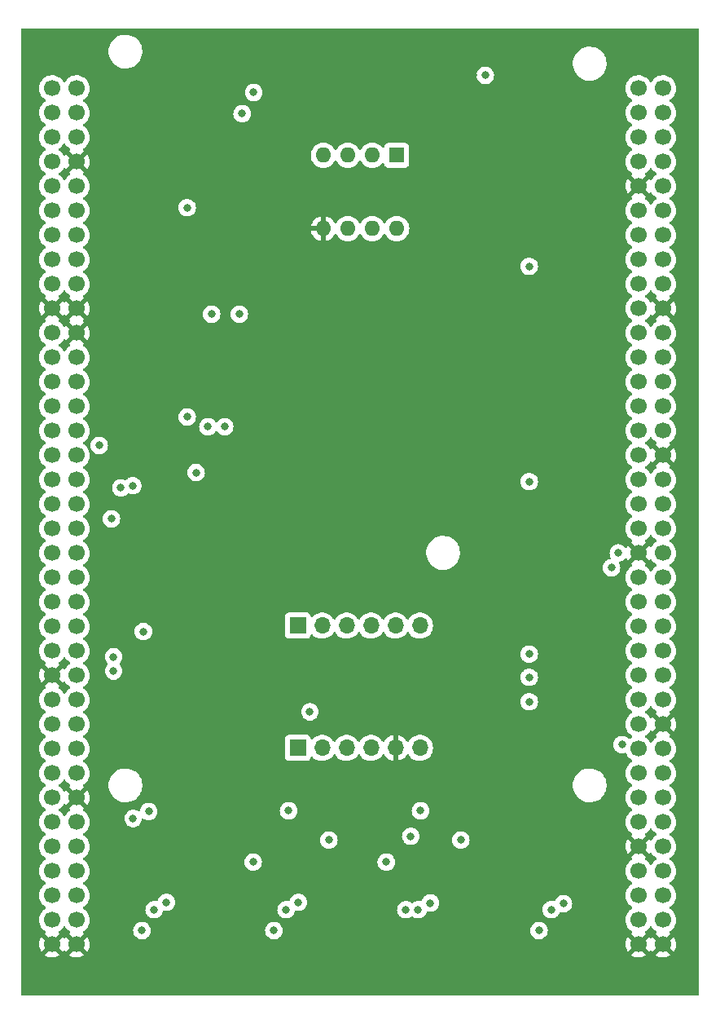
<source format=gbr>
%TF.GenerationSoftware,KiCad,Pcbnew,(6.0.1-0)*%
%TF.CreationDate,2023-01-01T10:50:50-08:00*%
%TF.ProjectId,nucleo_144_hat,6e75636c-656f-45f3-9134-345f6861742e,rev?*%
%TF.SameCoordinates,Original*%
%TF.FileFunction,Copper,L2,Inr*%
%TF.FilePolarity,Positive*%
%FSLAX46Y46*%
G04 Gerber Fmt 4.6, Leading zero omitted, Abs format (unit mm)*
G04 Created by KiCad (PCBNEW (6.0.1-0)) date 2023-01-01 10:50:50*
%MOMM*%
%LPD*%
G01*
G04 APERTURE LIST*
%TA.AperFunction,ComponentPad*%
%ADD10C,1.700000*%
%TD*%
%TA.AperFunction,ComponentPad*%
%ADD11R,1.700000X1.700000*%
%TD*%
%TA.AperFunction,ComponentPad*%
%ADD12O,1.700000X1.700000*%
%TD*%
%TA.AperFunction,ComponentPad*%
%ADD13O,1.600000X1.600000*%
%TD*%
%TA.AperFunction,ComponentPad*%
%ADD14R,1.600000X1.600000*%
%TD*%
%TA.AperFunction,ViaPad*%
%ADD15C,0.800000*%
%TD*%
G04 APERTURE END LIST*
D10*
%TO.N,/UART4_TX*%
%TO.C,U1*%
X115510500Y-57828600D03*
%TO.N,/UART4_RX*%
X118050500Y-57828600D03*
%TO.N,unconnected-(U1-Pad3)*%
X115510500Y-60368600D03*
%TO.N,unconnected-(U1-Pad4)*%
X118050500Y-60368600D03*
%TO.N,unconnected-(U1-Pad5)*%
X115510500Y-62908600D03*
%TO.N,+5V*%
X118050500Y-62908600D03*
%TO.N,unconnected-(U1-Pad7)*%
X115510500Y-65448600D03*
%TO.N,GND*%
X118050500Y-65448600D03*
%TO.N,unconnected-(U1-Pad9)*%
X115510500Y-67988600D03*
%TO.N,unconnected-(U1-Pad10)*%
X118050500Y-67988600D03*
%TO.N,unconnected-(U1-Pad11)*%
X115510500Y-70528600D03*
%TO.N,unconnected-(U1-Pad12)*%
X118050500Y-70528600D03*
%TO.N,unconnected-(U1-Pad13)*%
X115510500Y-73068600D03*
%TO.N,unconnected-(U1-Pad14)*%
X118050500Y-73068600D03*
%TO.N,unconnected-(U1-Pad15)*%
X115510500Y-75608600D03*
%TO.N,+3V3*%
X118050500Y-75608600D03*
%TO.N,/UART4_RTS*%
X115510500Y-78148600D03*
%TO.N,unconnected-(U1-Pad18)*%
X118050500Y-78148600D03*
%TO.N,GND*%
X115510500Y-80688600D03*
X118050500Y-80688600D03*
%TO.N,unconnected-(U1-Pad21)*%
X115510500Y-83228600D03*
%TO.N,GND*%
X118050500Y-83228600D03*
%TO.N,unconnected-(U1-Pad23)*%
X115510500Y-85768600D03*
%TO.N,unconnected-(U1-Pad24)*%
X118050500Y-85768600D03*
%TO.N,unconnected-(U1-Pad25)*%
X115510500Y-88308600D03*
%TO.N,unconnected-(U1-Pad26)*%
X118050500Y-88308600D03*
%TO.N,unconnected-(U1-Pad27)*%
X115510500Y-90848600D03*
%TO.N,/PWM2{slash}1*%
X118050500Y-90848600D03*
%TO.N,unconnected-(U1-Pad29)*%
X115510500Y-93388600D03*
%TO.N,/PWM2{slash}2*%
X118050500Y-93388600D03*
%TO.N,/PH1*%
X115510500Y-95928600D03*
%TO.N,unconnected-(U1-Pad32)*%
X118050500Y-95928600D03*
%TO.N,unconnected-(U1-Pad33)*%
X115510500Y-98468600D03*
%TO.N,/ADC1{slash}8*%
X118050500Y-98468600D03*
%TO.N,unconnected-(U1-Pad35)*%
X115510500Y-101008600D03*
%TO.N,unconnected-(U1-Pad36)*%
X118050500Y-101008600D03*
%TO.N,unconnected-(U1-Pad37)*%
X115510500Y-103548600D03*
%TO.N,unconnected-(U1-Pad38)*%
X118050500Y-103548600D03*
%TO.N,/UART2_RTS*%
X115510500Y-106088600D03*
%TO.N,/UART2_CTS*%
X118050500Y-106088600D03*
%TO.N,/UART2_TX*%
X115510500Y-108628600D03*
%TO.N,unconnected-(U1-Pad42)*%
X118050500Y-108628600D03*
%TO.N,/UART2_RX*%
X115510500Y-111168600D03*
%TO.N,unconnected-(U1-Pad44)*%
X118050500Y-111168600D03*
%TO.N,/SPI1_MOSI*%
X115510500Y-113708600D03*
%TO.N,unconnected-(U1-Pad46)*%
X118050500Y-113708600D03*
%TO.N,unconnected-(U1-Pad47)*%
X115510500Y-116248600D03*
%TO.N,unconnected-(U1-Pad48)*%
X118050500Y-116248600D03*
%TO.N,GND*%
X115510500Y-118788600D03*
%TO.N,unconnected-(U1-Pad50)*%
X118050500Y-118788600D03*
%TO.N,unconnected-(U1-Pad51)*%
X115510500Y-121328600D03*
%TO.N,unconnected-(U1-Pad52)*%
X118050500Y-121328600D03*
%TO.N,unconnected-(U1-Pad53)*%
X115510500Y-123868600D03*
%TO.N,unconnected-(U1-Pad54)*%
X118050500Y-123868600D03*
%TO.N,/CAN1_TX*%
X115510500Y-126408600D03*
%TO.N,unconnected-(U1-Pad56)*%
X118050500Y-126408600D03*
%TO.N,/CAN1_RX*%
X115510500Y-128948600D03*
%TO.N,unconnected-(U1-Pad58)*%
X118050500Y-128948600D03*
%TO.N,unconnected-(U1-Pad59)*%
X115510500Y-131488600D03*
%TO.N,GND*%
X118050500Y-131488600D03*
%TO.N,/TX*%
X115510500Y-134028600D03*
%TO.N,unconnected-(U1-Pad62)*%
X118050500Y-134028600D03*
%TO.N,/RX*%
X115510500Y-136568600D03*
%TO.N,unconnected-(U1-Pad64)*%
X118050500Y-136568600D03*
%TO.N,unconnected-(U1-Pad65)*%
X115510500Y-139108600D03*
%TO.N,/~{SPI1_CS1}*%
X118050500Y-139108600D03*
%TO.N,unconnected-(U1-Pad67)*%
X115510500Y-141648600D03*
%TO.N,unconnected-(U1-Pad68)*%
X118050500Y-141648600D03*
%TO.N,/UART3_TX*%
X115510500Y-144188600D03*
%TO.N,unconnected-(U1-Pad70)*%
X118050500Y-144188600D03*
%TO.N,GND*%
X115510500Y-146728600D03*
X118050500Y-146728600D03*
%TO.N,unconnected-(U1-Pad73)*%
X176470500Y-57828600D03*
%TO.N,unconnected-(U1-Pad74)*%
X179010500Y-57828600D03*
%TO.N,unconnected-(U1-Pad75)*%
X176470500Y-60368600D03*
%TO.N,unconnected-(U1-Pad76)*%
X179010500Y-60368600D03*
%TO.N,unconnected-(U1-Pad77)*%
X176470500Y-62908600D03*
%TO.N,unconnected-(U1-Pad78)*%
X179010500Y-62908600D03*
%TO.N,unconnected-(U1-Pad79)*%
X176470500Y-65448600D03*
%TO.N,unconnected-(U1-Pad80)*%
X179010500Y-65448600D03*
%TO.N,GND*%
X176470500Y-67988600D03*
%TO.N,/UART3_RX*%
X179010500Y-67988600D03*
%TO.N,unconnected-(U1-Pad83)*%
X176470500Y-70528600D03*
%TO.N,/UART1_RTS*%
X179010500Y-70528600D03*
%TO.N,unconnected-(U1-Pad85)*%
X176470500Y-73068600D03*
%TO.N,/UART1_CTS*%
X179010500Y-73068600D03*
%TO.N,unconnected-(U1-Pad87)*%
X176470500Y-75608600D03*
%TO.N,/~{SPI2_CS2}*%
X179010500Y-75608600D03*
%TO.N,/CAN2_TX*%
X176470500Y-78148600D03*
%TO.N,unconnected-(U1-Pad90)*%
X179010500Y-78148600D03*
%TO.N,unconnected-(U1-Pad91)*%
X176470500Y-80688600D03*
%TO.N,GND*%
X179010500Y-80688600D03*
%TO.N,/UART1_TX*%
X176470500Y-83228600D03*
%TO.N,unconnected-(U1-Pad94)*%
X179010500Y-83228600D03*
%TO.N,unconnected-(U1-Pad95)*%
X176470500Y-85768600D03*
%TO.N,/ADC1{slash}9*%
X179010500Y-85768600D03*
%TO.N,unconnected-(U1-Pad97)*%
X176470500Y-88308600D03*
%TO.N,/UART4_CTS*%
X179010500Y-88308600D03*
%TO.N,/SPI1_MISO*%
X176470500Y-90848600D03*
%TO.N,/UART3_RTS*%
X179010500Y-90848600D03*
%TO.N,/CAN2_RX*%
X176470500Y-93388600D03*
%TO.N,/UART3_CTS*%
X179010500Y-93388600D03*
%TO.N,/SPI1_SCK*%
X176470500Y-95928600D03*
%TO.N,GND*%
X179010500Y-95928600D03*
%TO.N,/UART1_RX*%
X176470500Y-98468600D03*
%TO.N,unconnected-(U1-Pad106)*%
X179010500Y-98468600D03*
%TO.N,/PWM2{slash}3*%
X176470500Y-101008600D03*
%TO.N,unconnected-(U1-Pad108)*%
X179010500Y-101008600D03*
%TO.N,/PWM2{slash}4*%
X176470500Y-103548600D03*
%TO.N,unconnected-(U1-Pad110)*%
X179010500Y-103548600D03*
%TO.N,GND*%
X176470500Y-106088600D03*
%TO.N,unconnected-(U1-Pad112)*%
X179010500Y-106088600D03*
%TO.N,unconnected-(U1-Pad113)*%
X176470500Y-108628600D03*
%TO.N,unconnected-(U1-Pad114)*%
X179010500Y-108628600D03*
%TO.N,unconnected-(U1-Pad115)*%
X176470500Y-111168600D03*
%TO.N,unconnected-(U1-Pad116)*%
X179010500Y-111168600D03*
%TO.N,unconnected-(U1-Pad117)*%
X176470500Y-113708600D03*
%TO.N,unconnected-(U1-Pad118)*%
X179010500Y-113708600D03*
%TO.N,unconnected-(U1-Pad119)*%
X176470500Y-116248600D03*
%TO.N,unconnected-(U1-Pad120)*%
X179010500Y-116248600D03*
%TO.N,unconnected-(U1-Pad121)*%
X176470500Y-118788600D03*
%TO.N,unconnected-(U1-Pad122)*%
X179010500Y-118788600D03*
%TO.N,unconnected-(U1-Pad123)*%
X176470500Y-121328600D03*
%TO.N,unconnected-(U1-Pad124)*%
X179010500Y-121328600D03*
%TO.N,unconnected-(U1-Pad125)*%
X176470500Y-123868600D03*
%TO.N,GND*%
X179010500Y-123868600D03*
%TO.N,unconnected-(U1-Pad127)*%
X176470500Y-126408600D03*
%TO.N,unconnected-(U1-Pad128)*%
X179010500Y-126408600D03*
%TO.N,unconnected-(U1-Pad129)*%
X176470500Y-128948600D03*
%TO.N,unconnected-(U1-Pad130)*%
X179010500Y-128948600D03*
%TO.N,unconnected-(U1-Pad131)*%
X176470500Y-131488600D03*
%TO.N,unconnected-(U1-Pad132)*%
X179010500Y-131488600D03*
%TO.N,unconnected-(U1-Pad133)*%
X176470500Y-134028600D03*
%TO.N,unconnected-(U1-Pad134)*%
X179010500Y-134028600D03*
%TO.N,GND*%
X176470500Y-136568600D03*
%TO.N,unconnected-(U1-Pad136)*%
X179010500Y-136568600D03*
%TO.N,unconnected-(U1-Pad137)*%
X176470500Y-139108600D03*
%TO.N,unconnected-(U1-Pad138)*%
X179010500Y-139108600D03*
%TO.N,unconnected-(U1-Pad139)*%
X176470500Y-141648600D03*
%TO.N,unconnected-(U1-Pad140)*%
X179010500Y-141648600D03*
%TO.N,unconnected-(U1-Pad141)*%
X176470500Y-144188600D03*
%TO.N,unconnected-(U1-Pad142)*%
X179010500Y-144188600D03*
%TO.N,GND*%
X176470500Y-146728600D03*
X179010500Y-146728600D03*
%TD*%
D11*
%TO.N,unconnected-(J15-Pad1)*%
%TO.C,J15*%
X141040000Y-113630000D03*
D12*
%TO.N,unconnected-(J15-Pad2)*%
X143580000Y-113630000D03*
%TO.N,unconnected-(J15-Pad3)*%
X146120000Y-113630000D03*
%TO.N,unconnected-(J15-Pad4)*%
X148660000Y-113630000D03*
%TO.N,unconnected-(J15-Pad5)*%
X151200000Y-113630000D03*
%TO.N,unconnected-(J15-Pad6)*%
X153740000Y-113630000D03*
%TD*%
D13*
%TO.N,+5V*%
%TO.C,U4*%
X151320000Y-72400000D03*
%TO.N,unconnected-(U4-Pad7)*%
X148780000Y-72400000D03*
%TO.N,/PH1*%
X146240000Y-72400000D03*
%TO.N,GND*%
X143700000Y-72400000D03*
%TO.N,N/C*%
X143700000Y-64780000D03*
%TO.N,Net-(R5-Pad2)*%
X146240000Y-64780000D03*
%TO.N,Net-(J13-Pad2)*%
X148780000Y-64780000D03*
D14*
%TO.N,unconnected-(U4-Pad1)*%
X151320000Y-64780000D03*
%TD*%
D11*
%TO.N,unconnected-(J14-Pad1)*%
%TO.C,J14*%
X141040000Y-126330000D03*
D12*
%TO.N,+5V*%
X143580000Y-126330000D03*
%TO.N,/RX*%
X146120000Y-126330000D03*
%TO.N,/TX*%
X148660000Y-126330000D03*
%TO.N,GND*%
X151200000Y-126330000D03*
%TO.N,unconnected-(J14-Pad6)*%
X153740000Y-126330000D03*
%TD*%
D15*
%TO.N,+5V*%
X153797000Y-132842000D03*
X165100000Y-76327000D03*
X138557000Y-145288000D03*
X152273000Y-143129000D03*
X166116000Y-145288000D03*
X165100000Y-98679000D03*
X160525000Y-56491000D03*
X142300000Y-122580000D03*
X129540000Y-91948000D03*
X129540000Y-70231000D03*
X124841000Y-145288000D03*
X140081000Y-132842000D03*
X136456000Y-58264000D03*
X165100000Y-121539000D03*
X124986000Y-114254000D03*
%TO.N,/CAN1_P*%
X139827000Y-143129000D03*
X126111000Y-143129000D03*
%TO.N,/CAN1_N*%
X127381000Y-142367000D03*
X141097000Y-142367000D03*
%TO.N,GND*%
X132842000Y-58293000D03*
X124996000Y-122354000D03*
X156083000Y-145288000D03*
X129540000Y-99187000D03*
X129540000Y-76200000D03*
X169926000Y-145288000D03*
X152273000Y-132842000D03*
X165100000Y-115062000D03*
X165100000Y-69850000D03*
X165100000Y-92583000D03*
X155166000Y-137160000D03*
X160782000Y-135890000D03*
X153166000Y-137160000D03*
X141400000Y-137160000D03*
X152180000Y-129260000D03*
X139446000Y-137160000D03*
X150241000Y-136652000D03*
X142367000Y-143129000D03*
X159255000Y-56491000D03*
X147066000Y-135890000D03*
X128651000Y-145288000D03*
X140462000Y-137160000D03*
X138557000Y-132842000D03*
X154178000Y-137160000D03*
X136398000Y-136652000D03*
%TO.N,+3V3*%
X157988000Y-135890000D03*
X121666000Y-102544000D03*
X120396000Y-94924000D03*
X144272000Y-135890000D03*
X150241000Y-138176000D03*
X136398000Y-138176000D03*
%TO.N,/PWM2{slash}1*%
X121896000Y-118344000D03*
X121896000Y-116877500D03*
%TO.N,/PH1*%
X132080000Y-81280000D03*
X134963500Y-81280000D03*
%TO.N,/ADC1{slash}8*%
X135255000Y-60452000D03*
%TO.N,/SPI1_MOSI*%
X122642701Y-99312701D03*
%TO.N,/RX*%
X125540000Y-132926500D03*
%TO.N,/TX*%
X123925902Y-133655891D03*
%TO.N,/~{SPI1_CS1}*%
X123880000Y-99100000D03*
%TO.N,/UART3_RX*%
X165100000Y-118999000D03*
%TO.N,/~{SPI2_CS2}*%
X130470000Y-97730000D03*
%TO.N,/CAN2_TX*%
X173646500Y-107620000D03*
%TO.N,/UART3_RTS*%
X165100000Y-116586000D03*
%TO.N,/CAN2_RX*%
X174752000Y-125984000D03*
X174360000Y-106080000D03*
X152781000Y-135509000D03*
%TO.N,/SPI1_SCK*%
X133439500Y-92964000D03*
X131699000Y-92964000D03*
%TO.N,/CAN2_N*%
X154813000Y-142429500D03*
X168656000Y-142494000D03*
%TO.N,/CAN2_P*%
X153543000Y-143129000D03*
X167386000Y-143129000D03*
%TD*%
%TA.AperFunction,Conductor*%
%TO.N,GND*%
G36*
X182695121Y-51607402D02*
G01*
X182741614Y-51661058D01*
X182753000Y-51713400D01*
X182753000Y-151943800D01*
X182732998Y-152011921D01*
X182679342Y-152058414D01*
X182627000Y-152069800D01*
X112394000Y-152069800D01*
X112325879Y-152049798D01*
X112279386Y-151996142D01*
X112268000Y-151943800D01*
X112268000Y-147853453D01*
X114750477Y-147853453D01*
X114755758Y-147860507D01*
X114917256Y-147954879D01*
X114926542Y-147959329D01*
X115125501Y-148035303D01*
X115135399Y-148038179D01*
X115344095Y-148080638D01*
X115354323Y-148081857D01*
X115567150Y-148089662D01*
X115577436Y-148089195D01*
X115788685Y-148062134D01*
X115798762Y-148059992D01*
X116002755Y-147998791D01*
X116012342Y-147995033D01*
X116203598Y-147901338D01*
X116212444Y-147896065D01*
X116259747Y-147862323D01*
X116266711Y-147853453D01*
X117290477Y-147853453D01*
X117295758Y-147860507D01*
X117457256Y-147954879D01*
X117466542Y-147959329D01*
X117665501Y-148035303D01*
X117675399Y-148038179D01*
X117884095Y-148080638D01*
X117894323Y-148081857D01*
X118107150Y-148089662D01*
X118117436Y-148089195D01*
X118328685Y-148062134D01*
X118338762Y-148059992D01*
X118542755Y-147998791D01*
X118552342Y-147995033D01*
X118743598Y-147901338D01*
X118752444Y-147896065D01*
X118799747Y-147862323D01*
X118806711Y-147853453D01*
X175710477Y-147853453D01*
X175715758Y-147860507D01*
X175877256Y-147954879D01*
X175886542Y-147959329D01*
X176085501Y-148035303D01*
X176095399Y-148038179D01*
X176304095Y-148080638D01*
X176314323Y-148081857D01*
X176527150Y-148089662D01*
X176537436Y-148089195D01*
X176748685Y-148062134D01*
X176758762Y-148059992D01*
X176962755Y-147998791D01*
X176972342Y-147995033D01*
X177163598Y-147901338D01*
X177172444Y-147896065D01*
X177219747Y-147862323D01*
X177226711Y-147853453D01*
X178250477Y-147853453D01*
X178255758Y-147860507D01*
X178417256Y-147954879D01*
X178426542Y-147959329D01*
X178625501Y-148035303D01*
X178635399Y-148038179D01*
X178844095Y-148080638D01*
X178854323Y-148081857D01*
X179067150Y-148089662D01*
X179077436Y-148089195D01*
X179288685Y-148062134D01*
X179298762Y-148059992D01*
X179502755Y-147998791D01*
X179512342Y-147995033D01*
X179703598Y-147901338D01*
X179712444Y-147896065D01*
X179759747Y-147862323D01*
X179768148Y-147851623D01*
X179761160Y-147838470D01*
X179023312Y-147100622D01*
X179009368Y-147093008D01*
X179007535Y-147093139D01*
X179000920Y-147097390D01*
X178257237Y-147841073D01*
X178250477Y-147853453D01*
X177226711Y-147853453D01*
X177228148Y-147851623D01*
X177221160Y-147838470D01*
X176483312Y-147100622D01*
X176469368Y-147093008D01*
X176467535Y-147093139D01*
X176460920Y-147097390D01*
X175717237Y-147841073D01*
X175710477Y-147853453D01*
X118806711Y-147853453D01*
X118808148Y-147851623D01*
X118801160Y-147838470D01*
X118063312Y-147100622D01*
X118049368Y-147093008D01*
X118047535Y-147093139D01*
X118040920Y-147097390D01*
X117297237Y-147841073D01*
X117290477Y-147853453D01*
X116266711Y-147853453D01*
X116268148Y-147851623D01*
X116261160Y-147838470D01*
X115523312Y-147100622D01*
X115509368Y-147093008D01*
X115507535Y-147093139D01*
X115500920Y-147097390D01*
X114757237Y-147841073D01*
X114750477Y-147853453D01*
X112268000Y-147853453D01*
X112268000Y-146700463D01*
X114148550Y-146700463D01*
X114160809Y-146913077D01*
X114162245Y-146923297D01*
X114209065Y-147131046D01*
X114212145Y-147140875D01*
X114292270Y-147338203D01*
X114296913Y-147347394D01*
X114376960Y-147478020D01*
X114387416Y-147487480D01*
X114396194Y-147483696D01*
X115138478Y-146741412D01*
X115144856Y-146729732D01*
X115874908Y-146729732D01*
X115875039Y-146731565D01*
X115879290Y-146738180D01*
X116620974Y-147479864D01*
X116632984Y-147486423D01*
X116644723Y-147477455D01*
X116678522Y-147430419D01*
X116679649Y-147431229D01*
X116727159Y-147387481D01*
X116797096Y-147375261D01*
X116862538Y-147402791D01*
X116890370Y-147434629D01*
X116916959Y-147478019D01*
X116927416Y-147487480D01*
X116936194Y-147483696D01*
X117678478Y-146741412D01*
X117684856Y-146729732D01*
X118414908Y-146729732D01*
X118415039Y-146731565D01*
X118419290Y-146738180D01*
X119160974Y-147479864D01*
X119172984Y-147486423D01*
X119184723Y-147477455D01*
X119215504Y-147434619D01*
X119220815Y-147425780D01*
X119315170Y-147234867D01*
X119318969Y-147225272D01*
X119380876Y-147021515D01*
X119383055Y-147011434D01*
X119411090Y-146798487D01*
X119411609Y-146791812D01*
X119413072Y-146731964D01*
X119412878Y-146725246D01*
X119410841Y-146700463D01*
X175108550Y-146700463D01*
X175120809Y-146913077D01*
X175122245Y-146923297D01*
X175169065Y-147131046D01*
X175172145Y-147140875D01*
X175252270Y-147338203D01*
X175256913Y-147347394D01*
X175336960Y-147478020D01*
X175347416Y-147487480D01*
X175356194Y-147483696D01*
X176098478Y-146741412D01*
X176104856Y-146729732D01*
X176834908Y-146729732D01*
X176835039Y-146731565D01*
X176839290Y-146738180D01*
X177580974Y-147479864D01*
X177592984Y-147486423D01*
X177604723Y-147477455D01*
X177638522Y-147430419D01*
X177639649Y-147431229D01*
X177687159Y-147387481D01*
X177757096Y-147375261D01*
X177822538Y-147402791D01*
X177850370Y-147434629D01*
X177876959Y-147478019D01*
X177887416Y-147487480D01*
X177896194Y-147483696D01*
X178638478Y-146741412D01*
X178644856Y-146729732D01*
X179374908Y-146729732D01*
X179375039Y-146731565D01*
X179379290Y-146738180D01*
X180120974Y-147479864D01*
X180132984Y-147486423D01*
X180144723Y-147477455D01*
X180175504Y-147434619D01*
X180180815Y-147425780D01*
X180275170Y-147234867D01*
X180278969Y-147225272D01*
X180340876Y-147021515D01*
X180343055Y-147011434D01*
X180371090Y-146798487D01*
X180371609Y-146791812D01*
X180373072Y-146731964D01*
X180372878Y-146725246D01*
X180355281Y-146511204D01*
X180353596Y-146501024D01*
X180301714Y-146294475D01*
X180298394Y-146284724D01*
X180213472Y-146089414D01*
X180208605Y-146080339D01*
X180143563Y-145979797D01*
X180132877Y-145970595D01*
X180123312Y-145974998D01*
X179382522Y-146715788D01*
X179374908Y-146729732D01*
X178644856Y-146729732D01*
X178646092Y-146727468D01*
X178645961Y-146725635D01*
X178641710Y-146719020D01*
X177900349Y-145977659D01*
X177888813Y-145971359D01*
X177876528Y-145980984D01*
X177843692Y-146029120D01*
X177788781Y-146074123D01*
X177718256Y-146082294D01*
X177654509Y-146051040D01*
X177633811Y-146026555D01*
X177603562Y-145979797D01*
X177592877Y-145970595D01*
X177583312Y-145974998D01*
X176842522Y-146715788D01*
X176834908Y-146729732D01*
X176104856Y-146729732D01*
X176106092Y-146727468D01*
X176105961Y-146725635D01*
X176101710Y-146719020D01*
X175360349Y-145977659D01*
X175348813Y-145971359D01*
X175336531Y-145980982D01*
X175288589Y-146051262D01*
X175283504Y-146060213D01*
X175193838Y-146253383D01*
X175190275Y-146263070D01*
X175133364Y-146468281D01*
X175131433Y-146478400D01*
X175108802Y-146690174D01*
X175108550Y-146700463D01*
X119410841Y-146700463D01*
X119395281Y-146511204D01*
X119393596Y-146501024D01*
X119341714Y-146294475D01*
X119338394Y-146284724D01*
X119253472Y-146089414D01*
X119248605Y-146080339D01*
X119183563Y-145979797D01*
X119172877Y-145970595D01*
X119163312Y-145974998D01*
X118422522Y-146715788D01*
X118414908Y-146729732D01*
X117684856Y-146729732D01*
X117686092Y-146727468D01*
X117685961Y-146725635D01*
X117681710Y-146719020D01*
X116940349Y-145977659D01*
X116928813Y-145971359D01*
X116916528Y-145980984D01*
X116883692Y-146029120D01*
X116828781Y-146074123D01*
X116758256Y-146082294D01*
X116694509Y-146051040D01*
X116673811Y-146026555D01*
X116643562Y-145979797D01*
X116632877Y-145970595D01*
X116623312Y-145974998D01*
X115882522Y-146715788D01*
X115874908Y-146729732D01*
X115144856Y-146729732D01*
X115146092Y-146727468D01*
X115145961Y-146725635D01*
X115141710Y-146719020D01*
X114400349Y-145977659D01*
X114388813Y-145971359D01*
X114376531Y-145980982D01*
X114328589Y-146051262D01*
X114323504Y-146060213D01*
X114233838Y-146253383D01*
X114230275Y-146263070D01*
X114173364Y-146468281D01*
X114171433Y-146478400D01*
X114148802Y-146690174D01*
X114148550Y-146700463D01*
X112268000Y-146700463D01*
X112268000Y-144155295D01*
X114147751Y-144155295D01*
X114148048Y-144160448D01*
X114148048Y-144160451D01*
X114153511Y-144255190D01*
X114160610Y-144378315D01*
X114161747Y-144383361D01*
X114161748Y-144383367D01*
X114169516Y-144417834D01*
X114209722Y-144596239D01*
X114293766Y-144803216D01*
X114344519Y-144886038D01*
X114407791Y-144989288D01*
X114410487Y-144993688D01*
X114556750Y-145162538D01*
X114633346Y-145226129D01*
X114715778Y-145294565D01*
X114728626Y-145305232D01*
X114802455Y-145348374D01*
X114851179Y-145400012D01*
X114864250Y-145469795D01*
X114837519Y-145535567D01*
X114797062Y-145568927D01*
X114788960Y-145573144D01*
X114780234Y-145578639D01*
X114760177Y-145593699D01*
X114751723Y-145605027D01*
X114758468Y-145617358D01*
X115497688Y-146356578D01*
X115511632Y-146364192D01*
X115513465Y-146364061D01*
X115520080Y-146359810D01*
X116263889Y-145616001D01*
X116270910Y-145603144D01*
X116264111Y-145593813D01*
X116260059Y-145591121D01*
X116223102Y-145570720D01*
X116173131Y-145520287D01*
X116158359Y-145450845D01*
X116183475Y-145384439D01*
X116210827Y-145357832D01*
X116234297Y-145341091D01*
X116390360Y-145229773D01*
X116548596Y-145072089D01*
X116608094Y-144989289D01*
X116678953Y-144890677D01*
X116680276Y-144891628D01*
X116727145Y-144848457D01*
X116797080Y-144836225D01*
X116862526Y-144863744D01*
X116890375Y-144895594D01*
X116950487Y-144993688D01*
X117096750Y-145162538D01*
X117173346Y-145226129D01*
X117255778Y-145294565D01*
X117268626Y-145305232D01*
X117342455Y-145348374D01*
X117391179Y-145400012D01*
X117404250Y-145469795D01*
X117377519Y-145535567D01*
X117337062Y-145568927D01*
X117328960Y-145573144D01*
X117320234Y-145578639D01*
X117300177Y-145593699D01*
X117291723Y-145605027D01*
X117298468Y-145617358D01*
X118037688Y-146356578D01*
X118051632Y-146364192D01*
X118053465Y-146364061D01*
X118060080Y-146359810D01*
X118803889Y-145616001D01*
X118810910Y-145603144D01*
X118804111Y-145593813D01*
X118800059Y-145591121D01*
X118763102Y-145570720D01*
X118713131Y-145520287D01*
X118698359Y-145450845D01*
X118723475Y-145384439D01*
X118750827Y-145357832D01*
X118774297Y-145341091D01*
X118848728Y-145288000D01*
X123927496Y-145288000D01*
X123928186Y-145294565D01*
X123934836Y-145357832D01*
X123947458Y-145477928D01*
X124006473Y-145659556D01*
X124101960Y-145824944D01*
X124229747Y-145966866D01*
X124247545Y-145979797D01*
X124358228Y-146060213D01*
X124384248Y-146079118D01*
X124390276Y-146081802D01*
X124390278Y-146081803D01*
X124391381Y-146082294D01*
X124558712Y-146156794D01*
X124652112Y-146176647D01*
X124739056Y-146195128D01*
X124739061Y-146195128D01*
X124745513Y-146196500D01*
X124936487Y-146196500D01*
X124942939Y-146195128D01*
X124942944Y-146195128D01*
X125029888Y-146176647D01*
X125123288Y-146156794D01*
X125290619Y-146082294D01*
X125291722Y-146081803D01*
X125291724Y-146081802D01*
X125297752Y-146079118D01*
X125323773Y-146060213D01*
X125434455Y-145979797D01*
X125452253Y-145966866D01*
X125580040Y-145824944D01*
X125675527Y-145659556D01*
X125734542Y-145477928D01*
X125747165Y-145357832D01*
X125753814Y-145294565D01*
X125754504Y-145288000D01*
X137643496Y-145288000D01*
X137644186Y-145294565D01*
X137650836Y-145357832D01*
X137663458Y-145477928D01*
X137722473Y-145659556D01*
X137817960Y-145824944D01*
X137945747Y-145966866D01*
X137963545Y-145979797D01*
X138074228Y-146060213D01*
X138100248Y-146079118D01*
X138106276Y-146081802D01*
X138106278Y-146081803D01*
X138107381Y-146082294D01*
X138274712Y-146156794D01*
X138368112Y-146176647D01*
X138455056Y-146195128D01*
X138455061Y-146195128D01*
X138461513Y-146196500D01*
X138652487Y-146196500D01*
X138658939Y-146195128D01*
X138658944Y-146195128D01*
X138745888Y-146176647D01*
X138839288Y-146156794D01*
X139006619Y-146082294D01*
X139007722Y-146081803D01*
X139007724Y-146081802D01*
X139013752Y-146079118D01*
X139039773Y-146060213D01*
X139150455Y-145979797D01*
X139168253Y-145966866D01*
X139296040Y-145824944D01*
X139391527Y-145659556D01*
X139450542Y-145477928D01*
X139463165Y-145357832D01*
X139469814Y-145294565D01*
X139470504Y-145288000D01*
X165202496Y-145288000D01*
X165203186Y-145294565D01*
X165209836Y-145357832D01*
X165222458Y-145477928D01*
X165281473Y-145659556D01*
X165376960Y-145824944D01*
X165504747Y-145966866D01*
X165522545Y-145979797D01*
X165633228Y-146060213D01*
X165659248Y-146079118D01*
X165665276Y-146081802D01*
X165665278Y-146081803D01*
X165666381Y-146082294D01*
X165833712Y-146156794D01*
X165927112Y-146176647D01*
X166014056Y-146195128D01*
X166014061Y-146195128D01*
X166020513Y-146196500D01*
X166211487Y-146196500D01*
X166217939Y-146195128D01*
X166217944Y-146195128D01*
X166304888Y-146176647D01*
X166398288Y-146156794D01*
X166565619Y-146082294D01*
X166566722Y-146081803D01*
X166566724Y-146081802D01*
X166572752Y-146079118D01*
X166598773Y-146060213D01*
X166709455Y-145979797D01*
X166727253Y-145966866D01*
X166855040Y-145824944D01*
X166950527Y-145659556D01*
X167009542Y-145477928D01*
X167022165Y-145357832D01*
X167028814Y-145294565D01*
X167029504Y-145288000D01*
X167009542Y-145098072D01*
X166950527Y-144916444D01*
X166936200Y-144891628D01*
X166887697Y-144807620D01*
X166855040Y-144751056D01*
X166795975Y-144685457D01*
X166731675Y-144614045D01*
X166731674Y-144614044D01*
X166727253Y-144609134D01*
X166572752Y-144496882D01*
X166566724Y-144494198D01*
X166566722Y-144494197D01*
X166404319Y-144421891D01*
X166404318Y-144421891D01*
X166398288Y-144419206D01*
X166304887Y-144399353D01*
X166217944Y-144380872D01*
X166217939Y-144380872D01*
X166211487Y-144379500D01*
X166020513Y-144379500D01*
X166014061Y-144380872D01*
X166014056Y-144380872D01*
X165927113Y-144399353D01*
X165833712Y-144419206D01*
X165827682Y-144421891D01*
X165827681Y-144421891D01*
X165665278Y-144494197D01*
X165665276Y-144494198D01*
X165659248Y-144496882D01*
X165504747Y-144609134D01*
X165500326Y-144614044D01*
X165500325Y-144614045D01*
X165436026Y-144685457D01*
X165376960Y-144751056D01*
X165344303Y-144807620D01*
X165295801Y-144891628D01*
X165281473Y-144916444D01*
X165222458Y-145098072D01*
X165202496Y-145288000D01*
X139470504Y-145288000D01*
X139450542Y-145098072D01*
X139391527Y-144916444D01*
X139377200Y-144891628D01*
X139328697Y-144807620D01*
X139296040Y-144751056D01*
X139236975Y-144685457D01*
X139172675Y-144614045D01*
X139172674Y-144614044D01*
X139168253Y-144609134D01*
X139013752Y-144496882D01*
X139007724Y-144494198D01*
X139007722Y-144494197D01*
X138845319Y-144421891D01*
X138845318Y-144421891D01*
X138839288Y-144419206D01*
X138745887Y-144399353D01*
X138658944Y-144380872D01*
X138658939Y-144380872D01*
X138652487Y-144379500D01*
X138461513Y-144379500D01*
X138455061Y-144380872D01*
X138455056Y-144380872D01*
X138368113Y-144399353D01*
X138274712Y-144419206D01*
X138268682Y-144421891D01*
X138268681Y-144421891D01*
X138106278Y-144494197D01*
X138106276Y-144494198D01*
X138100248Y-144496882D01*
X137945747Y-144609134D01*
X137941326Y-144614044D01*
X137941325Y-144614045D01*
X137877026Y-144685457D01*
X137817960Y-144751056D01*
X137785303Y-144807620D01*
X137736801Y-144891628D01*
X137722473Y-144916444D01*
X137663458Y-145098072D01*
X137643496Y-145288000D01*
X125754504Y-145288000D01*
X125734542Y-145098072D01*
X125675527Y-144916444D01*
X125661200Y-144891628D01*
X125612697Y-144807620D01*
X125580040Y-144751056D01*
X125520975Y-144685457D01*
X125456675Y-144614045D01*
X125456674Y-144614044D01*
X125452253Y-144609134D01*
X125297752Y-144496882D01*
X125291724Y-144494198D01*
X125291722Y-144494197D01*
X125129319Y-144421891D01*
X125129318Y-144421891D01*
X125123288Y-144419206D01*
X125029887Y-144399353D01*
X124942944Y-144380872D01*
X124942939Y-144380872D01*
X124936487Y-144379500D01*
X124745513Y-144379500D01*
X124739061Y-144380872D01*
X124739056Y-144380872D01*
X124652113Y-144399353D01*
X124558712Y-144419206D01*
X124552682Y-144421891D01*
X124552681Y-144421891D01*
X124390278Y-144494197D01*
X124390276Y-144494198D01*
X124384248Y-144496882D01*
X124229747Y-144609134D01*
X124225326Y-144614044D01*
X124225325Y-144614045D01*
X124161026Y-144685457D01*
X124101960Y-144751056D01*
X124069303Y-144807620D01*
X124020801Y-144891628D01*
X124006473Y-144916444D01*
X123947458Y-145098072D01*
X123927496Y-145288000D01*
X118848728Y-145288000D01*
X118930360Y-145229773D01*
X119088596Y-145072089D01*
X119148094Y-144989289D01*
X119215935Y-144894877D01*
X119218953Y-144890677D01*
X119239820Y-144848457D01*
X119315636Y-144695053D01*
X119315637Y-144695051D01*
X119317930Y-144690411D01*
X119382870Y-144476669D01*
X119412029Y-144255190D01*
X119413656Y-144188600D01*
X119395352Y-143965961D01*
X119340931Y-143749302D01*
X119251854Y-143544440D01*
X119135656Y-143364825D01*
X119133322Y-143361217D01*
X119133320Y-143361214D01*
X119130514Y-143356877D01*
X118980170Y-143191651D01*
X118976119Y-143188452D01*
X118976115Y-143188448D01*
X118900841Y-143129000D01*
X125197496Y-143129000D01*
X125198186Y-143135565D01*
X125215941Y-143304491D01*
X125217458Y-143318928D01*
X125276473Y-143500556D01*
X125279776Y-143506277D01*
X125279777Y-143506279D01*
X125295332Y-143533221D01*
X125371960Y-143665944D01*
X125376378Y-143670851D01*
X125376379Y-143670852D01*
X125442741Y-143744554D01*
X125499747Y-143807866D01*
X125654248Y-143920118D01*
X125660276Y-143922802D01*
X125660278Y-143922803D01*
X125768805Y-143971122D01*
X125828712Y-143997794D01*
X125922113Y-144017647D01*
X126009056Y-144036128D01*
X126009061Y-144036128D01*
X126015513Y-144037500D01*
X126206487Y-144037500D01*
X126212939Y-144036128D01*
X126212944Y-144036128D01*
X126299887Y-144017647D01*
X126393288Y-143997794D01*
X126453195Y-143971122D01*
X126561722Y-143922803D01*
X126561724Y-143922802D01*
X126567752Y-143920118D01*
X126722253Y-143807866D01*
X126779259Y-143744554D01*
X126845621Y-143670852D01*
X126845622Y-143670851D01*
X126850040Y-143665944D01*
X126926668Y-143533221D01*
X126942223Y-143506279D01*
X126942224Y-143506277D01*
X126945527Y-143500556D01*
X127000834Y-143330340D01*
X127040908Y-143271734D01*
X127106304Y-143244097D01*
X127146864Y-143246029D01*
X127279056Y-143274128D01*
X127279061Y-143274128D01*
X127285513Y-143275500D01*
X127476487Y-143275500D01*
X127482939Y-143274128D01*
X127482944Y-143274128D01*
X127569887Y-143255647D01*
X127663288Y-143235794D01*
X127669319Y-143233109D01*
X127831722Y-143160803D01*
X127831724Y-143160802D01*
X127837752Y-143158118D01*
X127868794Y-143135565D01*
X127877830Y-143129000D01*
X138913496Y-143129000D01*
X138914186Y-143135565D01*
X138931941Y-143304491D01*
X138933458Y-143318928D01*
X138992473Y-143500556D01*
X138995776Y-143506277D01*
X138995777Y-143506279D01*
X139011332Y-143533221D01*
X139087960Y-143665944D01*
X139092378Y-143670851D01*
X139092379Y-143670852D01*
X139158741Y-143744554D01*
X139215747Y-143807866D01*
X139370248Y-143920118D01*
X139376276Y-143922802D01*
X139376278Y-143922803D01*
X139484805Y-143971122D01*
X139544712Y-143997794D01*
X139638113Y-144017647D01*
X139725056Y-144036128D01*
X139725061Y-144036128D01*
X139731513Y-144037500D01*
X139922487Y-144037500D01*
X139928939Y-144036128D01*
X139928944Y-144036128D01*
X140015887Y-144017647D01*
X140109288Y-143997794D01*
X140169195Y-143971122D01*
X140277722Y-143922803D01*
X140277724Y-143922802D01*
X140283752Y-143920118D01*
X140438253Y-143807866D01*
X140495259Y-143744554D01*
X140561621Y-143670852D01*
X140561622Y-143670851D01*
X140566040Y-143665944D01*
X140642668Y-143533221D01*
X140658223Y-143506279D01*
X140658224Y-143506277D01*
X140661527Y-143500556D01*
X140716834Y-143330340D01*
X140756908Y-143271734D01*
X140822304Y-143244097D01*
X140862864Y-143246029D01*
X140995056Y-143274128D01*
X140995061Y-143274128D01*
X141001513Y-143275500D01*
X141192487Y-143275500D01*
X141198939Y-143274128D01*
X141198944Y-143274128D01*
X141285887Y-143255647D01*
X141379288Y-143235794D01*
X141385319Y-143233109D01*
X141547722Y-143160803D01*
X141547724Y-143160802D01*
X141553752Y-143158118D01*
X141584794Y-143135565D01*
X141593830Y-143129000D01*
X151359496Y-143129000D01*
X151360186Y-143135565D01*
X151377941Y-143304491D01*
X151379458Y-143318928D01*
X151438473Y-143500556D01*
X151441776Y-143506277D01*
X151441777Y-143506279D01*
X151457332Y-143533221D01*
X151533960Y-143665944D01*
X151538378Y-143670851D01*
X151538379Y-143670852D01*
X151604741Y-143744554D01*
X151661747Y-143807866D01*
X151816248Y-143920118D01*
X151822276Y-143922802D01*
X151822278Y-143922803D01*
X151930805Y-143971122D01*
X151990712Y-143997794D01*
X152084113Y-144017647D01*
X152171056Y-144036128D01*
X152171061Y-144036128D01*
X152177513Y-144037500D01*
X152368487Y-144037500D01*
X152374939Y-144036128D01*
X152374944Y-144036128D01*
X152461887Y-144017647D01*
X152555288Y-143997794D01*
X152615195Y-143971122D01*
X152723722Y-143922803D01*
X152723724Y-143922802D01*
X152729752Y-143920118D01*
X152833940Y-143844421D01*
X152900806Y-143820563D01*
X152969958Y-143836643D01*
X152982056Y-143844418D01*
X153086248Y-143920118D01*
X153092276Y-143922802D01*
X153092278Y-143922803D01*
X153200805Y-143971122D01*
X153260712Y-143997794D01*
X153354113Y-144017647D01*
X153441056Y-144036128D01*
X153441061Y-144036128D01*
X153447513Y-144037500D01*
X153638487Y-144037500D01*
X153644939Y-144036128D01*
X153644944Y-144036128D01*
X153731887Y-144017647D01*
X153825288Y-143997794D01*
X153885195Y-143971122D01*
X153993722Y-143922803D01*
X153993724Y-143922802D01*
X153999752Y-143920118D01*
X154154253Y-143807866D01*
X154211259Y-143744554D01*
X154277621Y-143670852D01*
X154277622Y-143670851D01*
X154282040Y-143665944D01*
X154358668Y-143533221D01*
X154374223Y-143506279D01*
X154374224Y-143506277D01*
X154377527Y-143500556D01*
X154413839Y-143388801D01*
X154453911Y-143330196D01*
X154519308Y-143302559D01*
X154559866Y-143304491D01*
X154621465Y-143317584D01*
X154711056Y-143336628D01*
X154711061Y-143336628D01*
X154717513Y-143338000D01*
X154908487Y-143338000D01*
X154914939Y-143336628D01*
X154914944Y-143336628D01*
X155001888Y-143318147D01*
X155095288Y-143298294D01*
X155101319Y-143295609D01*
X155263722Y-143223303D01*
X155263724Y-143223302D01*
X155269752Y-143220618D01*
X155309622Y-143191651D01*
X155352080Y-143160803D01*
X155395853Y-143129000D01*
X166472496Y-143129000D01*
X166473186Y-143135565D01*
X166490941Y-143304491D01*
X166492458Y-143318928D01*
X166551473Y-143500556D01*
X166554776Y-143506277D01*
X166554777Y-143506279D01*
X166570332Y-143533221D01*
X166646960Y-143665944D01*
X166651378Y-143670851D01*
X166651379Y-143670852D01*
X166717741Y-143744554D01*
X166774747Y-143807866D01*
X166929248Y-143920118D01*
X166935276Y-143922802D01*
X166935278Y-143922803D01*
X167043805Y-143971122D01*
X167103712Y-143997794D01*
X167197113Y-144017647D01*
X167284056Y-144036128D01*
X167284061Y-144036128D01*
X167290513Y-144037500D01*
X167481487Y-144037500D01*
X167487939Y-144036128D01*
X167487944Y-144036128D01*
X167574887Y-144017647D01*
X167668288Y-143997794D01*
X167728195Y-143971122D01*
X167836722Y-143922803D01*
X167836724Y-143922802D01*
X167842752Y-143920118D01*
X167997253Y-143807866D01*
X168054259Y-143744554D01*
X168120621Y-143670852D01*
X168120622Y-143670851D01*
X168125040Y-143665944D01*
X168220527Y-143500556D01*
X168237235Y-143449135D01*
X168277309Y-143390530D01*
X168342706Y-143362893D01*
X168383265Y-143364825D01*
X168554056Y-143401128D01*
X168554061Y-143401128D01*
X168560513Y-143402500D01*
X168751487Y-143402500D01*
X168757939Y-143401128D01*
X168757944Y-143401128D01*
X168844888Y-143382647D01*
X168938288Y-143362794D01*
X168993977Y-143338000D01*
X169106722Y-143287803D01*
X169106724Y-143287802D01*
X169112752Y-143285118D01*
X169127879Y-143274128D01*
X169236141Y-143195470D01*
X169267253Y-143172866D01*
X169329751Y-143103455D01*
X169390621Y-143035852D01*
X169390622Y-143035851D01*
X169395040Y-143030944D01*
X169490527Y-142865556D01*
X169549542Y-142683928D01*
X169569504Y-142494000D01*
X169553953Y-142346038D01*
X169550232Y-142310635D01*
X169550232Y-142310633D01*
X169549542Y-142304072D01*
X169490527Y-142122444D01*
X169456917Y-142064229D01*
X169398341Y-141962774D01*
X169395040Y-141957056D01*
X169376684Y-141936669D01*
X169271675Y-141820045D01*
X169271674Y-141820044D01*
X169267253Y-141815134D01*
X169134259Y-141718508D01*
X169118094Y-141706763D01*
X169118093Y-141706762D01*
X169112752Y-141702882D01*
X169106724Y-141700198D01*
X169106722Y-141700197D01*
X168944319Y-141627891D01*
X168944318Y-141627891D01*
X168938288Y-141625206D01*
X168844887Y-141605353D01*
X168757944Y-141586872D01*
X168757939Y-141586872D01*
X168751487Y-141585500D01*
X168560513Y-141585500D01*
X168554061Y-141586872D01*
X168554056Y-141586872D01*
X168467113Y-141605353D01*
X168373712Y-141625206D01*
X168367682Y-141627891D01*
X168367681Y-141627891D01*
X168205278Y-141700197D01*
X168205276Y-141700198D01*
X168199248Y-141702882D01*
X168193907Y-141706762D01*
X168193906Y-141706763D01*
X168177741Y-141718508D01*
X168044747Y-141815134D01*
X168040326Y-141820044D01*
X168040325Y-141820045D01*
X167935317Y-141936669D01*
X167916960Y-141957056D01*
X167821473Y-142122444D01*
X167819433Y-142128724D01*
X167819432Y-142128725D01*
X167804765Y-142173865D01*
X167764691Y-142232470D01*
X167699294Y-142260107D01*
X167658735Y-142258175D01*
X167487944Y-142221872D01*
X167487939Y-142221872D01*
X167481487Y-142220500D01*
X167290513Y-142220500D01*
X167284061Y-142221872D01*
X167284056Y-142221872D01*
X167200787Y-142239572D01*
X167103712Y-142260206D01*
X167097682Y-142262891D01*
X167097681Y-142262891D01*
X166935278Y-142335197D01*
X166935276Y-142335198D01*
X166929248Y-142337882D01*
X166923907Y-142341762D01*
X166923906Y-142341763D01*
X166889171Y-142367000D01*
X166774747Y-142450134D01*
X166770326Y-142455044D01*
X166770325Y-142455045D01*
X166672937Y-142563206D01*
X166646960Y-142592056D01*
X166551473Y-142757444D01*
X166492458Y-142939072D01*
X166491768Y-142945633D01*
X166491768Y-142945635D01*
X166480725Y-143050704D01*
X166472496Y-143129000D01*
X155395853Y-143129000D01*
X155424253Y-143108366D01*
X155471043Y-143056400D01*
X155547621Y-142971352D01*
X155547622Y-142971351D01*
X155552040Y-142966444D01*
X155613661Y-142859714D01*
X155644223Y-142806779D01*
X155644224Y-142806778D01*
X155647527Y-142801056D01*
X155706542Y-142619428D01*
X155726504Y-142429500D01*
X155718661Y-142354877D01*
X155707232Y-142246135D01*
X155707232Y-142246133D01*
X155706542Y-142239572D01*
X155647527Y-142057944D01*
X155552040Y-141892556D01*
X155424253Y-141750634D01*
X155325157Y-141678636D01*
X155275094Y-141642263D01*
X155275093Y-141642262D01*
X155269752Y-141638382D01*
X155263724Y-141635698D01*
X155263722Y-141635697D01*
X155101319Y-141563391D01*
X155101318Y-141563391D01*
X155095288Y-141560706D01*
X155001887Y-141540853D01*
X154914944Y-141522372D01*
X154914939Y-141522372D01*
X154908487Y-141521000D01*
X154717513Y-141521000D01*
X154711061Y-141522372D01*
X154711056Y-141522372D01*
X154624113Y-141540853D01*
X154530712Y-141560706D01*
X154524682Y-141563391D01*
X154524681Y-141563391D01*
X154362278Y-141635697D01*
X154362276Y-141635698D01*
X154356248Y-141638382D01*
X154350907Y-141642262D01*
X154350906Y-141642263D01*
X154300843Y-141678636D01*
X154201747Y-141750634D01*
X154073960Y-141892556D01*
X153978473Y-142057944D01*
X153948429Y-142150411D01*
X153942162Y-142169698D01*
X153902089Y-142228304D01*
X153836692Y-142255941D01*
X153796134Y-142254009D01*
X153728213Y-142239572D01*
X153644944Y-142221872D01*
X153644939Y-142221872D01*
X153638487Y-142220500D01*
X153447513Y-142220500D01*
X153441061Y-142221872D01*
X153441056Y-142221872D01*
X153357787Y-142239572D01*
X153260712Y-142260206D01*
X153254682Y-142262891D01*
X153254681Y-142262891D01*
X153092278Y-142335197D01*
X153092276Y-142335198D01*
X153086248Y-142337882D01*
X152982060Y-142413579D01*
X152915194Y-142437437D01*
X152846042Y-142421357D01*
X152833944Y-142413582D01*
X152729752Y-142337882D01*
X152723724Y-142335198D01*
X152723722Y-142335197D01*
X152561319Y-142262891D01*
X152561318Y-142262891D01*
X152555288Y-142260206D01*
X152458213Y-142239572D01*
X152374944Y-142221872D01*
X152374939Y-142221872D01*
X152368487Y-142220500D01*
X152177513Y-142220500D01*
X152171061Y-142221872D01*
X152171056Y-142221872D01*
X152087787Y-142239572D01*
X151990712Y-142260206D01*
X151984682Y-142262891D01*
X151984681Y-142262891D01*
X151822278Y-142335197D01*
X151822276Y-142335198D01*
X151816248Y-142337882D01*
X151810907Y-142341762D01*
X151810906Y-142341763D01*
X151776171Y-142367000D01*
X151661747Y-142450134D01*
X151657326Y-142455044D01*
X151657325Y-142455045D01*
X151559937Y-142563206D01*
X151533960Y-142592056D01*
X151438473Y-142757444D01*
X151379458Y-142939072D01*
X151378768Y-142945633D01*
X151378768Y-142945635D01*
X151367725Y-143050704D01*
X151359496Y-143129000D01*
X141593830Y-143129000D01*
X141701594Y-143050704D01*
X141708253Y-143045866D01*
X141717270Y-143035852D01*
X141831621Y-142908852D01*
X141831622Y-142908851D01*
X141836040Y-142903944D01*
X141931527Y-142738556D01*
X141990542Y-142556928D01*
X141998995Y-142476508D01*
X142009814Y-142373565D01*
X142010504Y-142367000D01*
X141999269Y-142260107D01*
X141991232Y-142183635D01*
X141991232Y-142183633D01*
X141990542Y-142177072D01*
X141931527Y-141995444D01*
X141836040Y-141830056D01*
X141708253Y-141688134D01*
X141600934Y-141610162D01*
X141559094Y-141579763D01*
X141559093Y-141579762D01*
X141553752Y-141575882D01*
X141547724Y-141573198D01*
X141547722Y-141573197D01*
X141385319Y-141500891D01*
X141385318Y-141500891D01*
X141379288Y-141498206D01*
X141285888Y-141478353D01*
X141198944Y-141459872D01*
X141198939Y-141459872D01*
X141192487Y-141458500D01*
X141001513Y-141458500D01*
X140995061Y-141459872D01*
X140995056Y-141459872D01*
X140908112Y-141478353D01*
X140814712Y-141498206D01*
X140808682Y-141500891D01*
X140808681Y-141500891D01*
X140646278Y-141573197D01*
X140646276Y-141573198D01*
X140640248Y-141575882D01*
X140634907Y-141579762D01*
X140634906Y-141579763D01*
X140593066Y-141610162D01*
X140485747Y-141688134D01*
X140357960Y-141830056D01*
X140262473Y-141995444D01*
X140260431Y-142001729D01*
X140207166Y-142165660D01*
X140167092Y-142224266D01*
X140101696Y-142251903D01*
X140061136Y-142249971D01*
X139928944Y-142221872D01*
X139928939Y-142221872D01*
X139922487Y-142220500D01*
X139731513Y-142220500D01*
X139725061Y-142221872D01*
X139725056Y-142221872D01*
X139641787Y-142239572D01*
X139544712Y-142260206D01*
X139538682Y-142262891D01*
X139538681Y-142262891D01*
X139376278Y-142335197D01*
X139376276Y-142335198D01*
X139370248Y-142337882D01*
X139364907Y-142341762D01*
X139364906Y-142341763D01*
X139330171Y-142367000D01*
X139215747Y-142450134D01*
X139211326Y-142455044D01*
X139211325Y-142455045D01*
X139113937Y-142563206D01*
X139087960Y-142592056D01*
X138992473Y-142757444D01*
X138933458Y-142939072D01*
X138932768Y-142945633D01*
X138932768Y-142945635D01*
X138921725Y-143050704D01*
X138913496Y-143129000D01*
X127877830Y-143129000D01*
X127985594Y-143050704D01*
X127992253Y-143045866D01*
X128001270Y-143035852D01*
X128115621Y-142908852D01*
X128115622Y-142908851D01*
X128120040Y-142903944D01*
X128215527Y-142738556D01*
X128274542Y-142556928D01*
X128282995Y-142476508D01*
X128293814Y-142373565D01*
X128294504Y-142367000D01*
X128283269Y-142260107D01*
X128275232Y-142183635D01*
X128275232Y-142183633D01*
X128274542Y-142177072D01*
X128215527Y-141995444D01*
X128120040Y-141830056D01*
X127992253Y-141688134D01*
X127884934Y-141610162D01*
X127843094Y-141579763D01*
X127843093Y-141579762D01*
X127837752Y-141575882D01*
X127831724Y-141573198D01*
X127831722Y-141573197D01*
X127669319Y-141500891D01*
X127669318Y-141500891D01*
X127663288Y-141498206D01*
X127569888Y-141478353D01*
X127482944Y-141459872D01*
X127482939Y-141459872D01*
X127476487Y-141458500D01*
X127285513Y-141458500D01*
X127279061Y-141459872D01*
X127279056Y-141459872D01*
X127192112Y-141478353D01*
X127098712Y-141498206D01*
X127092682Y-141500891D01*
X127092681Y-141500891D01*
X126930278Y-141573197D01*
X126930276Y-141573198D01*
X126924248Y-141575882D01*
X126918907Y-141579762D01*
X126918906Y-141579763D01*
X126877066Y-141610162D01*
X126769747Y-141688134D01*
X126641960Y-141830056D01*
X126546473Y-141995444D01*
X126544431Y-142001729D01*
X126491166Y-142165660D01*
X126451092Y-142224266D01*
X126385696Y-142251903D01*
X126345136Y-142249971D01*
X126212944Y-142221872D01*
X126212939Y-142221872D01*
X126206487Y-142220500D01*
X126015513Y-142220500D01*
X126009061Y-142221872D01*
X126009056Y-142221872D01*
X125925787Y-142239572D01*
X125828712Y-142260206D01*
X125822682Y-142262891D01*
X125822681Y-142262891D01*
X125660278Y-142335197D01*
X125660276Y-142335198D01*
X125654248Y-142337882D01*
X125648907Y-142341762D01*
X125648906Y-142341763D01*
X125614171Y-142367000D01*
X125499747Y-142450134D01*
X125495326Y-142455044D01*
X125495325Y-142455045D01*
X125397937Y-142563206D01*
X125371960Y-142592056D01*
X125276473Y-142757444D01*
X125217458Y-142939072D01*
X125216768Y-142945633D01*
X125216768Y-142945635D01*
X125205725Y-143050704D01*
X125197496Y-143129000D01*
X118900841Y-143129000D01*
X118808914Y-143056400D01*
X118808910Y-143056398D01*
X118804859Y-143053198D01*
X118763553Y-143030396D01*
X118713584Y-142979964D01*
X118698812Y-142910521D01*
X118723928Y-142844116D01*
X118751280Y-142817509D01*
X118795103Y-142786250D01*
X118930360Y-142689773D01*
X118936226Y-142683928D01*
X119084935Y-142535737D01*
X119088596Y-142532089D01*
X119143958Y-142455045D01*
X119215935Y-142354877D01*
X119218953Y-142350677D01*
X119239820Y-142308457D01*
X119315636Y-142155053D01*
X119315637Y-142155051D01*
X119317930Y-142150411D01*
X119382870Y-141936669D01*
X119412029Y-141715190D01*
X119413656Y-141648600D01*
X119395352Y-141425961D01*
X119340931Y-141209302D01*
X119251854Y-141004440D01*
X119130514Y-140816877D01*
X118980170Y-140651651D01*
X118976119Y-140648452D01*
X118976115Y-140648448D01*
X118808914Y-140516400D01*
X118808910Y-140516398D01*
X118804859Y-140513198D01*
X118763553Y-140490396D01*
X118713584Y-140439964D01*
X118698812Y-140370521D01*
X118723928Y-140304116D01*
X118751280Y-140277509D01*
X118795103Y-140246250D01*
X118930360Y-140149773D01*
X119088596Y-139992089D01*
X119148094Y-139909289D01*
X119215935Y-139814877D01*
X119218953Y-139810677D01*
X119239820Y-139768457D01*
X119315636Y-139615053D01*
X119315637Y-139615051D01*
X119317930Y-139610411D01*
X119382870Y-139396669D01*
X119412029Y-139175190D01*
X119413656Y-139108600D01*
X119395352Y-138885961D01*
X119340931Y-138669302D01*
X119251854Y-138464440D01*
X119130514Y-138276877D01*
X119038723Y-138176000D01*
X135484496Y-138176000D01*
X135504458Y-138365928D01*
X135563473Y-138547556D01*
X135658960Y-138712944D01*
X135786747Y-138854866D01*
X135941248Y-138967118D01*
X135947276Y-138969802D01*
X135947278Y-138969803D01*
X136109681Y-139042109D01*
X136115712Y-139044794D01*
X136209112Y-139064647D01*
X136296056Y-139083128D01*
X136296061Y-139083128D01*
X136302513Y-139084500D01*
X136493487Y-139084500D01*
X136499939Y-139083128D01*
X136499944Y-139083128D01*
X136586888Y-139064647D01*
X136680288Y-139044794D01*
X136686319Y-139042109D01*
X136848722Y-138969803D01*
X136848724Y-138969802D01*
X136854752Y-138967118D01*
X137009253Y-138854866D01*
X137137040Y-138712944D01*
X137232527Y-138547556D01*
X137291542Y-138365928D01*
X137311504Y-138176000D01*
X149327496Y-138176000D01*
X149347458Y-138365928D01*
X149406473Y-138547556D01*
X149501960Y-138712944D01*
X149629747Y-138854866D01*
X149784248Y-138967118D01*
X149790276Y-138969802D01*
X149790278Y-138969803D01*
X149952681Y-139042109D01*
X149958712Y-139044794D01*
X150052112Y-139064647D01*
X150139056Y-139083128D01*
X150139061Y-139083128D01*
X150145513Y-139084500D01*
X150336487Y-139084500D01*
X150342939Y-139083128D01*
X150342944Y-139083128D01*
X150429888Y-139064647D01*
X150523288Y-139044794D01*
X150529319Y-139042109D01*
X150691722Y-138969803D01*
X150691724Y-138969802D01*
X150697752Y-138967118D01*
X150852253Y-138854866D01*
X150980040Y-138712944D01*
X151075527Y-138547556D01*
X151134542Y-138365928D01*
X151154504Y-138176000D01*
X151134542Y-137986072D01*
X151075527Y-137804444D01*
X151061092Y-137779441D01*
X151011446Y-137693453D01*
X150980040Y-137639056D01*
X150953674Y-137609773D01*
X150856675Y-137502045D01*
X150856674Y-137502044D01*
X150852253Y-137497134D01*
X150697752Y-137384882D01*
X150691724Y-137382198D01*
X150691722Y-137382197D01*
X150529319Y-137309891D01*
X150529318Y-137309891D01*
X150523288Y-137307206D01*
X150429888Y-137287353D01*
X150342944Y-137268872D01*
X150342939Y-137268872D01*
X150336487Y-137267500D01*
X150145513Y-137267500D01*
X150139061Y-137268872D01*
X150139056Y-137268872D01*
X150052112Y-137287353D01*
X149958712Y-137307206D01*
X149952682Y-137309891D01*
X149952681Y-137309891D01*
X149790278Y-137382197D01*
X149790276Y-137382198D01*
X149784248Y-137384882D01*
X149629747Y-137497134D01*
X149625326Y-137502044D01*
X149625325Y-137502045D01*
X149528327Y-137609773D01*
X149501960Y-137639056D01*
X149470554Y-137693453D01*
X149420909Y-137779441D01*
X149406473Y-137804444D01*
X149347458Y-137986072D01*
X149327496Y-138176000D01*
X137311504Y-138176000D01*
X137291542Y-137986072D01*
X137232527Y-137804444D01*
X137218092Y-137779441D01*
X137168446Y-137693453D01*
X137137040Y-137639056D01*
X137110674Y-137609773D01*
X137013675Y-137502045D01*
X137013674Y-137502044D01*
X137009253Y-137497134D01*
X136854752Y-137384882D01*
X136848724Y-137382198D01*
X136848722Y-137382197D01*
X136686319Y-137309891D01*
X136686318Y-137309891D01*
X136680288Y-137307206D01*
X136586888Y-137287353D01*
X136499944Y-137268872D01*
X136499939Y-137268872D01*
X136493487Y-137267500D01*
X136302513Y-137267500D01*
X136296061Y-137268872D01*
X136296056Y-137268872D01*
X136209112Y-137287353D01*
X136115712Y-137307206D01*
X136109682Y-137309891D01*
X136109681Y-137309891D01*
X135947278Y-137382197D01*
X135947276Y-137382198D01*
X135941248Y-137384882D01*
X135786747Y-137497134D01*
X135782326Y-137502044D01*
X135782325Y-137502045D01*
X135685327Y-137609773D01*
X135658960Y-137639056D01*
X135627554Y-137693453D01*
X135577909Y-137779441D01*
X135563473Y-137804444D01*
X135504458Y-137986072D01*
X135484496Y-138176000D01*
X119038723Y-138176000D01*
X118980170Y-138111651D01*
X118976119Y-138108452D01*
X118976115Y-138108448D01*
X118808914Y-137976400D01*
X118808910Y-137976398D01*
X118804859Y-137973198D01*
X118763553Y-137950396D01*
X118713584Y-137899964D01*
X118698812Y-137830521D01*
X118723928Y-137764116D01*
X118751280Y-137737509D01*
X118815610Y-137691623D01*
X118930360Y-137609773D01*
X119088596Y-137452089D01*
X119148094Y-137369289D01*
X119215935Y-137274877D01*
X119218953Y-137270677D01*
X119239820Y-137228457D01*
X119315636Y-137075053D01*
X119315637Y-137075051D01*
X119317930Y-137070411D01*
X119382870Y-136856669D01*
X119412029Y-136635190D01*
X119413656Y-136568600D01*
X119395352Y-136345961D01*
X119340931Y-136129302D01*
X119251854Y-135924440D01*
X119229574Y-135890000D01*
X143358496Y-135890000D01*
X143378458Y-136079928D01*
X143437473Y-136261556D01*
X143532960Y-136426944D01*
X143537378Y-136431851D01*
X143537379Y-136431852D01*
X143651882Y-136559020D01*
X143660747Y-136568866D01*
X143815248Y-136681118D01*
X143821276Y-136683802D01*
X143821278Y-136683803D01*
X143983681Y-136756109D01*
X143989712Y-136758794D01*
X144083113Y-136778647D01*
X144170056Y-136797128D01*
X144170061Y-136797128D01*
X144176513Y-136798500D01*
X144367487Y-136798500D01*
X144373939Y-136797128D01*
X144373944Y-136797128D01*
X144460887Y-136778647D01*
X144554288Y-136758794D01*
X144560319Y-136756109D01*
X144722722Y-136683803D01*
X144722724Y-136683802D01*
X144728752Y-136681118D01*
X144883253Y-136568866D01*
X144892118Y-136559020D01*
X145006621Y-136431852D01*
X145006622Y-136431851D01*
X145011040Y-136426944D01*
X145106527Y-136261556D01*
X145165542Y-136079928D01*
X145185504Y-135890000D01*
X145178250Y-135820982D01*
X145166232Y-135706635D01*
X145166232Y-135706633D01*
X145165542Y-135700072D01*
X145106527Y-135518444D01*
X145101075Y-135509000D01*
X151867496Y-135509000D01*
X151887458Y-135698928D01*
X151946473Y-135880556D01*
X151949776Y-135886278D01*
X151949777Y-135886279D01*
X151957822Y-135900213D01*
X152041960Y-136045944D01*
X152046378Y-136050851D01*
X152046379Y-136050852D01*
X152093396Y-136103070D01*
X152169747Y-136187866D01*
X152324248Y-136300118D01*
X152330276Y-136302802D01*
X152330278Y-136302803D01*
X152438805Y-136351122D01*
X152498712Y-136377794D01*
X152592113Y-136397647D01*
X152679056Y-136416128D01*
X152679061Y-136416128D01*
X152685513Y-136417500D01*
X152876487Y-136417500D01*
X152882939Y-136416128D01*
X152882944Y-136416128D01*
X152969887Y-136397647D01*
X153063288Y-136377794D01*
X153123195Y-136351122D01*
X153231722Y-136302803D01*
X153231724Y-136302802D01*
X153237752Y-136300118D01*
X153392253Y-136187866D01*
X153468604Y-136103070D01*
X153515621Y-136050852D01*
X153515622Y-136050851D01*
X153520040Y-136045944D01*
X153604178Y-135900213D01*
X153610075Y-135890000D01*
X157074496Y-135890000D01*
X157094458Y-136079928D01*
X157153473Y-136261556D01*
X157248960Y-136426944D01*
X157253378Y-136431851D01*
X157253379Y-136431852D01*
X157367882Y-136559020D01*
X157376747Y-136568866D01*
X157531248Y-136681118D01*
X157537276Y-136683802D01*
X157537278Y-136683803D01*
X157699681Y-136756109D01*
X157705712Y-136758794D01*
X157799113Y-136778647D01*
X157886056Y-136797128D01*
X157886061Y-136797128D01*
X157892513Y-136798500D01*
X158083487Y-136798500D01*
X158089939Y-136797128D01*
X158089944Y-136797128D01*
X158176887Y-136778647D01*
X158270288Y-136758794D01*
X158276319Y-136756109D01*
X158438722Y-136683803D01*
X158438724Y-136683802D01*
X158444752Y-136681118D01*
X158599253Y-136568866D01*
X158608118Y-136559020D01*
X158624827Y-136540463D01*
X175108550Y-136540463D01*
X175120809Y-136753077D01*
X175122245Y-136763297D01*
X175169065Y-136971046D01*
X175172145Y-136980875D01*
X175252270Y-137178203D01*
X175256913Y-137187394D01*
X175336960Y-137318020D01*
X175347416Y-137327480D01*
X175356194Y-137323696D01*
X176098478Y-136581412D01*
X176106092Y-136567468D01*
X176105961Y-136565635D01*
X176101710Y-136559020D01*
X175360349Y-135817659D01*
X175348813Y-135811359D01*
X175336531Y-135820982D01*
X175288589Y-135891262D01*
X175283504Y-135900213D01*
X175193838Y-136093383D01*
X175190275Y-136103070D01*
X175133364Y-136308281D01*
X175131433Y-136318400D01*
X175108802Y-136530174D01*
X175108550Y-136540463D01*
X158624827Y-136540463D01*
X158722621Y-136431852D01*
X158722622Y-136431851D01*
X158727040Y-136426944D01*
X158822527Y-136261556D01*
X158881542Y-136079928D01*
X158901504Y-135890000D01*
X158894250Y-135820982D01*
X158882232Y-135706635D01*
X158882232Y-135706633D01*
X158881542Y-135700072D01*
X158822527Y-135518444D01*
X158817075Y-135509000D01*
X158740037Y-135375567D01*
X158727040Y-135353056D01*
X158713151Y-135337630D01*
X158603675Y-135216045D01*
X158603674Y-135216044D01*
X158599253Y-135211134D01*
X158444752Y-135098882D01*
X158438724Y-135096198D01*
X158438722Y-135096197D01*
X158276319Y-135023891D01*
X158276318Y-135023891D01*
X158270288Y-135021206D01*
X158164082Y-134998631D01*
X158089944Y-134982872D01*
X158089939Y-134982872D01*
X158083487Y-134981500D01*
X157892513Y-134981500D01*
X157886061Y-134982872D01*
X157886056Y-134982872D01*
X157811918Y-134998631D01*
X157705712Y-135021206D01*
X157699682Y-135023891D01*
X157699681Y-135023891D01*
X157537278Y-135096197D01*
X157537276Y-135096198D01*
X157531248Y-135098882D01*
X157376747Y-135211134D01*
X157372326Y-135216044D01*
X157372325Y-135216045D01*
X157262850Y-135337630D01*
X157248960Y-135353056D01*
X157235963Y-135375567D01*
X157158926Y-135509000D01*
X157153473Y-135518444D01*
X157094458Y-135700072D01*
X157093768Y-135706633D01*
X157093768Y-135706635D01*
X157081750Y-135820982D01*
X157074496Y-135890000D01*
X153610075Y-135890000D01*
X153612223Y-135886279D01*
X153612224Y-135886278D01*
X153615527Y-135880556D01*
X153674542Y-135698928D01*
X153694504Y-135509000D01*
X153684429Y-135413144D01*
X153675232Y-135325635D01*
X153675232Y-135325633D01*
X153674542Y-135319072D01*
X153615527Y-135137444D01*
X153520040Y-134972056D01*
X153398967Y-134837590D01*
X153396675Y-134835045D01*
X153396674Y-134835044D01*
X153392253Y-134830134D01*
X153293157Y-134758136D01*
X153243094Y-134721763D01*
X153243093Y-134721762D01*
X153237752Y-134717882D01*
X153231724Y-134715198D01*
X153231722Y-134715197D01*
X153069319Y-134642891D01*
X153069318Y-134642891D01*
X153063288Y-134640206D01*
X152969887Y-134620353D01*
X152882944Y-134601872D01*
X152882939Y-134601872D01*
X152876487Y-134600500D01*
X152685513Y-134600500D01*
X152679061Y-134601872D01*
X152679056Y-134601872D01*
X152592113Y-134620353D01*
X152498712Y-134640206D01*
X152492682Y-134642891D01*
X152492681Y-134642891D01*
X152330278Y-134715197D01*
X152330276Y-134715198D01*
X152324248Y-134717882D01*
X152318907Y-134721762D01*
X152318906Y-134721763D01*
X152268843Y-134758136D01*
X152169747Y-134830134D01*
X152165326Y-134835044D01*
X152165325Y-134835045D01*
X152163034Y-134837590D01*
X152041960Y-134972056D01*
X151946473Y-135137444D01*
X151887458Y-135319072D01*
X151886768Y-135325633D01*
X151886768Y-135325635D01*
X151877571Y-135413144D01*
X151867496Y-135509000D01*
X145101075Y-135509000D01*
X145024037Y-135375567D01*
X145011040Y-135353056D01*
X144997151Y-135337630D01*
X144887675Y-135216045D01*
X144887674Y-135216044D01*
X144883253Y-135211134D01*
X144728752Y-135098882D01*
X144722724Y-135096198D01*
X144722722Y-135096197D01*
X144560319Y-135023891D01*
X144560318Y-135023891D01*
X144554288Y-135021206D01*
X144448082Y-134998631D01*
X144373944Y-134982872D01*
X144373939Y-134982872D01*
X144367487Y-134981500D01*
X144176513Y-134981500D01*
X144170061Y-134982872D01*
X144170056Y-134982872D01*
X144095918Y-134998631D01*
X143989712Y-135021206D01*
X143983682Y-135023891D01*
X143983681Y-135023891D01*
X143821278Y-135096197D01*
X143821276Y-135096198D01*
X143815248Y-135098882D01*
X143660747Y-135211134D01*
X143656326Y-135216044D01*
X143656325Y-135216045D01*
X143546850Y-135337630D01*
X143532960Y-135353056D01*
X143519963Y-135375567D01*
X143442926Y-135509000D01*
X143437473Y-135518444D01*
X143378458Y-135700072D01*
X143377768Y-135706633D01*
X143377768Y-135706635D01*
X143365750Y-135820982D01*
X143358496Y-135890000D01*
X119229574Y-135890000D01*
X119130514Y-135736877D01*
X118980170Y-135571651D01*
X118976119Y-135568452D01*
X118976115Y-135568448D01*
X118808914Y-135436400D01*
X118808910Y-135436398D01*
X118804859Y-135433198D01*
X118763553Y-135410396D01*
X118713584Y-135359964D01*
X118698812Y-135290521D01*
X118723928Y-135224116D01*
X118751280Y-135197509D01*
X118795103Y-135166250D01*
X118930360Y-135069773D01*
X119088596Y-134912089D01*
X119143958Y-134835045D01*
X119215935Y-134734877D01*
X119218953Y-134730677D01*
X119239820Y-134688457D01*
X119315636Y-134535053D01*
X119315637Y-134535051D01*
X119317930Y-134530411D01*
X119376195Y-134338640D01*
X119381365Y-134321623D01*
X119381365Y-134321621D01*
X119382870Y-134316669D01*
X119412029Y-134095190D01*
X119412111Y-134091840D01*
X119413574Y-134031965D01*
X119413574Y-134031961D01*
X119413656Y-134028600D01*
X119395352Y-133805961D01*
X119357657Y-133655891D01*
X123012398Y-133655891D01*
X123013088Y-133662456D01*
X123031079Y-133833628D01*
X123032360Y-133845819D01*
X123091375Y-134027447D01*
X123186862Y-134192835D01*
X123191280Y-134197742D01*
X123191281Y-134197743D01*
X123302823Y-134321623D01*
X123314649Y-134334757D01*
X123413745Y-134406755D01*
X123460914Y-134441025D01*
X123469150Y-134447009D01*
X123475178Y-134449693D01*
X123475180Y-134449694D01*
X123624736Y-134516280D01*
X123643614Y-134524685D01*
X123737014Y-134544538D01*
X123823958Y-134563019D01*
X123823963Y-134563019D01*
X123830415Y-134564391D01*
X124021389Y-134564391D01*
X124027841Y-134563019D01*
X124027846Y-134563019D01*
X124114790Y-134544538D01*
X124208190Y-134524685D01*
X124227068Y-134516280D01*
X124376624Y-134449694D01*
X124376626Y-134449693D01*
X124382654Y-134447009D01*
X124390891Y-134441025D01*
X124438059Y-134406755D01*
X124537155Y-134334757D01*
X124548981Y-134321623D01*
X124660523Y-134197743D01*
X124660524Y-134197742D01*
X124664942Y-134192835D01*
X124760429Y-134027447D01*
X124819444Y-133845819D01*
X124820726Y-133833628D01*
X124827866Y-133765688D01*
X124854879Y-133700032D01*
X124913101Y-133659402D01*
X124984046Y-133656699D01*
X125027233Y-133676921D01*
X125083248Y-133717618D01*
X125089276Y-133720302D01*
X125089278Y-133720303D01*
X125208020Y-133773170D01*
X125257712Y-133795294D01*
X125351112Y-133815147D01*
X125438056Y-133833628D01*
X125438061Y-133833628D01*
X125444513Y-133835000D01*
X125635487Y-133835000D01*
X125641939Y-133833628D01*
X125641944Y-133833628D01*
X125728888Y-133815147D01*
X125822288Y-133795294D01*
X125871980Y-133773170D01*
X125990722Y-133720303D01*
X125990724Y-133720302D01*
X125996752Y-133717618D01*
X126006145Y-133710794D01*
X126080599Y-133656699D01*
X126151253Y-133605366D01*
X126193987Y-133557905D01*
X126274621Y-133468352D01*
X126274622Y-133468351D01*
X126279040Y-133463444D01*
X126374527Y-133298056D01*
X126433542Y-133116428D01*
X126444416Y-133012973D01*
X126452814Y-132933065D01*
X126453504Y-132926500D01*
X126444623Y-132842000D01*
X139167496Y-132842000D01*
X139168186Y-132848565D01*
X139184747Y-133006130D01*
X139187458Y-133031928D01*
X139246473Y-133213556D01*
X139341960Y-133378944D01*
X139346378Y-133383851D01*
X139346379Y-133383852D01*
X139438671Y-133486353D01*
X139469747Y-133520866D01*
X139624248Y-133633118D01*
X139630276Y-133635802D01*
X139630278Y-133635803D01*
X139722636Y-133676923D01*
X139798712Y-133710794D01*
X139892112Y-133730647D01*
X139979056Y-133749128D01*
X139979061Y-133749128D01*
X139985513Y-133750500D01*
X140176487Y-133750500D01*
X140182939Y-133749128D01*
X140182944Y-133749128D01*
X140269888Y-133730647D01*
X140363288Y-133710794D01*
X140439364Y-133676923D01*
X140531722Y-133635803D01*
X140531724Y-133635802D01*
X140537752Y-133633118D01*
X140692253Y-133520866D01*
X140723329Y-133486353D01*
X140815621Y-133383852D01*
X140815622Y-133383851D01*
X140820040Y-133378944D01*
X140915527Y-133213556D01*
X140974542Y-133031928D01*
X140977254Y-133006130D01*
X140993814Y-132848565D01*
X140994504Y-132842000D01*
X152883496Y-132842000D01*
X152884186Y-132848565D01*
X152900747Y-133006130D01*
X152903458Y-133031928D01*
X152962473Y-133213556D01*
X153057960Y-133378944D01*
X153062378Y-133383851D01*
X153062379Y-133383852D01*
X153154671Y-133486353D01*
X153185747Y-133520866D01*
X153340248Y-133633118D01*
X153346276Y-133635802D01*
X153346278Y-133635803D01*
X153438636Y-133676923D01*
X153514712Y-133710794D01*
X153608112Y-133730647D01*
X153695056Y-133749128D01*
X153695061Y-133749128D01*
X153701513Y-133750500D01*
X153892487Y-133750500D01*
X153898939Y-133749128D01*
X153898944Y-133749128D01*
X153985888Y-133730647D01*
X154079288Y-133710794D01*
X154155364Y-133676923D01*
X154247722Y-133635803D01*
X154247724Y-133635802D01*
X154253752Y-133633118D01*
X154408253Y-133520866D01*
X154439329Y-133486353D01*
X154531621Y-133383852D01*
X154531622Y-133383851D01*
X154536040Y-133378944D01*
X154631527Y-133213556D01*
X154690542Y-133031928D01*
X154693254Y-133006130D01*
X154709814Y-132848565D01*
X154710504Y-132842000D01*
X154701652Y-132757774D01*
X154691232Y-132658635D01*
X154691232Y-132658633D01*
X154690542Y-132652072D01*
X154631527Y-132470444D01*
X154626963Y-132462538D01*
X154584826Y-132389556D01*
X154536040Y-132305056D01*
X154521844Y-132289289D01*
X154412675Y-132168045D01*
X154412674Y-132168044D01*
X154408253Y-132163134D01*
X154266840Y-132060391D01*
X154259094Y-132054763D01*
X154259093Y-132054762D01*
X154253752Y-132050882D01*
X154247724Y-132048198D01*
X154247722Y-132048197D01*
X154085319Y-131975891D01*
X154085318Y-131975891D01*
X154079288Y-131973206D01*
X153985888Y-131953353D01*
X153898944Y-131934872D01*
X153898939Y-131934872D01*
X153892487Y-131933500D01*
X153701513Y-131933500D01*
X153695061Y-131934872D01*
X153695056Y-131934872D01*
X153608112Y-131953353D01*
X153514712Y-131973206D01*
X153508682Y-131975891D01*
X153508681Y-131975891D01*
X153346278Y-132048197D01*
X153346276Y-132048198D01*
X153340248Y-132050882D01*
X153334907Y-132054762D01*
X153334906Y-132054763D01*
X153327160Y-132060391D01*
X153185747Y-132163134D01*
X153181326Y-132168044D01*
X153181325Y-132168045D01*
X153072157Y-132289289D01*
X153057960Y-132305056D01*
X153009174Y-132389556D01*
X152967038Y-132462538D01*
X152962473Y-132470444D01*
X152903458Y-132652072D01*
X152902768Y-132658633D01*
X152902768Y-132658635D01*
X152892348Y-132757774D01*
X152883496Y-132842000D01*
X140994504Y-132842000D01*
X140985652Y-132757774D01*
X140975232Y-132658635D01*
X140975232Y-132658633D01*
X140974542Y-132652072D01*
X140915527Y-132470444D01*
X140910963Y-132462538D01*
X140868826Y-132389556D01*
X140820040Y-132305056D01*
X140805844Y-132289289D01*
X140696675Y-132168045D01*
X140696674Y-132168044D01*
X140692253Y-132163134D01*
X140550840Y-132060391D01*
X140543094Y-132054763D01*
X140543093Y-132054762D01*
X140537752Y-132050882D01*
X140531724Y-132048198D01*
X140531722Y-132048197D01*
X140369319Y-131975891D01*
X140369318Y-131975891D01*
X140363288Y-131973206D01*
X140269888Y-131953353D01*
X140182944Y-131934872D01*
X140182939Y-131934872D01*
X140176487Y-131933500D01*
X139985513Y-131933500D01*
X139979061Y-131934872D01*
X139979056Y-131934872D01*
X139892112Y-131953353D01*
X139798712Y-131973206D01*
X139792682Y-131975891D01*
X139792681Y-131975891D01*
X139630278Y-132048197D01*
X139630276Y-132048198D01*
X139624248Y-132050882D01*
X139618907Y-132054762D01*
X139618906Y-132054763D01*
X139611160Y-132060391D01*
X139469747Y-132163134D01*
X139465326Y-132168044D01*
X139465325Y-132168045D01*
X139356157Y-132289289D01*
X139341960Y-132305056D01*
X139293174Y-132389556D01*
X139251038Y-132462538D01*
X139246473Y-132470444D01*
X139187458Y-132652072D01*
X139186768Y-132658633D01*
X139186768Y-132658635D01*
X139176348Y-132757774D01*
X139167496Y-132842000D01*
X126444623Y-132842000D01*
X126436046Y-132760397D01*
X126434232Y-132743135D01*
X126434232Y-132743133D01*
X126433542Y-132736572D01*
X126374527Y-132554944D01*
X126361726Y-132532771D01*
X126321176Y-132462538D01*
X126279040Y-132389556D01*
X126266598Y-132375737D01*
X126155675Y-132252545D01*
X126155674Y-132252544D01*
X126151253Y-132247634D01*
X125996752Y-132135382D01*
X125990724Y-132132698D01*
X125990722Y-132132697D01*
X125828319Y-132060391D01*
X125828318Y-132060391D01*
X125822288Y-132057706D01*
X125728887Y-132037853D01*
X125641944Y-132019372D01*
X125641939Y-132019372D01*
X125635487Y-132018000D01*
X125444513Y-132018000D01*
X125438061Y-132019372D01*
X125438056Y-132019372D01*
X125351113Y-132037853D01*
X125257712Y-132057706D01*
X125251682Y-132060391D01*
X125251681Y-132060391D01*
X125089278Y-132132697D01*
X125089276Y-132132698D01*
X125083248Y-132135382D01*
X124928747Y-132247634D01*
X124924326Y-132252544D01*
X124924325Y-132252545D01*
X124813403Y-132375737D01*
X124800960Y-132389556D01*
X124758824Y-132462538D01*
X124718275Y-132532771D01*
X124705473Y-132554944D01*
X124646458Y-132736572D01*
X124645769Y-132743131D01*
X124645768Y-132743134D01*
X124638036Y-132816703D01*
X124611023Y-132882359D01*
X124552801Y-132922989D01*
X124481856Y-132925692D01*
X124438669Y-132905470D01*
X124382654Y-132864773D01*
X124376626Y-132862089D01*
X124376624Y-132862088D01*
X124214221Y-132789782D01*
X124214220Y-132789782D01*
X124208190Y-132787097D01*
X124114789Y-132767244D01*
X124027846Y-132748763D01*
X124027841Y-132748763D01*
X124021389Y-132747391D01*
X123830415Y-132747391D01*
X123823963Y-132748763D01*
X123823958Y-132748763D01*
X123737015Y-132767244D01*
X123643614Y-132787097D01*
X123637584Y-132789782D01*
X123637583Y-132789782D01*
X123475180Y-132862088D01*
X123475178Y-132862089D01*
X123469150Y-132864773D01*
X123463809Y-132868653D01*
X123463808Y-132868654D01*
X123425619Y-132896400D01*
X123314649Y-132977025D01*
X123310228Y-132981935D01*
X123310227Y-132981936D01*
X123265464Y-133031651D01*
X123186862Y-133118947D01*
X123091375Y-133284335D01*
X123032360Y-133465963D01*
X123031670Y-133472524D01*
X123031670Y-133472526D01*
X123014509Y-133635803D01*
X123012398Y-133655891D01*
X119357657Y-133655891D01*
X119340931Y-133589302D01*
X119251854Y-133384440D01*
X119130514Y-133196877D01*
X118980170Y-133031651D01*
X118976119Y-133028452D01*
X118976115Y-133028448D01*
X118808914Y-132896400D01*
X118808910Y-132896398D01*
X118804859Y-132893198D01*
X118763069Y-132870129D01*
X118713098Y-132819697D01*
X118698326Y-132750254D01*
X118723442Y-132683848D01*
X118750793Y-132657242D01*
X118799747Y-132622323D01*
X118808148Y-132611623D01*
X118801160Y-132598470D01*
X118063312Y-131860622D01*
X118049368Y-131853008D01*
X118047535Y-131853139D01*
X118040920Y-131857390D01*
X117297237Y-132601073D01*
X117290477Y-132613453D01*
X117295758Y-132620507D01*
X117342469Y-132647803D01*
X117391193Y-132699441D01*
X117404264Y-132769224D01*
X117377533Y-132834996D01*
X117337084Y-132868352D01*
X117324107Y-132875107D01*
X117319974Y-132878210D01*
X117319971Y-132878212D01*
X117149600Y-133006130D01*
X117145465Y-133009235D01*
X116991129Y-133170738D01*
X116883701Y-133328221D01*
X116828793Y-133373221D01*
X116758268Y-133381392D01*
X116694521Y-133350138D01*
X116673824Y-133325654D01*
X116593322Y-133201217D01*
X116593320Y-133201214D01*
X116590514Y-133196877D01*
X116440170Y-133031651D01*
X116436119Y-133028452D01*
X116436115Y-133028448D01*
X116268914Y-132896400D01*
X116268910Y-132896398D01*
X116264859Y-132893198D01*
X116223553Y-132870396D01*
X116173584Y-132819964D01*
X116158812Y-132750521D01*
X116183928Y-132684116D01*
X116211280Y-132657509D01*
X116275610Y-132611623D01*
X116390360Y-132529773D01*
X116548596Y-132372089D01*
X116608094Y-132289289D01*
X116678953Y-132190677D01*
X116680140Y-132191530D01*
X116727460Y-132147962D01*
X116797397Y-132135745D01*
X116862838Y-132163278D01*
X116890666Y-132195112D01*
X116916959Y-132238019D01*
X116927416Y-132247480D01*
X116936194Y-132243696D01*
X117678478Y-131501412D01*
X117684856Y-131489732D01*
X118414908Y-131489732D01*
X118415039Y-131491565D01*
X118419290Y-131498180D01*
X119160974Y-132239864D01*
X119172984Y-132246423D01*
X119184723Y-132237455D01*
X119215504Y-132194619D01*
X119220815Y-132185780D01*
X119315170Y-131994867D01*
X119318969Y-131985272D01*
X119380876Y-131781515D01*
X119383055Y-131771434D01*
X119411090Y-131558487D01*
X119411609Y-131551812D01*
X119413072Y-131491964D01*
X119412878Y-131485246D01*
X119395281Y-131271204D01*
X119393596Y-131261024D01*
X119341714Y-131054475D01*
X119338394Y-131044724D01*
X119253472Y-130849414D01*
X119248605Y-130840339D01*
X119183563Y-130739797D01*
X119172877Y-130730595D01*
X119163312Y-130734998D01*
X118422522Y-131475788D01*
X118414908Y-131489732D01*
X117684856Y-131489732D01*
X117686092Y-131487468D01*
X117685961Y-131485635D01*
X117681710Y-131479020D01*
X116940349Y-130737659D01*
X116928813Y-130731359D01*
X116916531Y-130740982D01*
X116883999Y-130788672D01*
X116829087Y-130833675D01*
X116758563Y-130841846D01*
X116694816Y-130810592D01*
X116674118Y-130786108D01*
X116593322Y-130661217D01*
X116593320Y-130661214D01*
X116590514Y-130656877D01*
X116440170Y-130491651D01*
X116436119Y-130488452D01*
X116436115Y-130488448D01*
X116268914Y-130356400D01*
X116268910Y-130356398D01*
X116264859Y-130353198D01*
X116223553Y-130330396D01*
X116173584Y-130279964D01*
X116158812Y-130210521D01*
X116183928Y-130144116D01*
X116211280Y-130117509D01*
X116278474Y-130069580D01*
X116390360Y-129989773D01*
X116548596Y-129832089D01*
X116608094Y-129749289D01*
X116678953Y-129650677D01*
X116680276Y-129651628D01*
X116727145Y-129608457D01*
X116797080Y-129596225D01*
X116862526Y-129623744D01*
X116890375Y-129655594D01*
X116950487Y-129753688D01*
X117096750Y-129922538D01*
X117268626Y-130065232D01*
X117276067Y-130069580D01*
X117342455Y-130108374D01*
X117391179Y-130160012D01*
X117404250Y-130229795D01*
X117377519Y-130295567D01*
X117337062Y-130328927D01*
X117328960Y-130333144D01*
X117320234Y-130338639D01*
X117300177Y-130353699D01*
X117291723Y-130365027D01*
X117298468Y-130377358D01*
X118037688Y-131116578D01*
X118051632Y-131124192D01*
X118053465Y-131124061D01*
X118060080Y-131119810D01*
X118803889Y-130376001D01*
X118810910Y-130363144D01*
X118804111Y-130353813D01*
X118800059Y-130351121D01*
X118763102Y-130330720D01*
X118758678Y-130326255D01*
X121370358Y-130326255D01*
X121405604Y-130585238D01*
X121406912Y-130589724D01*
X121406912Y-130589726D01*
X121420109Y-130635003D01*
X121478743Y-130836167D01*
X121588168Y-131073528D01*
X121590731Y-131077437D01*
X121728910Y-131288196D01*
X121728914Y-131288201D01*
X121731476Y-131292109D01*
X121905518Y-131487106D01*
X122106470Y-131654237D01*
X122110473Y-131656666D01*
X122325922Y-131787404D01*
X122325926Y-131787406D01*
X122329919Y-131789829D01*
X122570955Y-131890903D01*
X122824283Y-131955241D01*
X122828934Y-131955709D01*
X122828938Y-131955710D01*
X123002695Y-131973206D01*
X123041367Y-131977100D01*
X123196854Y-131977100D01*
X123199179Y-131976927D01*
X123199185Y-131976927D01*
X123386500Y-131963007D01*
X123386504Y-131963006D01*
X123391152Y-131962661D01*
X123395700Y-131961632D01*
X123395706Y-131961631D01*
X123582101Y-131919453D01*
X123646077Y-131904977D01*
X123679314Y-131892052D01*
X123885324Y-131811940D01*
X123885327Y-131811939D01*
X123889677Y-131810247D01*
X124116598Y-131680551D01*
X124321857Y-131518738D01*
X124500943Y-131328363D01*
X124606616Y-131176037D01*
X124647259Y-131117451D01*
X124647261Y-131117448D01*
X124649924Y-131113609D01*
X124681637Y-131049302D01*
X124763460Y-130883381D01*
X124763461Y-130883378D01*
X124765525Y-130879193D01*
X124776650Y-130844440D01*
X124843780Y-130634723D01*
X124845207Y-130630265D01*
X124887221Y-130372293D01*
X124887824Y-130326255D01*
X169630358Y-130326255D01*
X169665604Y-130585238D01*
X169666912Y-130589724D01*
X169666912Y-130589726D01*
X169680109Y-130635003D01*
X169738743Y-130836167D01*
X169848168Y-131073528D01*
X169850731Y-131077437D01*
X169988910Y-131288196D01*
X169988914Y-131288201D01*
X169991476Y-131292109D01*
X170165518Y-131487106D01*
X170366470Y-131654237D01*
X170370473Y-131656666D01*
X170585922Y-131787404D01*
X170585926Y-131787406D01*
X170589919Y-131789829D01*
X170830955Y-131890903D01*
X171084283Y-131955241D01*
X171088934Y-131955709D01*
X171088938Y-131955710D01*
X171262695Y-131973206D01*
X171301367Y-131977100D01*
X171456854Y-131977100D01*
X171459179Y-131976927D01*
X171459185Y-131976927D01*
X171646500Y-131963007D01*
X171646504Y-131963006D01*
X171651152Y-131962661D01*
X171655700Y-131961632D01*
X171655706Y-131961631D01*
X171842101Y-131919453D01*
X171906077Y-131904977D01*
X171939314Y-131892052D01*
X172145324Y-131811940D01*
X172145327Y-131811939D01*
X172149677Y-131810247D01*
X172376598Y-131680551D01*
X172581857Y-131518738D01*
X172760943Y-131328363D01*
X172866616Y-131176037D01*
X172907259Y-131117451D01*
X172907261Y-131117448D01*
X172909924Y-131113609D01*
X172941637Y-131049302D01*
X173023460Y-130883381D01*
X173023461Y-130883378D01*
X173025525Y-130879193D01*
X173036650Y-130844440D01*
X173103780Y-130634723D01*
X173105207Y-130630265D01*
X173147221Y-130372293D01*
X173150642Y-130110945D01*
X173115396Y-129851962D01*
X173100973Y-129802477D01*
X173056727Y-129650677D01*
X173042257Y-129601033D01*
X173040041Y-129596225D01*
X172934789Y-129367918D01*
X172932832Y-129363672D01*
X172846202Y-129231539D01*
X172792090Y-129149004D01*
X172792086Y-129148999D01*
X172789524Y-129145091D01*
X172615482Y-128950094D01*
X172414530Y-128782963D01*
X172329099Y-128731122D01*
X172195078Y-128649796D01*
X172195074Y-128649794D01*
X172191081Y-128647371D01*
X171950045Y-128546297D01*
X171696717Y-128481959D01*
X171692066Y-128481491D01*
X171692062Y-128481490D01*
X171482771Y-128460416D01*
X171479633Y-128460100D01*
X171324146Y-128460100D01*
X171321821Y-128460273D01*
X171321815Y-128460273D01*
X171134500Y-128474193D01*
X171134496Y-128474194D01*
X171129848Y-128474539D01*
X171125300Y-128475568D01*
X171125294Y-128475569D01*
X170954042Y-128514320D01*
X170874923Y-128532223D01*
X170870571Y-128533915D01*
X170870569Y-128533916D01*
X170635676Y-128625260D01*
X170635673Y-128625261D01*
X170631323Y-128626953D01*
X170404402Y-128756649D01*
X170199143Y-128918462D01*
X170020057Y-129108837D01*
X169871076Y-129323591D01*
X169869010Y-129327781D01*
X169869008Y-129327784D01*
X169852616Y-129361025D01*
X169755475Y-129558007D01*
X169754053Y-129562450D01*
X169754052Y-129562452D01*
X169692837Y-129753688D01*
X169675793Y-129806935D01*
X169633779Y-130064907D01*
X169632742Y-130144116D01*
X169630764Y-130295269D01*
X169630358Y-130326255D01*
X124887824Y-130326255D01*
X124890642Y-130110945D01*
X124855396Y-129851962D01*
X124840973Y-129802477D01*
X124796727Y-129650677D01*
X124782257Y-129601033D01*
X124780041Y-129596225D01*
X124674789Y-129367918D01*
X124672832Y-129363672D01*
X124586202Y-129231539D01*
X124532090Y-129149004D01*
X124532086Y-129148999D01*
X124529524Y-129145091D01*
X124355482Y-128950094D01*
X124154530Y-128782963D01*
X124069099Y-128731122D01*
X123935078Y-128649796D01*
X123935074Y-128649794D01*
X123931081Y-128647371D01*
X123690045Y-128546297D01*
X123436717Y-128481959D01*
X123432066Y-128481491D01*
X123432062Y-128481490D01*
X123222771Y-128460416D01*
X123219633Y-128460100D01*
X123064146Y-128460100D01*
X123061821Y-128460273D01*
X123061815Y-128460273D01*
X122874500Y-128474193D01*
X122874496Y-128474194D01*
X122869848Y-128474539D01*
X122865300Y-128475568D01*
X122865294Y-128475569D01*
X122694042Y-128514320D01*
X122614923Y-128532223D01*
X122610571Y-128533915D01*
X122610569Y-128533916D01*
X122375676Y-128625260D01*
X122375673Y-128625261D01*
X122371323Y-128626953D01*
X122144402Y-128756649D01*
X121939143Y-128918462D01*
X121760057Y-129108837D01*
X121611076Y-129323591D01*
X121609010Y-129327781D01*
X121609008Y-129327784D01*
X121592616Y-129361025D01*
X121495475Y-129558007D01*
X121494053Y-129562450D01*
X121494052Y-129562452D01*
X121432837Y-129753688D01*
X121415793Y-129806935D01*
X121373779Y-130064907D01*
X121372742Y-130144116D01*
X121370764Y-130295269D01*
X121370358Y-130326255D01*
X118758678Y-130326255D01*
X118713131Y-130280287D01*
X118698359Y-130210845D01*
X118723475Y-130144439D01*
X118750827Y-130117832D01*
X118818474Y-130069580D01*
X118930360Y-129989773D01*
X119088596Y-129832089D01*
X119148094Y-129749289D01*
X119215935Y-129654877D01*
X119218953Y-129650677D01*
X119239820Y-129608457D01*
X119315636Y-129455053D01*
X119315637Y-129455051D01*
X119317930Y-129450411D01*
X119382870Y-129236669D01*
X119412029Y-129015190D01*
X119413656Y-128948600D01*
X119395352Y-128725961D01*
X119340931Y-128509302D01*
X119251854Y-128304440D01*
X119130514Y-128116877D01*
X118980170Y-127951651D01*
X118976119Y-127948452D01*
X118976115Y-127948448D01*
X118808914Y-127816400D01*
X118808910Y-127816398D01*
X118804859Y-127813198D01*
X118763553Y-127790396D01*
X118713584Y-127739964D01*
X118698812Y-127670521D01*
X118723928Y-127604116D01*
X118751280Y-127577509D01*
X118809360Y-127536081D01*
X118930360Y-127449773D01*
X119088596Y-127292089D01*
X119134553Y-127228134D01*
X139681500Y-127228134D01*
X139688255Y-127290316D01*
X139739385Y-127426705D01*
X139826739Y-127543261D01*
X139943295Y-127630615D01*
X140079684Y-127681745D01*
X140141866Y-127688500D01*
X141938134Y-127688500D01*
X142000316Y-127681745D01*
X142136705Y-127630615D01*
X142253261Y-127543261D01*
X142340615Y-127426705D01*
X142355935Y-127385840D01*
X142384598Y-127309382D01*
X142427240Y-127252618D01*
X142493802Y-127227918D01*
X142563150Y-127243126D01*
X142597817Y-127271114D01*
X142626250Y-127303938D01*
X142798126Y-127446632D01*
X142991000Y-127559338D01*
X143199692Y-127639030D01*
X143204760Y-127640061D01*
X143204763Y-127640062D01*
X143299862Y-127659410D01*
X143418597Y-127683567D01*
X143423772Y-127683757D01*
X143423774Y-127683757D01*
X143636673Y-127691564D01*
X143636677Y-127691564D01*
X143641837Y-127691753D01*
X143646957Y-127691097D01*
X143646959Y-127691097D01*
X143858288Y-127664025D01*
X143858289Y-127664025D01*
X143863416Y-127663368D01*
X143868366Y-127661883D01*
X144072429Y-127600661D01*
X144072434Y-127600659D01*
X144077384Y-127599174D01*
X144277994Y-127500896D01*
X144459860Y-127371173D01*
X144618096Y-127213489D01*
X144691974Y-127110677D01*
X144748453Y-127032077D01*
X144749776Y-127033028D01*
X144796645Y-126989857D01*
X144866580Y-126977625D01*
X144932026Y-127005144D01*
X144959875Y-127036994D01*
X145019987Y-127135088D01*
X145166250Y-127303938D01*
X145338126Y-127446632D01*
X145531000Y-127559338D01*
X145739692Y-127639030D01*
X145744760Y-127640061D01*
X145744763Y-127640062D01*
X145839862Y-127659410D01*
X145958597Y-127683567D01*
X145963772Y-127683757D01*
X145963774Y-127683757D01*
X146176673Y-127691564D01*
X146176677Y-127691564D01*
X146181837Y-127691753D01*
X146186957Y-127691097D01*
X146186959Y-127691097D01*
X146398288Y-127664025D01*
X146398289Y-127664025D01*
X146403416Y-127663368D01*
X146408366Y-127661883D01*
X146612429Y-127600661D01*
X146612434Y-127600659D01*
X146617384Y-127599174D01*
X146817994Y-127500896D01*
X146999860Y-127371173D01*
X147158096Y-127213489D01*
X147231974Y-127110677D01*
X147288453Y-127032077D01*
X147289776Y-127033028D01*
X147336645Y-126989857D01*
X147406580Y-126977625D01*
X147472026Y-127005144D01*
X147499875Y-127036994D01*
X147559987Y-127135088D01*
X147706250Y-127303938D01*
X147878126Y-127446632D01*
X148071000Y-127559338D01*
X148279692Y-127639030D01*
X148284760Y-127640061D01*
X148284763Y-127640062D01*
X148379862Y-127659410D01*
X148498597Y-127683567D01*
X148503772Y-127683757D01*
X148503774Y-127683757D01*
X148716673Y-127691564D01*
X148716677Y-127691564D01*
X148721837Y-127691753D01*
X148726957Y-127691097D01*
X148726959Y-127691097D01*
X148938288Y-127664025D01*
X148938289Y-127664025D01*
X148943416Y-127663368D01*
X148948366Y-127661883D01*
X149152429Y-127600661D01*
X149152434Y-127600659D01*
X149157384Y-127599174D01*
X149357994Y-127500896D01*
X149539860Y-127371173D01*
X149698096Y-127213489D01*
X149771974Y-127110677D01*
X149828453Y-127032077D01*
X149829640Y-127032930D01*
X149876960Y-126989362D01*
X149946897Y-126977145D01*
X150012338Y-127004678D01*
X150040166Y-127036511D01*
X150097694Y-127130388D01*
X150103777Y-127138699D01*
X150243213Y-127299667D01*
X150250580Y-127306883D01*
X150414434Y-127442916D01*
X150422881Y-127448831D01*
X150606756Y-127556279D01*
X150616042Y-127560729D01*
X150815001Y-127636703D01*
X150824899Y-127639579D01*
X150928250Y-127660606D01*
X150942299Y-127659410D01*
X150946000Y-127649065D01*
X150946000Y-127648517D01*
X151454000Y-127648517D01*
X151458064Y-127662359D01*
X151471478Y-127664393D01*
X151478184Y-127663534D01*
X151488262Y-127661392D01*
X151692255Y-127600191D01*
X151701842Y-127596433D01*
X151893095Y-127502739D01*
X151901945Y-127497464D01*
X152075328Y-127373792D01*
X152083200Y-127367139D01*
X152234052Y-127216812D01*
X152240730Y-127208965D01*
X152368022Y-127031819D01*
X152369279Y-127032722D01*
X152416373Y-126989362D01*
X152486311Y-126977145D01*
X152551751Y-127004678D01*
X152579579Y-127036511D01*
X152639987Y-127135088D01*
X152786250Y-127303938D01*
X152958126Y-127446632D01*
X153151000Y-127559338D01*
X153359692Y-127639030D01*
X153364760Y-127640061D01*
X153364763Y-127640062D01*
X153459862Y-127659410D01*
X153578597Y-127683567D01*
X153583772Y-127683757D01*
X153583774Y-127683757D01*
X153796673Y-127691564D01*
X153796677Y-127691564D01*
X153801837Y-127691753D01*
X153806957Y-127691097D01*
X153806959Y-127691097D01*
X154018288Y-127664025D01*
X154018289Y-127664025D01*
X154023416Y-127663368D01*
X154028366Y-127661883D01*
X154232429Y-127600661D01*
X154232434Y-127600659D01*
X154237384Y-127599174D01*
X154437994Y-127500896D01*
X154619860Y-127371173D01*
X154778096Y-127213489D01*
X154851974Y-127110677D01*
X154905435Y-127036277D01*
X154908453Y-127032077D01*
X154912833Y-127023216D01*
X155005136Y-126836453D01*
X155005137Y-126836451D01*
X155007430Y-126831811D01*
X155072370Y-126618069D01*
X155101529Y-126396590D01*
X155103156Y-126330000D01*
X155084852Y-126107361D01*
X155053866Y-125984000D01*
X173838496Y-125984000D01*
X173839186Y-125990565D01*
X173855753Y-126148188D01*
X173858458Y-126173928D01*
X173917473Y-126355556D01*
X174012960Y-126520944D01*
X174017378Y-126525851D01*
X174017379Y-126525852D01*
X174100412Y-126618069D01*
X174140747Y-126662866D01*
X174295248Y-126775118D01*
X174301276Y-126777802D01*
X174301278Y-126777803D01*
X174463681Y-126850109D01*
X174469712Y-126852794D01*
X174549648Y-126869785D01*
X174650056Y-126891128D01*
X174650061Y-126891128D01*
X174656513Y-126892500D01*
X174847487Y-126892500D01*
X174853939Y-126891128D01*
X174853944Y-126891128D01*
X174954352Y-126869785D01*
X175034288Y-126852794D01*
X175040321Y-126850108D01*
X175040327Y-126850106D01*
X175042574Y-126849106D01*
X175043989Y-126848916D01*
X175046600Y-126848068D01*
X175046755Y-126848546D01*
X175112941Y-126839675D01*
X175177237Y-126869785D01*
X175210560Y-126916811D01*
X175246239Y-127004678D01*
X175253766Y-127023216D01*
X175304519Y-127106038D01*
X175367791Y-127209288D01*
X175370487Y-127213688D01*
X175516750Y-127382538D01*
X175688626Y-127525232D01*
X175707192Y-127536081D01*
X175761945Y-127568076D01*
X175810669Y-127619714D01*
X175823740Y-127689497D01*
X175797009Y-127755269D01*
X175756555Y-127788627D01*
X175744107Y-127795107D01*
X175739974Y-127798210D01*
X175739971Y-127798212D01*
X175715747Y-127816400D01*
X175565465Y-127929235D01*
X175411129Y-128090738D01*
X175285243Y-128275280D01*
X175269503Y-128309190D01*
X175199453Y-128460100D01*
X175191188Y-128477905D01*
X175131489Y-128693170D01*
X175107751Y-128915295D01*
X175108048Y-128920448D01*
X175108048Y-128920451D01*
X175113511Y-129015190D01*
X175120610Y-129138315D01*
X175121747Y-129143361D01*
X175121748Y-129143367D01*
X175141619Y-129231539D01*
X175169722Y-129356239D01*
X175253766Y-129563216D01*
X175304519Y-129646038D01*
X175367791Y-129749288D01*
X175370487Y-129753688D01*
X175516750Y-129922538D01*
X175688626Y-130065232D01*
X175696067Y-130069580D01*
X175761945Y-130108076D01*
X175810669Y-130159714D01*
X175823740Y-130229497D01*
X175797009Y-130295269D01*
X175756555Y-130328627D01*
X175744107Y-130335107D01*
X175739974Y-130338210D01*
X175739971Y-130338212D01*
X175569600Y-130466130D01*
X175565465Y-130469235D01*
X175411129Y-130630738D01*
X175285243Y-130815280D01*
X175191188Y-131017905D01*
X175131489Y-131233170D01*
X175107751Y-131455295D01*
X175108048Y-131460448D01*
X175108048Y-131460451D01*
X175113511Y-131555190D01*
X175120610Y-131678315D01*
X175121747Y-131683361D01*
X175121748Y-131683367D01*
X175141619Y-131771539D01*
X175169722Y-131896239D01*
X175253766Y-132103216D01*
X175293493Y-132168045D01*
X175367791Y-132289288D01*
X175370487Y-132293688D01*
X175516750Y-132462538D01*
X175688626Y-132605232D01*
X175699563Y-132611623D01*
X175761945Y-132648076D01*
X175810669Y-132699714D01*
X175823740Y-132769497D01*
X175797009Y-132835269D01*
X175756555Y-132868627D01*
X175744107Y-132875107D01*
X175739974Y-132878210D01*
X175739971Y-132878212D01*
X175569600Y-133006130D01*
X175565465Y-133009235D01*
X175411129Y-133170738D01*
X175408220Y-133175003D01*
X175408214Y-133175011D01*
X175337542Y-133278612D01*
X175285243Y-133355280D01*
X175191188Y-133557905D01*
X175131489Y-133773170D01*
X175107751Y-133995295D01*
X175108048Y-134000448D01*
X175108048Y-134000451D01*
X175113511Y-134095190D01*
X175120610Y-134218315D01*
X175121747Y-134223361D01*
X175121748Y-134223367D01*
X175141619Y-134311539D01*
X175169722Y-134436239D01*
X175253766Y-134643216D01*
X175297876Y-134715197D01*
X175367791Y-134829288D01*
X175370487Y-134833688D01*
X175516750Y-135002538D01*
X175688626Y-135145232D01*
X175761945Y-135188076D01*
X175762455Y-135188374D01*
X175811179Y-135240012D01*
X175824250Y-135309795D01*
X175797519Y-135375567D01*
X175757062Y-135408927D01*
X175748960Y-135413144D01*
X175740234Y-135418639D01*
X175720177Y-135433699D01*
X175711723Y-135445027D01*
X175718468Y-135457358D01*
X176457688Y-136196578D01*
X176471632Y-136204192D01*
X176473465Y-136204061D01*
X176480080Y-136199810D01*
X177223889Y-135456001D01*
X177230910Y-135443144D01*
X177224111Y-135433813D01*
X177220059Y-135431121D01*
X177183102Y-135410720D01*
X177133131Y-135360287D01*
X177118359Y-135290845D01*
X177143475Y-135224439D01*
X177170827Y-135197832D01*
X177194297Y-135181091D01*
X177350360Y-135069773D01*
X177508596Y-134912089D01*
X177563958Y-134835045D01*
X177638953Y-134730677D01*
X177640276Y-134731628D01*
X177687145Y-134688457D01*
X177757080Y-134676225D01*
X177822526Y-134703744D01*
X177850375Y-134735594D01*
X177910487Y-134833688D01*
X178056750Y-135002538D01*
X178228626Y-135145232D01*
X178299095Y-135186411D01*
X178301945Y-135188076D01*
X178350669Y-135239714D01*
X178363740Y-135309497D01*
X178337009Y-135375269D01*
X178296555Y-135408627D01*
X178284107Y-135415107D01*
X178279974Y-135418210D01*
X178279971Y-135418212D01*
X178109600Y-135546130D01*
X178105465Y-135549235D01*
X178101893Y-135552973D01*
X177956416Y-135705206D01*
X177951129Y-135710738D01*
X177843704Y-135868218D01*
X177843398Y-135868666D01*
X177788487Y-135913669D01*
X177717962Y-135921840D01*
X177654215Y-135890586D01*
X177633517Y-135866101D01*
X177603562Y-135819797D01*
X177592877Y-135810595D01*
X177583312Y-135814998D01*
X176842522Y-136555788D01*
X176834908Y-136569732D01*
X176835039Y-136571565D01*
X176839290Y-136578180D01*
X177580974Y-137319864D01*
X177592984Y-137326423D01*
X177604723Y-137317455D01*
X177638522Y-137270419D01*
X177639777Y-137271321D01*
X177686891Y-137227955D01*
X177756830Y-137215748D01*
X177822267Y-137243291D01*
X177850080Y-137275113D01*
X177907787Y-137369283D01*
X177907791Y-137369288D01*
X177910487Y-137373688D01*
X178056750Y-137542538D01*
X178228626Y-137685232D01*
X178239563Y-137691623D01*
X178301945Y-137728076D01*
X178350669Y-137779714D01*
X178363740Y-137849497D01*
X178337009Y-137915269D01*
X178296555Y-137948627D01*
X178284107Y-137955107D01*
X178279974Y-137958210D01*
X178279971Y-137958212D01*
X178242865Y-137986072D01*
X178105465Y-138089235D01*
X177951129Y-138250738D01*
X177843701Y-138408221D01*
X177788793Y-138453221D01*
X177718268Y-138461392D01*
X177654521Y-138430138D01*
X177633824Y-138405654D01*
X177553322Y-138281217D01*
X177553320Y-138281214D01*
X177550514Y-138276877D01*
X177400170Y-138111651D01*
X177396119Y-138108452D01*
X177396115Y-138108448D01*
X177228914Y-137976400D01*
X177228910Y-137976398D01*
X177224859Y-137973198D01*
X177183069Y-137950129D01*
X177133098Y-137899697D01*
X177118326Y-137830254D01*
X177143442Y-137763848D01*
X177170793Y-137737242D01*
X177219747Y-137702323D01*
X177228148Y-137691623D01*
X177221160Y-137678470D01*
X176483312Y-136940622D01*
X176469368Y-136933008D01*
X176467535Y-136933139D01*
X176460920Y-136937390D01*
X175717237Y-137681073D01*
X175710477Y-137693453D01*
X175715758Y-137700507D01*
X175762469Y-137727803D01*
X175811193Y-137779441D01*
X175824264Y-137849224D01*
X175797533Y-137914996D01*
X175757084Y-137948352D01*
X175744107Y-137955107D01*
X175739974Y-137958210D01*
X175739971Y-137958212D01*
X175702865Y-137986072D01*
X175565465Y-138089235D01*
X175411129Y-138250738D01*
X175285243Y-138435280D01*
X175191188Y-138637905D01*
X175131489Y-138853170D01*
X175107751Y-139075295D01*
X175108048Y-139080448D01*
X175108048Y-139080451D01*
X175113511Y-139175190D01*
X175120610Y-139298315D01*
X175121747Y-139303361D01*
X175121748Y-139303367D01*
X175141619Y-139391539D01*
X175169722Y-139516239D01*
X175253766Y-139723216D01*
X175304519Y-139806038D01*
X175367791Y-139909288D01*
X175370487Y-139913688D01*
X175516750Y-140082538D01*
X175688626Y-140225232D01*
X175759095Y-140266411D01*
X175761945Y-140268076D01*
X175810669Y-140319714D01*
X175823740Y-140389497D01*
X175797009Y-140455269D01*
X175756555Y-140488627D01*
X175744107Y-140495107D01*
X175739974Y-140498210D01*
X175739971Y-140498212D01*
X175715747Y-140516400D01*
X175565465Y-140629235D01*
X175411129Y-140790738D01*
X175285243Y-140975280D01*
X175191188Y-141177905D01*
X175131489Y-141393170D01*
X175107751Y-141615295D01*
X175108048Y-141620448D01*
X175108048Y-141620451D01*
X175119273Y-141815134D01*
X175120610Y-141838315D01*
X175121747Y-141843361D01*
X175121748Y-141843367D01*
X175141619Y-141931539D01*
X175169722Y-142056239D01*
X175253766Y-142263216D01*
X175297876Y-142335197D01*
X175367791Y-142449288D01*
X175370487Y-142453688D01*
X175516750Y-142622538D01*
X175688626Y-142765232D01*
X175739176Y-142794771D01*
X175761945Y-142808076D01*
X175810669Y-142859714D01*
X175823740Y-142929497D01*
X175797009Y-142995269D01*
X175756555Y-143028627D01*
X175744107Y-143035107D01*
X175739974Y-143038210D01*
X175739971Y-143038212D01*
X175619053Y-143129000D01*
X175565465Y-143169235D01*
X175547105Y-143188448D01*
X175416416Y-143325206D01*
X175411129Y-143330738D01*
X175285243Y-143515280D01*
X175269503Y-143549190D01*
X175217962Y-143660226D01*
X175191188Y-143717905D01*
X175131489Y-143933170D01*
X175107751Y-144155295D01*
X175108048Y-144160448D01*
X175108048Y-144160451D01*
X175113511Y-144255190D01*
X175120610Y-144378315D01*
X175121747Y-144383361D01*
X175121748Y-144383367D01*
X175129516Y-144417834D01*
X175169722Y-144596239D01*
X175253766Y-144803216D01*
X175304519Y-144886038D01*
X175367791Y-144989288D01*
X175370487Y-144993688D01*
X175516750Y-145162538D01*
X175593346Y-145226129D01*
X175675778Y-145294565D01*
X175688626Y-145305232D01*
X175762455Y-145348374D01*
X175811179Y-145400012D01*
X175824250Y-145469795D01*
X175797519Y-145535567D01*
X175757062Y-145568927D01*
X175748960Y-145573144D01*
X175740234Y-145578639D01*
X175720177Y-145593699D01*
X175711723Y-145605027D01*
X175718468Y-145617358D01*
X176457688Y-146356578D01*
X176471632Y-146364192D01*
X176473465Y-146364061D01*
X176480080Y-146359810D01*
X177223889Y-145616001D01*
X177230910Y-145603144D01*
X177224111Y-145593813D01*
X177220059Y-145591121D01*
X177183102Y-145570720D01*
X177133131Y-145520287D01*
X177118359Y-145450845D01*
X177143475Y-145384439D01*
X177170827Y-145357832D01*
X177194297Y-145341091D01*
X177350360Y-145229773D01*
X177508596Y-145072089D01*
X177568094Y-144989289D01*
X177638953Y-144890677D01*
X177640276Y-144891628D01*
X177687145Y-144848457D01*
X177757080Y-144836225D01*
X177822526Y-144863744D01*
X177850375Y-144895594D01*
X177910487Y-144993688D01*
X178056750Y-145162538D01*
X178133346Y-145226129D01*
X178215778Y-145294565D01*
X178228626Y-145305232D01*
X178302455Y-145348374D01*
X178351179Y-145400012D01*
X178364250Y-145469795D01*
X178337519Y-145535567D01*
X178297062Y-145568927D01*
X178288960Y-145573144D01*
X178280234Y-145578639D01*
X178260177Y-145593699D01*
X178251723Y-145605027D01*
X178258468Y-145617358D01*
X178997688Y-146356578D01*
X179011632Y-146364192D01*
X179013465Y-146364061D01*
X179020080Y-146359810D01*
X179763889Y-145616001D01*
X179770910Y-145603144D01*
X179764111Y-145593813D01*
X179760059Y-145591121D01*
X179723102Y-145570720D01*
X179673131Y-145520287D01*
X179658359Y-145450845D01*
X179683475Y-145384439D01*
X179710827Y-145357832D01*
X179734297Y-145341091D01*
X179890360Y-145229773D01*
X180048596Y-145072089D01*
X180108094Y-144989289D01*
X180175935Y-144894877D01*
X180178953Y-144890677D01*
X180199820Y-144848457D01*
X180275636Y-144695053D01*
X180275637Y-144695051D01*
X180277930Y-144690411D01*
X180342870Y-144476669D01*
X180372029Y-144255190D01*
X180373656Y-144188600D01*
X180355352Y-143965961D01*
X180300931Y-143749302D01*
X180211854Y-143544440D01*
X180095656Y-143364825D01*
X180093322Y-143361217D01*
X180093320Y-143361214D01*
X180090514Y-143356877D01*
X179940170Y-143191651D01*
X179936119Y-143188452D01*
X179936115Y-143188448D01*
X179768914Y-143056400D01*
X179768910Y-143056398D01*
X179764859Y-143053198D01*
X179723553Y-143030396D01*
X179673584Y-142979964D01*
X179658812Y-142910521D01*
X179683928Y-142844116D01*
X179711280Y-142817509D01*
X179755103Y-142786250D01*
X179890360Y-142689773D01*
X179896226Y-142683928D01*
X180044935Y-142535737D01*
X180048596Y-142532089D01*
X180103958Y-142455045D01*
X180175935Y-142354877D01*
X180178953Y-142350677D01*
X180199820Y-142308457D01*
X180275636Y-142155053D01*
X180275637Y-142155051D01*
X180277930Y-142150411D01*
X180342870Y-141936669D01*
X180372029Y-141715190D01*
X180373656Y-141648600D01*
X180355352Y-141425961D01*
X180300931Y-141209302D01*
X180211854Y-141004440D01*
X180090514Y-140816877D01*
X179940170Y-140651651D01*
X179936119Y-140648452D01*
X179936115Y-140648448D01*
X179768914Y-140516400D01*
X179768910Y-140516398D01*
X179764859Y-140513198D01*
X179723553Y-140490396D01*
X179673584Y-140439964D01*
X179658812Y-140370521D01*
X179683928Y-140304116D01*
X179711280Y-140277509D01*
X179755103Y-140246250D01*
X179890360Y-140149773D01*
X180048596Y-139992089D01*
X180108094Y-139909289D01*
X180175935Y-139814877D01*
X180178953Y-139810677D01*
X180199820Y-139768457D01*
X180275636Y-139615053D01*
X180275637Y-139615051D01*
X180277930Y-139610411D01*
X180342870Y-139396669D01*
X180372029Y-139175190D01*
X180373656Y-139108600D01*
X180355352Y-138885961D01*
X180300931Y-138669302D01*
X180211854Y-138464440D01*
X180090514Y-138276877D01*
X179940170Y-138111651D01*
X179936119Y-138108452D01*
X179936115Y-138108448D01*
X179768914Y-137976400D01*
X179768910Y-137976398D01*
X179764859Y-137973198D01*
X179723553Y-137950396D01*
X179673584Y-137899964D01*
X179658812Y-137830521D01*
X179683928Y-137764116D01*
X179711280Y-137737509D01*
X179775610Y-137691623D01*
X179890360Y-137609773D01*
X180048596Y-137452089D01*
X180108094Y-137369289D01*
X180175935Y-137274877D01*
X180178953Y-137270677D01*
X180199820Y-137228457D01*
X180275636Y-137075053D01*
X180275637Y-137075051D01*
X180277930Y-137070411D01*
X180342870Y-136856669D01*
X180372029Y-136635190D01*
X180373656Y-136568600D01*
X180355352Y-136345961D01*
X180300931Y-136129302D01*
X180211854Y-135924440D01*
X180090514Y-135736877D01*
X179940170Y-135571651D01*
X179936119Y-135568452D01*
X179936115Y-135568448D01*
X179768914Y-135436400D01*
X179768910Y-135436398D01*
X179764859Y-135433198D01*
X179723553Y-135410396D01*
X179673584Y-135359964D01*
X179658812Y-135290521D01*
X179683928Y-135224116D01*
X179711280Y-135197509D01*
X179755103Y-135166250D01*
X179890360Y-135069773D01*
X180048596Y-134912089D01*
X180103958Y-134835045D01*
X180175935Y-134734877D01*
X180178953Y-134730677D01*
X180199820Y-134688457D01*
X180275636Y-134535053D01*
X180275637Y-134535051D01*
X180277930Y-134530411D01*
X180336195Y-134338640D01*
X180341365Y-134321623D01*
X180341365Y-134321621D01*
X180342870Y-134316669D01*
X180372029Y-134095190D01*
X180372111Y-134091840D01*
X180373574Y-134031965D01*
X180373574Y-134031961D01*
X180373656Y-134028600D01*
X180355352Y-133805961D01*
X180300931Y-133589302D01*
X180211854Y-133384440D01*
X180090514Y-133196877D01*
X179940170Y-133031651D01*
X179936119Y-133028452D01*
X179936115Y-133028448D01*
X179768914Y-132896400D01*
X179768910Y-132896398D01*
X179764859Y-132893198D01*
X179723553Y-132870396D01*
X179673584Y-132819964D01*
X179658812Y-132750521D01*
X179683928Y-132684116D01*
X179711280Y-132657509D01*
X179775610Y-132611623D01*
X179890360Y-132529773D01*
X180048596Y-132372089D01*
X180108094Y-132289289D01*
X180175935Y-132194877D01*
X180178953Y-132190677D01*
X180181374Y-132185780D01*
X180275636Y-131995053D01*
X180275637Y-131995051D01*
X180277930Y-131990411D01*
X180332668Y-131810247D01*
X180341365Y-131781623D01*
X180341365Y-131781621D01*
X180342870Y-131776669D01*
X180372029Y-131555190D01*
X180373656Y-131488600D01*
X180355352Y-131265961D01*
X180300931Y-131049302D01*
X180211854Y-130844440D01*
X180090514Y-130656877D01*
X179940170Y-130491651D01*
X179936119Y-130488452D01*
X179936115Y-130488448D01*
X179768914Y-130356400D01*
X179768910Y-130356398D01*
X179764859Y-130353198D01*
X179723553Y-130330396D01*
X179673584Y-130279964D01*
X179658812Y-130210521D01*
X179683928Y-130144116D01*
X179711280Y-130117509D01*
X179778474Y-130069580D01*
X179890360Y-129989773D01*
X180048596Y-129832089D01*
X180108094Y-129749289D01*
X180175935Y-129654877D01*
X180178953Y-129650677D01*
X180199820Y-129608457D01*
X180275636Y-129455053D01*
X180275637Y-129455051D01*
X180277930Y-129450411D01*
X180342870Y-129236669D01*
X180372029Y-129015190D01*
X180373656Y-128948600D01*
X180355352Y-128725961D01*
X180300931Y-128509302D01*
X180211854Y-128304440D01*
X180090514Y-128116877D01*
X179940170Y-127951651D01*
X179936119Y-127948452D01*
X179936115Y-127948448D01*
X179768914Y-127816400D01*
X179768910Y-127816398D01*
X179764859Y-127813198D01*
X179723553Y-127790396D01*
X179673584Y-127739964D01*
X179658812Y-127670521D01*
X179683928Y-127604116D01*
X179711280Y-127577509D01*
X179769360Y-127536081D01*
X179890360Y-127449773D01*
X180048596Y-127292089D01*
X180097008Y-127224717D01*
X180175935Y-127114877D01*
X180178953Y-127110677D01*
X180199820Y-127068457D01*
X180275636Y-126915053D01*
X180275637Y-126915051D01*
X180277930Y-126910411D01*
X180342870Y-126696669D01*
X180372029Y-126475190D01*
X180373656Y-126408600D01*
X180355352Y-126185961D01*
X180300931Y-125969302D01*
X180211854Y-125764440D01*
X180154037Y-125675069D01*
X180093322Y-125581217D01*
X180093320Y-125581214D01*
X180090514Y-125576877D01*
X179940170Y-125411651D01*
X179936119Y-125408452D01*
X179936115Y-125408448D01*
X179768914Y-125276400D01*
X179768910Y-125276398D01*
X179764859Y-125273198D01*
X179723069Y-125250129D01*
X179673098Y-125199697D01*
X179658326Y-125130254D01*
X179683442Y-125063848D01*
X179710793Y-125037242D01*
X179759747Y-125002323D01*
X179768148Y-124991623D01*
X179761160Y-124978470D01*
X179023312Y-124240622D01*
X179009368Y-124233008D01*
X179007535Y-124233139D01*
X179000920Y-124237390D01*
X178257237Y-124981073D01*
X178250477Y-124993453D01*
X178255758Y-125000507D01*
X178302469Y-125027803D01*
X178351193Y-125079441D01*
X178364264Y-125149224D01*
X178337533Y-125214996D01*
X178297084Y-125248352D01*
X178284107Y-125255107D01*
X178279974Y-125258210D01*
X178279971Y-125258212D01*
X178122165Y-125376696D01*
X178105465Y-125389235D01*
X178054900Y-125442148D01*
X177997115Y-125502617D01*
X177951129Y-125550738D01*
X177843701Y-125708221D01*
X177788793Y-125753221D01*
X177718268Y-125761392D01*
X177654521Y-125730138D01*
X177633824Y-125705654D01*
X177553322Y-125581217D01*
X177553320Y-125581214D01*
X177550514Y-125576877D01*
X177400170Y-125411651D01*
X177396119Y-125408452D01*
X177396115Y-125408448D01*
X177228914Y-125276400D01*
X177228910Y-125276398D01*
X177224859Y-125273198D01*
X177183553Y-125250396D01*
X177133584Y-125199964D01*
X177118812Y-125130521D01*
X177143928Y-125064116D01*
X177171280Y-125037509D01*
X177218321Y-125003955D01*
X177350360Y-124909773D01*
X177508596Y-124752089D01*
X177568094Y-124669289D01*
X177638953Y-124570677D01*
X177640140Y-124571530D01*
X177687460Y-124527962D01*
X177757397Y-124515745D01*
X177822838Y-124543278D01*
X177850666Y-124575112D01*
X177876959Y-124618019D01*
X177887416Y-124627480D01*
X177896194Y-124623696D01*
X178638478Y-123881412D01*
X178644856Y-123869732D01*
X179374908Y-123869732D01*
X179375039Y-123871565D01*
X179379290Y-123878180D01*
X180120974Y-124619864D01*
X180132984Y-124626423D01*
X180144723Y-124617455D01*
X180175504Y-124574619D01*
X180180815Y-124565780D01*
X180275170Y-124374867D01*
X180278969Y-124365272D01*
X180340876Y-124161515D01*
X180343055Y-124151434D01*
X180371090Y-123938487D01*
X180371609Y-123931812D01*
X180373072Y-123871964D01*
X180372878Y-123865246D01*
X180355281Y-123651204D01*
X180353596Y-123641024D01*
X180301714Y-123434475D01*
X180298394Y-123424724D01*
X180213472Y-123229414D01*
X180208605Y-123220339D01*
X180143563Y-123119797D01*
X180132877Y-123110595D01*
X180123312Y-123114998D01*
X179382522Y-123855788D01*
X179374908Y-123869732D01*
X178644856Y-123869732D01*
X178646092Y-123867468D01*
X178645961Y-123865635D01*
X178641710Y-123859020D01*
X177900349Y-123117659D01*
X177888813Y-123111359D01*
X177876531Y-123120982D01*
X177843999Y-123168672D01*
X177789087Y-123213675D01*
X177718563Y-123221846D01*
X177654816Y-123190592D01*
X177634118Y-123166108D01*
X177553322Y-123041217D01*
X177553320Y-123041214D01*
X177550514Y-123036877D01*
X177400170Y-122871651D01*
X177396119Y-122868452D01*
X177396115Y-122868448D01*
X177228914Y-122736400D01*
X177228910Y-122736398D01*
X177224859Y-122733198D01*
X177183553Y-122710396D01*
X177133584Y-122659964D01*
X177118812Y-122590521D01*
X177143928Y-122524116D01*
X177171280Y-122497509D01*
X177215103Y-122466250D01*
X177350360Y-122369773D01*
X177387460Y-122332803D01*
X177504935Y-122215737D01*
X177508596Y-122212089D01*
X177568094Y-122129289D01*
X177638953Y-122030677D01*
X177640276Y-122031628D01*
X177687145Y-121988457D01*
X177757080Y-121976225D01*
X177822526Y-122003744D01*
X177850375Y-122035594D01*
X177910487Y-122133688D01*
X178056750Y-122302538D01*
X178228626Y-122445232D01*
X178301945Y-122488076D01*
X178302455Y-122488374D01*
X178351179Y-122540012D01*
X178364250Y-122609795D01*
X178337519Y-122675567D01*
X178297062Y-122708927D01*
X178288960Y-122713144D01*
X178280234Y-122718639D01*
X178260177Y-122733699D01*
X178251723Y-122745027D01*
X178258468Y-122757358D01*
X178997688Y-123496578D01*
X179011632Y-123504192D01*
X179013465Y-123504061D01*
X179020080Y-123499810D01*
X179763889Y-122756001D01*
X179770910Y-122743144D01*
X179764111Y-122733813D01*
X179760059Y-122731121D01*
X179723102Y-122710720D01*
X179673131Y-122660287D01*
X179658359Y-122590845D01*
X179683475Y-122524439D01*
X179710827Y-122497832D01*
X179734297Y-122481091D01*
X179890360Y-122369773D01*
X179927460Y-122332803D01*
X180044935Y-122215737D01*
X180048596Y-122212089D01*
X180108094Y-122129289D01*
X180175935Y-122034877D01*
X180178953Y-122030677D01*
X180199820Y-121988457D01*
X180275636Y-121835053D01*
X180275637Y-121835051D01*
X180277930Y-121830411D01*
X180342870Y-121616669D01*
X180372029Y-121395190D01*
X180372111Y-121391840D01*
X180373574Y-121331965D01*
X180373574Y-121331961D01*
X180373656Y-121328600D01*
X180355352Y-121105961D01*
X180300931Y-120889302D01*
X180211854Y-120684440D01*
X180090514Y-120496877D01*
X179940170Y-120331651D01*
X179936119Y-120328452D01*
X179936115Y-120328448D01*
X179768914Y-120196400D01*
X179768910Y-120196398D01*
X179764859Y-120193198D01*
X179723553Y-120170396D01*
X179673584Y-120119964D01*
X179658812Y-120050521D01*
X179683928Y-119984116D01*
X179711280Y-119957509D01*
X179775610Y-119911623D01*
X179890360Y-119829773D01*
X179927460Y-119792803D01*
X180044935Y-119675737D01*
X180048596Y-119672089D01*
X180108094Y-119589289D01*
X180175935Y-119494877D01*
X180178953Y-119490677D01*
X180199820Y-119448457D01*
X180275636Y-119295053D01*
X180275637Y-119295051D01*
X180277930Y-119290411D01*
X180342870Y-119076669D01*
X180372029Y-118855190D01*
X180372111Y-118851840D01*
X180373574Y-118791965D01*
X180373574Y-118791961D01*
X180373656Y-118788600D01*
X180355352Y-118565961D01*
X180300931Y-118349302D01*
X180211854Y-118144440D01*
X180100585Y-117972444D01*
X180093322Y-117961217D01*
X180093320Y-117961214D01*
X180090514Y-117956877D01*
X179940170Y-117791651D01*
X179936119Y-117788452D01*
X179936115Y-117788448D01*
X179768914Y-117656400D01*
X179768910Y-117656398D01*
X179764859Y-117653198D01*
X179723553Y-117630396D01*
X179673584Y-117579964D01*
X179658812Y-117510521D01*
X179683928Y-117444116D01*
X179711280Y-117417509D01*
X179773347Y-117373237D01*
X179890360Y-117289773D01*
X179920283Y-117259955D01*
X180044935Y-117135737D01*
X180048596Y-117132089D01*
X180108094Y-117049289D01*
X180175935Y-116954877D01*
X180178953Y-116950677D01*
X180199820Y-116908457D01*
X180275636Y-116755053D01*
X180275637Y-116755051D01*
X180277930Y-116750411D01*
X180310400Y-116643540D01*
X180341365Y-116541623D01*
X180341365Y-116541621D01*
X180342870Y-116536669D01*
X180372029Y-116315190D01*
X180373656Y-116248600D01*
X180355352Y-116025961D01*
X180300931Y-115809302D01*
X180211854Y-115604440D01*
X180090514Y-115416877D01*
X179940170Y-115251651D01*
X179936119Y-115248452D01*
X179936115Y-115248448D01*
X179768914Y-115116400D01*
X179768910Y-115116398D01*
X179764859Y-115113198D01*
X179723553Y-115090396D01*
X179673584Y-115039964D01*
X179658812Y-114970521D01*
X179683928Y-114904116D01*
X179711280Y-114877509D01*
X179769360Y-114836081D01*
X179890360Y-114749773D01*
X180048596Y-114592089D01*
X180097008Y-114524717D01*
X180175935Y-114414877D01*
X180178953Y-114410677D01*
X180199820Y-114368457D01*
X180275636Y-114215053D01*
X180275637Y-114215051D01*
X180277930Y-114210411D01*
X180342870Y-113996669D01*
X180372029Y-113775190D01*
X180373310Y-113722774D01*
X180373574Y-113711965D01*
X180373574Y-113711961D01*
X180373656Y-113708600D01*
X180355352Y-113485961D01*
X180300931Y-113269302D01*
X180211854Y-113064440D01*
X180158193Y-112981492D01*
X180093322Y-112881217D01*
X180093320Y-112881214D01*
X180090514Y-112876877D01*
X179940170Y-112711651D01*
X179936119Y-112708452D01*
X179936115Y-112708448D01*
X179768914Y-112576400D01*
X179768910Y-112576398D01*
X179764859Y-112573198D01*
X179723553Y-112550396D01*
X179673584Y-112499964D01*
X179658812Y-112430521D01*
X179683928Y-112364116D01*
X179711280Y-112337509D01*
X179759417Y-112303173D01*
X179890360Y-112209773D01*
X180048596Y-112052089D01*
X180108094Y-111969289D01*
X180175935Y-111874877D01*
X180178953Y-111870677D01*
X180199820Y-111828457D01*
X180275636Y-111675053D01*
X180275637Y-111675051D01*
X180277930Y-111670411D01*
X180342870Y-111456669D01*
X180372029Y-111235190D01*
X180373656Y-111168600D01*
X180355352Y-110945961D01*
X180300931Y-110729302D01*
X180211854Y-110524440D01*
X180090514Y-110336877D01*
X179940170Y-110171651D01*
X179936119Y-110168452D01*
X179936115Y-110168448D01*
X179768914Y-110036400D01*
X179768910Y-110036398D01*
X179764859Y-110033198D01*
X179723553Y-110010396D01*
X179673584Y-109959964D01*
X179658812Y-109890521D01*
X179683928Y-109824116D01*
X179711280Y-109797509D01*
X179755103Y-109766250D01*
X179890360Y-109669773D01*
X180048596Y-109512089D01*
X180108094Y-109429289D01*
X180175935Y-109334877D01*
X180178953Y-109330677D01*
X180199820Y-109288457D01*
X180275636Y-109135053D01*
X180275637Y-109135051D01*
X180277930Y-109130411D01*
X180342870Y-108916669D01*
X180372029Y-108695190D01*
X180373656Y-108628600D01*
X180355352Y-108405961D01*
X180300931Y-108189302D01*
X180211854Y-107984440D01*
X180109862Y-107826784D01*
X180093322Y-107801217D01*
X180093320Y-107801214D01*
X180090514Y-107796877D01*
X179940170Y-107631651D01*
X179936119Y-107628452D01*
X179936115Y-107628448D01*
X179768914Y-107496400D01*
X179768910Y-107496398D01*
X179764859Y-107493198D01*
X179723553Y-107470396D01*
X179673584Y-107419964D01*
X179658812Y-107350521D01*
X179683928Y-107284116D01*
X179711280Y-107257509D01*
X179775610Y-107211623D01*
X179890360Y-107129773D01*
X180048596Y-106972089D01*
X180054690Y-106963609D01*
X180175935Y-106794877D01*
X180178953Y-106790677D01*
X180199820Y-106748457D01*
X180275636Y-106595053D01*
X180275637Y-106595051D01*
X180277930Y-106590411D01*
X180342870Y-106376669D01*
X180372029Y-106155190D01*
X180373656Y-106088600D01*
X180355352Y-105865961D01*
X180300931Y-105649302D01*
X180211854Y-105444440D01*
X180090514Y-105256877D01*
X179940170Y-105091651D01*
X179936119Y-105088452D01*
X179936115Y-105088448D01*
X179768914Y-104956400D01*
X179768910Y-104956398D01*
X179764859Y-104953198D01*
X179723553Y-104930396D01*
X179673584Y-104879964D01*
X179658812Y-104810521D01*
X179683928Y-104744116D01*
X179711280Y-104717509D01*
X179755103Y-104686250D01*
X179890360Y-104589773D01*
X180048596Y-104432089D01*
X180108094Y-104349289D01*
X180175935Y-104254877D01*
X180178953Y-104250677D01*
X180199820Y-104208457D01*
X180275636Y-104055053D01*
X180275637Y-104055051D01*
X180277930Y-104050411D01*
X180342870Y-103836669D01*
X180372029Y-103615190D01*
X180373656Y-103548600D01*
X180355352Y-103325961D01*
X180300931Y-103109302D01*
X180211854Y-102904440D01*
X180090514Y-102716877D01*
X179940170Y-102551651D01*
X179936119Y-102548452D01*
X179936115Y-102548448D01*
X179768914Y-102416400D01*
X179768910Y-102416398D01*
X179764859Y-102413198D01*
X179723553Y-102390396D01*
X179673584Y-102339964D01*
X179658812Y-102270521D01*
X179683928Y-102204116D01*
X179711280Y-102177509D01*
X179755103Y-102146250D01*
X179890360Y-102049773D01*
X180048596Y-101892089D01*
X180108094Y-101809289D01*
X180175935Y-101714877D01*
X180178953Y-101710677D01*
X180199820Y-101668457D01*
X180275636Y-101515053D01*
X180275637Y-101515051D01*
X180277930Y-101510411D01*
X180342870Y-101296669D01*
X180372029Y-101075190D01*
X180373656Y-101008600D01*
X180355352Y-100785961D01*
X180300931Y-100569302D01*
X180211854Y-100364440D01*
X180172406Y-100303462D01*
X180093322Y-100181217D01*
X180093320Y-100181214D01*
X180090514Y-100176877D01*
X179940170Y-100011651D01*
X179936119Y-100008452D01*
X179936115Y-100008448D01*
X179768914Y-99876400D01*
X179768910Y-99876398D01*
X179764859Y-99873198D01*
X179723553Y-99850396D01*
X179673584Y-99799964D01*
X179658812Y-99730521D01*
X179683928Y-99664116D01*
X179711280Y-99637509D01*
X179755103Y-99606250D01*
X179890360Y-99509773D01*
X179927460Y-99472803D01*
X180044935Y-99355737D01*
X180048596Y-99352089D01*
X180081617Y-99306136D01*
X180175935Y-99174877D01*
X180178953Y-99170677D01*
X180199820Y-99128457D01*
X180275636Y-98975053D01*
X180275637Y-98975051D01*
X180277930Y-98970411D01*
X180342870Y-98756669D01*
X180372029Y-98535190D01*
X180372307Y-98523803D01*
X180373574Y-98471965D01*
X180373574Y-98471961D01*
X180373656Y-98468600D01*
X180355352Y-98245961D01*
X180300931Y-98029302D01*
X180211854Y-97824440D01*
X180090514Y-97636877D01*
X179940170Y-97471651D01*
X179936119Y-97468452D01*
X179936115Y-97468448D01*
X179768914Y-97336400D01*
X179768910Y-97336398D01*
X179764859Y-97333198D01*
X179723069Y-97310129D01*
X179673098Y-97259697D01*
X179658326Y-97190254D01*
X179683442Y-97123848D01*
X179710793Y-97097242D01*
X179759747Y-97062323D01*
X179768148Y-97051623D01*
X179761160Y-97038470D01*
X179023312Y-96300622D01*
X179009368Y-96293008D01*
X179007535Y-96293139D01*
X179000920Y-96297390D01*
X178257237Y-97041073D01*
X178250477Y-97053453D01*
X178255758Y-97060507D01*
X178302469Y-97087803D01*
X178351193Y-97139441D01*
X178364264Y-97209224D01*
X178337533Y-97274996D01*
X178297084Y-97308352D01*
X178284107Y-97315107D01*
X178279974Y-97318210D01*
X178279971Y-97318212D01*
X178109600Y-97446130D01*
X178105465Y-97449235D01*
X177951129Y-97610738D01*
X177843701Y-97768221D01*
X177788793Y-97813221D01*
X177718268Y-97821392D01*
X177654521Y-97790138D01*
X177633824Y-97765654D01*
X177553322Y-97641217D01*
X177553320Y-97641214D01*
X177550514Y-97636877D01*
X177400170Y-97471651D01*
X177396119Y-97468452D01*
X177396115Y-97468448D01*
X177228914Y-97336400D01*
X177228910Y-97336398D01*
X177224859Y-97333198D01*
X177183553Y-97310396D01*
X177133584Y-97259964D01*
X177118812Y-97190521D01*
X177143928Y-97124116D01*
X177171280Y-97097509D01*
X177236295Y-97051134D01*
X177350360Y-96969773D01*
X177508596Y-96812089D01*
X177568094Y-96729289D01*
X177638953Y-96630677D01*
X177640140Y-96631530D01*
X177687460Y-96587962D01*
X177757397Y-96575745D01*
X177822838Y-96603278D01*
X177850666Y-96635112D01*
X177876959Y-96678019D01*
X177887416Y-96687480D01*
X177896194Y-96683696D01*
X178638478Y-95941412D01*
X178644856Y-95929732D01*
X179374908Y-95929732D01*
X179375039Y-95931565D01*
X179379290Y-95938180D01*
X180120974Y-96679864D01*
X180132984Y-96686423D01*
X180144723Y-96677455D01*
X180175504Y-96634619D01*
X180180815Y-96625780D01*
X180275170Y-96434867D01*
X180278969Y-96425272D01*
X180340876Y-96221515D01*
X180343055Y-96211434D01*
X180371090Y-95998487D01*
X180371609Y-95991812D01*
X180373072Y-95931964D01*
X180372878Y-95925246D01*
X180355281Y-95711204D01*
X180353596Y-95701024D01*
X180301714Y-95494475D01*
X180298394Y-95484724D01*
X180213472Y-95289414D01*
X180208605Y-95280339D01*
X180143563Y-95179797D01*
X180132877Y-95170595D01*
X180123312Y-95174998D01*
X179382522Y-95915788D01*
X179374908Y-95929732D01*
X178644856Y-95929732D01*
X178646092Y-95927468D01*
X178645961Y-95925635D01*
X178641710Y-95919020D01*
X177900349Y-95177659D01*
X177888813Y-95171359D01*
X177876531Y-95180982D01*
X177843999Y-95228672D01*
X177789087Y-95273675D01*
X177718563Y-95281846D01*
X177654816Y-95250592D01*
X177634118Y-95226108D01*
X177553322Y-95101217D01*
X177553320Y-95101214D01*
X177550514Y-95096877D01*
X177400170Y-94931651D01*
X177396119Y-94928452D01*
X177396115Y-94928448D01*
X177228914Y-94796400D01*
X177228910Y-94796398D01*
X177224859Y-94793198D01*
X177183553Y-94770396D01*
X177133584Y-94719964D01*
X177118812Y-94650521D01*
X177143928Y-94584116D01*
X177171280Y-94557509D01*
X177215103Y-94526250D01*
X177350360Y-94429773D01*
X177508596Y-94272089D01*
X177568094Y-94189289D01*
X177638953Y-94090677D01*
X177640276Y-94091628D01*
X177687145Y-94048457D01*
X177757080Y-94036225D01*
X177822526Y-94063744D01*
X177850375Y-94095594D01*
X177910487Y-94193688D01*
X178056750Y-94362538D01*
X178228626Y-94505232D01*
X178299626Y-94546721D01*
X178302455Y-94548374D01*
X178351179Y-94600012D01*
X178364250Y-94669795D01*
X178337519Y-94735567D01*
X178297062Y-94768927D01*
X178288960Y-94773144D01*
X178280234Y-94778639D01*
X178260177Y-94793699D01*
X178251723Y-94805027D01*
X178258468Y-94817358D01*
X178997688Y-95556578D01*
X179011632Y-95564192D01*
X179013465Y-95564061D01*
X179020080Y-95559810D01*
X179763889Y-94816001D01*
X179770910Y-94803144D01*
X179764111Y-94793813D01*
X179760059Y-94791121D01*
X179723102Y-94770720D01*
X179673131Y-94720287D01*
X179658359Y-94650845D01*
X179683475Y-94584439D01*
X179710827Y-94557832D01*
X179734297Y-94541091D01*
X179890360Y-94429773D01*
X180048596Y-94272089D01*
X180108094Y-94189289D01*
X180175935Y-94094877D01*
X180178953Y-94090677D01*
X180199820Y-94048457D01*
X180275636Y-93895053D01*
X180275637Y-93895051D01*
X180277930Y-93890411D01*
X180342870Y-93676669D01*
X180372029Y-93455190D01*
X180373043Y-93413688D01*
X180373574Y-93391965D01*
X180373574Y-93391961D01*
X180373656Y-93388600D01*
X180355352Y-93165961D01*
X180300931Y-92949302D01*
X180211854Y-92744440D01*
X180132615Y-92621955D01*
X180093322Y-92561217D01*
X180093320Y-92561214D01*
X180090514Y-92556877D01*
X179940170Y-92391651D01*
X179936119Y-92388452D01*
X179936115Y-92388448D01*
X179768914Y-92256400D01*
X179768910Y-92256398D01*
X179764859Y-92253198D01*
X179723553Y-92230396D01*
X179673584Y-92179964D01*
X179658812Y-92110521D01*
X179683928Y-92044116D01*
X179711280Y-92017509D01*
X179755103Y-91986250D01*
X179890360Y-91889773D01*
X180048596Y-91732089D01*
X180108094Y-91649289D01*
X180175935Y-91554877D01*
X180178953Y-91550677D01*
X180199820Y-91508457D01*
X180275636Y-91355053D01*
X180275637Y-91355051D01*
X180277930Y-91350411D01*
X180342870Y-91136669D01*
X180372029Y-90915190D01*
X180373656Y-90848600D01*
X180355352Y-90625961D01*
X180300931Y-90409302D01*
X180211854Y-90204440D01*
X180090514Y-90016877D01*
X179940170Y-89851651D01*
X179936119Y-89848452D01*
X179936115Y-89848448D01*
X179768914Y-89716400D01*
X179768910Y-89716398D01*
X179764859Y-89713198D01*
X179723553Y-89690396D01*
X179673584Y-89639964D01*
X179658812Y-89570521D01*
X179683928Y-89504116D01*
X179711280Y-89477509D01*
X179755103Y-89446250D01*
X179890360Y-89349773D01*
X180048596Y-89192089D01*
X180108094Y-89109289D01*
X180175935Y-89014877D01*
X180178953Y-89010677D01*
X180199820Y-88968457D01*
X180275636Y-88815053D01*
X180275637Y-88815051D01*
X180277930Y-88810411D01*
X180342870Y-88596669D01*
X180372029Y-88375190D01*
X180373656Y-88308600D01*
X180355352Y-88085961D01*
X180300931Y-87869302D01*
X180211854Y-87664440D01*
X180090514Y-87476877D01*
X179940170Y-87311651D01*
X179936119Y-87308452D01*
X179936115Y-87308448D01*
X179768914Y-87176400D01*
X179768910Y-87176398D01*
X179764859Y-87173198D01*
X179723553Y-87150396D01*
X179673584Y-87099964D01*
X179658812Y-87030521D01*
X179683928Y-86964116D01*
X179711280Y-86937509D01*
X179755103Y-86906250D01*
X179890360Y-86809773D01*
X180048596Y-86652089D01*
X180108094Y-86569289D01*
X180175935Y-86474877D01*
X180178953Y-86470677D01*
X180199820Y-86428457D01*
X180275636Y-86275053D01*
X180275637Y-86275051D01*
X180277930Y-86270411D01*
X180342870Y-86056669D01*
X180372029Y-85835190D01*
X180373656Y-85768600D01*
X180355352Y-85545961D01*
X180300931Y-85329302D01*
X180211854Y-85124440D01*
X180090514Y-84936877D01*
X179940170Y-84771651D01*
X179936119Y-84768452D01*
X179936115Y-84768448D01*
X179768914Y-84636400D01*
X179768910Y-84636398D01*
X179764859Y-84633198D01*
X179723553Y-84610396D01*
X179673584Y-84559964D01*
X179658812Y-84490521D01*
X179683928Y-84424116D01*
X179711280Y-84397509D01*
X179775610Y-84351623D01*
X179890360Y-84269773D01*
X180048596Y-84112089D01*
X180108094Y-84029289D01*
X180175935Y-83934877D01*
X180178953Y-83930677D01*
X180181374Y-83925780D01*
X180275636Y-83735053D01*
X180275637Y-83735051D01*
X180277930Y-83730411D01*
X180342870Y-83516669D01*
X180372029Y-83295190D01*
X180373656Y-83228600D01*
X180355352Y-83005961D01*
X180300931Y-82789302D01*
X180211854Y-82584440D01*
X180090514Y-82396877D01*
X179940170Y-82231651D01*
X179936119Y-82228452D01*
X179936115Y-82228448D01*
X179768914Y-82096400D01*
X179768910Y-82096398D01*
X179764859Y-82093198D01*
X179723069Y-82070129D01*
X179673098Y-82019697D01*
X179658326Y-81950254D01*
X179683442Y-81883848D01*
X179710793Y-81857242D01*
X179759747Y-81822323D01*
X179768148Y-81811623D01*
X179761160Y-81798470D01*
X179023312Y-81060622D01*
X179009368Y-81053008D01*
X179007535Y-81053139D01*
X179000920Y-81057390D01*
X178257237Y-81801073D01*
X178250477Y-81813453D01*
X178255758Y-81820507D01*
X178302469Y-81847803D01*
X178351193Y-81899441D01*
X178364264Y-81969224D01*
X178337533Y-82034996D01*
X178297084Y-82068352D01*
X178284107Y-82075107D01*
X178279974Y-82078210D01*
X178279971Y-82078212D01*
X178133081Y-82188500D01*
X178105465Y-82209235D01*
X177951129Y-82370738D01*
X177843701Y-82528221D01*
X177788793Y-82573221D01*
X177718268Y-82581392D01*
X177654521Y-82550138D01*
X177633824Y-82525654D01*
X177553322Y-82401217D01*
X177553320Y-82401214D01*
X177550514Y-82396877D01*
X177400170Y-82231651D01*
X177396119Y-82228452D01*
X177396115Y-82228448D01*
X177228914Y-82096400D01*
X177228910Y-82096398D01*
X177224859Y-82093198D01*
X177183553Y-82070396D01*
X177133584Y-82019964D01*
X177118812Y-81950521D01*
X177143928Y-81884116D01*
X177171280Y-81857509D01*
X177236166Y-81811226D01*
X177350360Y-81729773D01*
X177508596Y-81572089D01*
X177568094Y-81489289D01*
X177638953Y-81390677D01*
X177640140Y-81391530D01*
X177687460Y-81347962D01*
X177757397Y-81335745D01*
X177822838Y-81363278D01*
X177850666Y-81395112D01*
X177876959Y-81438019D01*
X177887416Y-81447480D01*
X177896194Y-81443696D01*
X178638478Y-80701412D01*
X178644856Y-80689732D01*
X179374908Y-80689732D01*
X179375039Y-80691565D01*
X179379290Y-80698180D01*
X180120974Y-81439864D01*
X180132984Y-81446423D01*
X180144723Y-81437455D01*
X180175504Y-81394619D01*
X180180815Y-81385780D01*
X180275170Y-81194867D01*
X180278969Y-81185272D01*
X180340876Y-80981515D01*
X180343055Y-80971434D01*
X180371090Y-80758487D01*
X180371609Y-80751812D01*
X180373072Y-80691964D01*
X180372878Y-80685246D01*
X180355281Y-80471204D01*
X180353596Y-80461024D01*
X180301714Y-80254475D01*
X180298394Y-80244724D01*
X180213472Y-80049414D01*
X180208605Y-80040339D01*
X180143563Y-79939797D01*
X180132877Y-79930595D01*
X180123312Y-79934998D01*
X179382522Y-80675788D01*
X179374908Y-80689732D01*
X178644856Y-80689732D01*
X178646092Y-80687468D01*
X178645961Y-80685635D01*
X178641710Y-80679020D01*
X177900349Y-79937659D01*
X177888813Y-79931359D01*
X177876531Y-79940982D01*
X177843999Y-79988672D01*
X177789087Y-80033675D01*
X177718563Y-80041846D01*
X177654816Y-80010592D01*
X177634118Y-79986108D01*
X177553322Y-79861217D01*
X177553320Y-79861214D01*
X177550514Y-79856877D01*
X177400170Y-79691651D01*
X177396119Y-79688452D01*
X177396115Y-79688448D01*
X177228914Y-79556400D01*
X177228910Y-79556398D01*
X177224859Y-79553198D01*
X177183553Y-79530396D01*
X177133584Y-79479964D01*
X177118812Y-79410521D01*
X177143928Y-79344116D01*
X177171280Y-79317509D01*
X177215103Y-79286250D01*
X177350360Y-79189773D01*
X177508596Y-79032089D01*
X177568094Y-78949289D01*
X177638953Y-78850677D01*
X177640276Y-78851628D01*
X177687145Y-78808457D01*
X177757080Y-78796225D01*
X177822526Y-78823744D01*
X177850375Y-78855594D01*
X177910487Y-78953688D01*
X178056750Y-79122538D01*
X178228626Y-79265232D01*
X178301945Y-79308076D01*
X178302455Y-79308374D01*
X178351179Y-79360012D01*
X178364250Y-79429795D01*
X178337519Y-79495567D01*
X178297062Y-79528927D01*
X178288960Y-79533144D01*
X178280234Y-79538639D01*
X178260177Y-79553699D01*
X178251723Y-79565027D01*
X178258468Y-79577358D01*
X178997688Y-80316578D01*
X179011632Y-80324192D01*
X179013465Y-80324061D01*
X179020080Y-80319810D01*
X179763889Y-79576001D01*
X179770910Y-79563144D01*
X179764111Y-79553813D01*
X179760059Y-79551121D01*
X179723102Y-79530720D01*
X179673131Y-79480287D01*
X179658359Y-79410845D01*
X179683475Y-79344439D01*
X179710827Y-79317832D01*
X179734297Y-79301091D01*
X179890360Y-79189773D01*
X180048596Y-79032089D01*
X180108094Y-78949289D01*
X180175935Y-78854877D01*
X180178953Y-78850677D01*
X180199820Y-78808457D01*
X180275636Y-78655053D01*
X180275637Y-78655051D01*
X180277930Y-78650411D01*
X180342870Y-78436669D01*
X180372029Y-78215190D01*
X180373656Y-78148600D01*
X180355352Y-77925961D01*
X180300931Y-77709302D01*
X180211854Y-77504440D01*
X180090514Y-77316877D01*
X179940170Y-77151651D01*
X179936119Y-77148452D01*
X179936115Y-77148448D01*
X179768914Y-77016400D01*
X179768910Y-77016398D01*
X179764859Y-77013198D01*
X179723553Y-76990396D01*
X179673584Y-76939964D01*
X179658812Y-76870521D01*
X179683928Y-76804116D01*
X179711280Y-76777509D01*
X179755103Y-76746250D01*
X179890360Y-76649773D01*
X180048596Y-76492089D01*
X180108094Y-76409289D01*
X180175935Y-76314877D01*
X180178953Y-76310677D01*
X180199820Y-76268457D01*
X180275636Y-76115053D01*
X180275637Y-76115051D01*
X180277930Y-76110411D01*
X180342870Y-75896669D01*
X180372029Y-75675190D01*
X180373656Y-75608600D01*
X180355352Y-75385961D01*
X180300931Y-75169302D01*
X180211854Y-74964440D01*
X180090514Y-74776877D01*
X179940170Y-74611651D01*
X179936119Y-74608452D01*
X179936115Y-74608448D01*
X179768914Y-74476400D01*
X179768910Y-74476398D01*
X179764859Y-74473198D01*
X179723553Y-74450396D01*
X179673584Y-74399964D01*
X179658812Y-74330521D01*
X179683928Y-74264116D01*
X179711280Y-74237509D01*
X179755103Y-74206250D01*
X179890360Y-74109773D01*
X180048596Y-73952089D01*
X180108094Y-73869289D01*
X180175935Y-73774877D01*
X180178953Y-73770677D01*
X180199820Y-73728457D01*
X180275636Y-73575053D01*
X180275637Y-73575051D01*
X180277930Y-73570411D01*
X180342870Y-73356669D01*
X180372029Y-73135190D01*
X180373656Y-73068600D01*
X180355352Y-72845961D01*
X180300931Y-72629302D01*
X180211854Y-72424440D01*
X180090514Y-72236877D01*
X179940170Y-72071651D01*
X179936119Y-72068452D01*
X179936115Y-72068448D01*
X179768914Y-71936400D01*
X179768910Y-71936398D01*
X179764859Y-71933198D01*
X179723553Y-71910396D01*
X179673584Y-71859964D01*
X179658812Y-71790521D01*
X179683928Y-71724116D01*
X179711280Y-71697509D01*
X179755103Y-71666250D01*
X179890360Y-71569773D01*
X179899633Y-71560533D01*
X180044935Y-71415737D01*
X180048596Y-71412089D01*
X180061737Y-71393802D01*
X180175935Y-71234877D01*
X180178953Y-71230677D01*
X180199820Y-71188457D01*
X180275636Y-71035053D01*
X180275637Y-71035051D01*
X180277930Y-71030411D01*
X180313375Y-70913749D01*
X180341365Y-70821623D01*
X180341365Y-70821621D01*
X180342870Y-70816669D01*
X180372029Y-70595190D01*
X180373656Y-70528600D01*
X180355352Y-70305961D01*
X180300931Y-70089302D01*
X180211854Y-69884440D01*
X180090514Y-69696877D01*
X179940170Y-69531651D01*
X179936119Y-69528452D01*
X179936115Y-69528448D01*
X179768914Y-69396400D01*
X179768910Y-69396398D01*
X179764859Y-69393198D01*
X179723553Y-69370396D01*
X179673584Y-69319964D01*
X179658812Y-69250521D01*
X179683928Y-69184116D01*
X179711280Y-69157509D01*
X179775610Y-69111623D01*
X179890360Y-69029773D01*
X180048596Y-68872089D01*
X180108094Y-68789289D01*
X180175935Y-68694877D01*
X180178953Y-68690677D01*
X180199820Y-68648457D01*
X180275636Y-68495053D01*
X180275637Y-68495051D01*
X180277930Y-68490411D01*
X180342870Y-68276669D01*
X180372029Y-68055190D01*
X180373656Y-67988600D01*
X180355352Y-67765961D01*
X180300931Y-67549302D01*
X180211854Y-67344440D01*
X180090514Y-67156877D01*
X179940170Y-66991651D01*
X179936119Y-66988452D01*
X179936115Y-66988448D01*
X179768914Y-66856400D01*
X179768910Y-66856398D01*
X179764859Y-66853198D01*
X179723553Y-66830396D01*
X179673584Y-66779964D01*
X179658812Y-66710521D01*
X179683928Y-66644116D01*
X179711280Y-66617509D01*
X179775610Y-66571623D01*
X179890360Y-66489773D01*
X180048596Y-66332089D01*
X180108094Y-66249289D01*
X180175935Y-66154877D01*
X180178953Y-66150677D01*
X180181374Y-66145780D01*
X180275636Y-65955053D01*
X180275637Y-65955051D01*
X180277930Y-65950411D01*
X180342870Y-65736669D01*
X180372029Y-65515190D01*
X180373656Y-65448600D01*
X180355352Y-65225961D01*
X180300931Y-65009302D01*
X180211854Y-64804440D01*
X180090514Y-64616877D01*
X179940170Y-64451651D01*
X179936119Y-64448452D01*
X179936115Y-64448448D01*
X179768914Y-64316400D01*
X179768910Y-64316398D01*
X179764859Y-64313198D01*
X179723553Y-64290396D01*
X179673584Y-64239964D01*
X179658812Y-64170521D01*
X179683928Y-64104116D01*
X179711280Y-64077509D01*
X179755103Y-64046250D01*
X179890360Y-63949773D01*
X179896185Y-63943969D01*
X180044935Y-63795737D01*
X180048596Y-63792089D01*
X180061737Y-63773802D01*
X180175935Y-63614877D01*
X180178953Y-63610677D01*
X180199820Y-63568457D01*
X180275636Y-63415053D01*
X180275637Y-63415051D01*
X180277930Y-63410411D01*
X180342870Y-63196669D01*
X180372029Y-62975190D01*
X180373656Y-62908600D01*
X180355352Y-62685961D01*
X180300931Y-62469302D01*
X180211854Y-62264440D01*
X180090514Y-62076877D01*
X179940170Y-61911651D01*
X179936119Y-61908452D01*
X179936115Y-61908448D01*
X179768914Y-61776400D01*
X179768910Y-61776398D01*
X179764859Y-61773198D01*
X179723553Y-61750396D01*
X179673584Y-61699964D01*
X179658812Y-61630521D01*
X179683928Y-61564116D01*
X179711280Y-61537509D01*
X179755103Y-61506250D01*
X179890360Y-61409773D01*
X179939806Y-61360500D01*
X180044935Y-61255737D01*
X180048596Y-61252089D01*
X180108094Y-61169289D01*
X180175935Y-61074877D01*
X180178953Y-61070677D01*
X180199820Y-61028457D01*
X180275636Y-60875053D01*
X180275637Y-60875051D01*
X180277930Y-60870411D01*
X180342870Y-60656669D01*
X180372029Y-60435190D01*
X180373656Y-60368600D01*
X180355352Y-60145961D01*
X180300931Y-59929302D01*
X180211854Y-59724440D01*
X180119598Y-59581834D01*
X180093322Y-59541217D01*
X180093320Y-59541214D01*
X180090514Y-59536877D01*
X179940170Y-59371651D01*
X179936119Y-59368452D01*
X179936115Y-59368448D01*
X179768914Y-59236400D01*
X179768910Y-59236398D01*
X179764859Y-59233198D01*
X179723553Y-59210396D01*
X179673584Y-59159964D01*
X179658812Y-59090521D01*
X179683928Y-59024116D01*
X179711280Y-58997509D01*
X179755103Y-58966250D01*
X179890360Y-58869773D01*
X180048596Y-58712089D01*
X180108094Y-58629289D01*
X180175935Y-58534877D01*
X180178953Y-58530677D01*
X180199820Y-58488457D01*
X180275636Y-58335053D01*
X180275637Y-58335051D01*
X180277930Y-58330411D01*
X180342870Y-58116669D01*
X180372029Y-57895190D01*
X180373656Y-57828600D01*
X180355352Y-57605961D01*
X180300931Y-57389302D01*
X180211854Y-57184440D01*
X180172406Y-57123462D01*
X180093322Y-57001217D01*
X180093320Y-57001214D01*
X180090514Y-56996877D01*
X179940170Y-56831651D01*
X179936119Y-56828452D01*
X179936115Y-56828448D01*
X179768914Y-56696400D01*
X179768910Y-56696398D01*
X179764859Y-56693198D01*
X179754005Y-56687206D01*
X179712636Y-56664369D01*
X179569289Y-56585238D01*
X179564420Y-56583514D01*
X179564416Y-56583512D01*
X179363587Y-56512395D01*
X179363583Y-56512394D01*
X179358712Y-56510669D01*
X179353619Y-56509762D01*
X179353616Y-56509761D01*
X179143873Y-56472400D01*
X179143867Y-56472399D01*
X179138784Y-56471494D01*
X179064952Y-56470592D01*
X178920581Y-56468828D01*
X178920579Y-56468828D01*
X178915411Y-56468765D01*
X178694591Y-56502555D01*
X178482256Y-56571957D01*
X178284107Y-56675107D01*
X178279974Y-56678210D01*
X178279971Y-56678212D01*
X178109600Y-56806130D01*
X178105465Y-56809235D01*
X178101893Y-56812973D01*
X177966191Y-56954977D01*
X177951129Y-56970738D01*
X177843701Y-57128221D01*
X177788793Y-57173221D01*
X177718268Y-57181392D01*
X177654521Y-57150138D01*
X177633824Y-57125654D01*
X177553322Y-57001217D01*
X177553320Y-57001214D01*
X177550514Y-56996877D01*
X177400170Y-56831651D01*
X177396119Y-56828452D01*
X177396115Y-56828448D01*
X177228914Y-56696400D01*
X177228910Y-56696398D01*
X177224859Y-56693198D01*
X177214005Y-56687206D01*
X177172636Y-56664369D01*
X177029289Y-56585238D01*
X177024420Y-56583514D01*
X177024416Y-56583512D01*
X176823587Y-56512395D01*
X176823583Y-56512394D01*
X176818712Y-56510669D01*
X176813619Y-56509762D01*
X176813616Y-56509761D01*
X176603873Y-56472400D01*
X176603867Y-56472399D01*
X176598784Y-56471494D01*
X176524952Y-56470592D01*
X176380581Y-56468828D01*
X176380579Y-56468828D01*
X176375411Y-56468765D01*
X176154591Y-56502555D01*
X175942256Y-56571957D01*
X175744107Y-56675107D01*
X175739974Y-56678210D01*
X175739971Y-56678212D01*
X175569600Y-56806130D01*
X175565465Y-56809235D01*
X175561893Y-56812973D01*
X175426191Y-56954977D01*
X175411129Y-56970738D01*
X175285243Y-57155280D01*
X175191188Y-57357905D01*
X175131489Y-57573170D01*
X175107751Y-57795295D01*
X175108048Y-57800448D01*
X175108048Y-57800451D01*
X175113352Y-57892444D01*
X175120610Y-58018315D01*
X175121747Y-58023361D01*
X175121748Y-58023367D01*
X175141619Y-58111539D01*
X175169722Y-58236239D01*
X175253766Y-58443216D01*
X175304519Y-58526038D01*
X175367791Y-58629288D01*
X175370487Y-58633688D01*
X175516750Y-58802538D01*
X175688626Y-58945232D01*
X175759095Y-58986411D01*
X175761945Y-58988076D01*
X175810669Y-59039714D01*
X175823740Y-59109497D01*
X175797009Y-59175269D01*
X175756555Y-59208627D01*
X175744107Y-59215107D01*
X175739974Y-59218210D01*
X175739971Y-59218212D01*
X175715747Y-59236400D01*
X175565465Y-59349235D01*
X175411129Y-59510738D01*
X175285243Y-59695280D01*
X175191188Y-59897905D01*
X175131489Y-60113170D01*
X175107751Y-60335295D01*
X175108048Y-60340448D01*
X175108048Y-60340451D01*
X175120312Y-60553147D01*
X175120610Y-60558315D01*
X175121747Y-60563361D01*
X175121748Y-60563367D01*
X175137974Y-60635365D01*
X175169722Y-60776239D01*
X175253766Y-60983216D01*
X175304519Y-61066038D01*
X175367791Y-61169288D01*
X175370487Y-61173688D01*
X175516750Y-61342538D01*
X175688626Y-61485232D01*
X175759095Y-61526411D01*
X175761945Y-61528076D01*
X175810669Y-61579714D01*
X175823740Y-61649497D01*
X175797009Y-61715269D01*
X175756555Y-61748627D01*
X175744107Y-61755107D01*
X175739974Y-61758210D01*
X175739971Y-61758212D01*
X175715747Y-61776400D01*
X175565465Y-61889235D01*
X175411129Y-62050738D01*
X175285243Y-62235280D01*
X175191188Y-62437905D01*
X175131489Y-62653170D01*
X175107751Y-62875295D01*
X175108048Y-62880448D01*
X175108048Y-62880451D01*
X175113511Y-62975190D01*
X175120610Y-63098315D01*
X175121747Y-63103361D01*
X175121748Y-63103367D01*
X175141619Y-63191539D01*
X175169722Y-63316239D01*
X175253766Y-63523216D01*
X175304519Y-63606038D01*
X175367791Y-63709288D01*
X175370487Y-63713688D01*
X175516750Y-63882538D01*
X175688626Y-64025232D01*
X175759095Y-64066411D01*
X175761945Y-64068076D01*
X175810669Y-64119714D01*
X175823740Y-64189497D01*
X175797009Y-64255269D01*
X175756555Y-64288627D01*
X175744107Y-64295107D01*
X175739974Y-64298210D01*
X175739971Y-64298212D01*
X175569600Y-64426130D01*
X175565465Y-64429235D01*
X175411129Y-64590738D01*
X175285243Y-64775280D01*
X175191188Y-64977905D01*
X175131489Y-65193170D01*
X175107751Y-65415295D01*
X175108048Y-65420448D01*
X175108048Y-65420451D01*
X175118473Y-65601258D01*
X175120610Y-65638315D01*
X175121747Y-65643361D01*
X175121748Y-65643367D01*
X175141619Y-65731539D01*
X175169722Y-65856239D01*
X175253766Y-66063216D01*
X175304361Y-66145780D01*
X175367791Y-66249288D01*
X175370487Y-66253688D01*
X175516750Y-66422538D01*
X175688626Y-66565232D01*
X175699563Y-66571623D01*
X175762455Y-66608374D01*
X175811179Y-66660012D01*
X175824250Y-66729795D01*
X175797519Y-66795567D01*
X175757062Y-66828927D01*
X175748960Y-66833144D01*
X175740234Y-66838639D01*
X175720177Y-66853699D01*
X175711723Y-66865027D01*
X175718468Y-66877358D01*
X176457688Y-67616578D01*
X176471632Y-67624192D01*
X176473465Y-67624061D01*
X176480080Y-67619810D01*
X177223889Y-66876001D01*
X177230910Y-66863144D01*
X177224111Y-66853813D01*
X177220059Y-66851121D01*
X177183102Y-66830720D01*
X177133131Y-66780287D01*
X177118359Y-66710845D01*
X177143475Y-66644439D01*
X177170827Y-66617832D01*
X177235610Y-66571623D01*
X177350360Y-66489773D01*
X177508596Y-66332089D01*
X177568094Y-66249289D01*
X177638953Y-66150677D01*
X177640276Y-66151628D01*
X177687145Y-66108457D01*
X177757080Y-66096225D01*
X177822526Y-66123744D01*
X177850375Y-66155594D01*
X177910487Y-66253688D01*
X178056750Y-66422538D01*
X178228626Y-66565232D01*
X178239563Y-66571623D01*
X178301945Y-66608076D01*
X178350669Y-66659714D01*
X178363740Y-66729497D01*
X178337009Y-66795269D01*
X178296555Y-66828627D01*
X178284107Y-66835107D01*
X178279974Y-66838210D01*
X178279971Y-66838212D01*
X178109600Y-66966130D01*
X178105465Y-66969235D01*
X177951129Y-67130738D01*
X177843704Y-67288218D01*
X177843398Y-67288666D01*
X177788487Y-67333669D01*
X177717962Y-67341840D01*
X177654215Y-67310586D01*
X177633517Y-67286101D01*
X177603562Y-67239797D01*
X177592877Y-67230595D01*
X177583312Y-67234998D01*
X176842522Y-67975788D01*
X176834908Y-67989732D01*
X176835039Y-67991565D01*
X176839290Y-67998180D01*
X177580974Y-68739864D01*
X177592984Y-68746423D01*
X177604723Y-68737455D01*
X177638522Y-68690419D01*
X177639777Y-68691321D01*
X177686891Y-68647955D01*
X177756830Y-68635748D01*
X177822267Y-68663291D01*
X177850080Y-68695113D01*
X177907787Y-68789283D01*
X177907791Y-68789288D01*
X177910487Y-68793688D01*
X178056750Y-68962538D01*
X178228626Y-69105232D01*
X178239563Y-69111623D01*
X178301945Y-69148076D01*
X178350669Y-69199714D01*
X178363740Y-69269497D01*
X178337009Y-69335269D01*
X178296555Y-69368627D01*
X178284107Y-69375107D01*
X178279974Y-69378210D01*
X178279971Y-69378212D01*
X178109600Y-69506130D01*
X178105465Y-69509235D01*
X177951129Y-69670738D01*
X177843701Y-69828221D01*
X177788793Y-69873221D01*
X177718268Y-69881392D01*
X177654521Y-69850138D01*
X177633824Y-69825654D01*
X177553322Y-69701217D01*
X177553320Y-69701214D01*
X177550514Y-69696877D01*
X177400170Y-69531651D01*
X177396119Y-69528452D01*
X177396115Y-69528448D01*
X177228914Y-69396400D01*
X177228910Y-69396398D01*
X177224859Y-69393198D01*
X177183069Y-69370129D01*
X177133098Y-69319697D01*
X177118326Y-69250254D01*
X177143442Y-69183848D01*
X177170793Y-69157242D01*
X177219747Y-69122323D01*
X177228148Y-69111623D01*
X177221160Y-69098470D01*
X176483312Y-68360622D01*
X176469368Y-68353008D01*
X176467535Y-68353139D01*
X176460920Y-68357390D01*
X175717237Y-69101073D01*
X175710477Y-69113453D01*
X175715758Y-69120507D01*
X175762469Y-69147803D01*
X175811193Y-69199441D01*
X175824264Y-69269224D01*
X175797533Y-69334996D01*
X175757084Y-69368352D01*
X175744107Y-69375107D01*
X175739974Y-69378210D01*
X175739971Y-69378212D01*
X175569600Y-69506130D01*
X175565465Y-69509235D01*
X175411129Y-69670738D01*
X175408220Y-69675003D01*
X175408214Y-69675011D01*
X175393298Y-69696877D01*
X175285243Y-69855280D01*
X175269503Y-69889190D01*
X175199002Y-70041072D01*
X175191188Y-70057905D01*
X175131489Y-70273170D01*
X175107751Y-70495295D01*
X175108048Y-70500448D01*
X175108048Y-70500451D01*
X175114265Y-70608279D01*
X175120610Y-70718315D01*
X175121747Y-70723361D01*
X175121748Y-70723367D01*
X175141619Y-70811539D01*
X175169722Y-70936239D01*
X175253766Y-71143216D01*
X175304519Y-71226038D01*
X175367791Y-71329288D01*
X175370487Y-71333688D01*
X175516750Y-71502538D01*
X175688626Y-71645232D01*
X175759095Y-71686411D01*
X175761945Y-71688076D01*
X175810669Y-71739714D01*
X175823740Y-71809497D01*
X175797009Y-71875269D01*
X175756555Y-71908627D01*
X175744107Y-71915107D01*
X175739974Y-71918210D01*
X175739971Y-71918212D01*
X175689553Y-71956067D01*
X175565465Y-72049235D01*
X175561893Y-72052973D01*
X175477271Y-72141525D01*
X175411129Y-72210738D01*
X175285243Y-72395280D01*
X175191188Y-72597905D01*
X175131489Y-72813170D01*
X175107751Y-73035295D01*
X175108048Y-73040448D01*
X175108048Y-73040451D01*
X175113511Y-73135190D01*
X175120610Y-73258315D01*
X175121747Y-73263361D01*
X175121748Y-73263367D01*
X175141619Y-73351539D01*
X175169722Y-73476239D01*
X175253766Y-73683216D01*
X175304519Y-73766038D01*
X175367791Y-73869288D01*
X175370487Y-73873688D01*
X175516750Y-74042538D01*
X175688626Y-74185232D01*
X175759095Y-74226411D01*
X175761945Y-74228076D01*
X175810669Y-74279714D01*
X175823740Y-74349497D01*
X175797009Y-74415269D01*
X175756555Y-74448627D01*
X175744107Y-74455107D01*
X175739974Y-74458210D01*
X175739971Y-74458212D01*
X175715747Y-74476400D01*
X175565465Y-74589235D01*
X175411129Y-74750738D01*
X175285243Y-74935280D01*
X175191188Y-75137905D01*
X175131489Y-75353170D01*
X175107751Y-75575295D01*
X175108048Y-75580448D01*
X175108048Y-75580451D01*
X175113511Y-75675190D01*
X175120610Y-75798315D01*
X175121747Y-75803361D01*
X175121748Y-75803367D01*
X175141619Y-75891539D01*
X175169722Y-76016239D01*
X175253766Y-76223216D01*
X175304519Y-76306038D01*
X175367791Y-76409288D01*
X175370487Y-76413688D01*
X175516750Y-76582538D01*
X175688626Y-76725232D01*
X175759095Y-76766411D01*
X175761945Y-76768076D01*
X175810669Y-76819714D01*
X175823740Y-76889497D01*
X175797009Y-76955269D01*
X175756555Y-76988627D01*
X175744107Y-76995107D01*
X175739974Y-76998210D01*
X175739971Y-76998212D01*
X175715747Y-77016400D01*
X175565465Y-77129235D01*
X175411129Y-77290738D01*
X175285243Y-77475280D01*
X175191188Y-77677905D01*
X175131489Y-77893170D01*
X175107751Y-78115295D01*
X175108048Y-78120448D01*
X175108048Y-78120451D01*
X175113511Y-78215190D01*
X175120610Y-78338315D01*
X175121747Y-78343361D01*
X175121748Y-78343367D01*
X175141619Y-78431539D01*
X175169722Y-78556239D01*
X175253766Y-78763216D01*
X175304519Y-78846038D01*
X175367791Y-78949288D01*
X175370487Y-78953688D01*
X175516750Y-79122538D01*
X175688626Y-79265232D01*
X175759095Y-79306411D01*
X175761945Y-79308076D01*
X175810669Y-79359714D01*
X175823740Y-79429497D01*
X175797009Y-79495269D01*
X175756555Y-79528627D01*
X175744107Y-79535107D01*
X175739974Y-79538210D01*
X175739971Y-79538212D01*
X175569600Y-79666130D01*
X175565465Y-79669235D01*
X175411129Y-79830738D01*
X175285243Y-80015280D01*
X175191188Y-80217905D01*
X175131489Y-80433170D01*
X175107751Y-80655295D01*
X175108048Y-80660448D01*
X175108048Y-80660451D01*
X175110410Y-80701412D01*
X175120610Y-80878315D01*
X175121747Y-80883361D01*
X175121748Y-80883367D01*
X175142775Y-80976669D01*
X175169722Y-81096239D01*
X175253766Y-81303216D01*
X175370487Y-81493688D01*
X175516750Y-81662538D01*
X175688626Y-81805232D01*
X175698884Y-81811226D01*
X175761945Y-81848076D01*
X175810669Y-81899714D01*
X175823740Y-81969497D01*
X175797009Y-82035269D01*
X175756555Y-82068627D01*
X175744107Y-82075107D01*
X175739974Y-82078210D01*
X175739971Y-82078212D01*
X175593081Y-82188500D01*
X175565465Y-82209235D01*
X175411129Y-82370738D01*
X175285243Y-82555280D01*
X175191188Y-82757905D01*
X175131489Y-82973170D01*
X175107751Y-83195295D01*
X175108048Y-83200448D01*
X175108048Y-83200451D01*
X175113511Y-83295190D01*
X175120610Y-83418315D01*
X175121747Y-83423361D01*
X175121748Y-83423367D01*
X175141619Y-83511539D01*
X175169722Y-83636239D01*
X175253766Y-83843216D01*
X175304361Y-83925780D01*
X175367791Y-84029288D01*
X175370487Y-84033688D01*
X175516750Y-84202538D01*
X175688626Y-84345232D01*
X175699563Y-84351623D01*
X175761945Y-84388076D01*
X175810669Y-84439714D01*
X175823740Y-84509497D01*
X175797009Y-84575269D01*
X175756555Y-84608627D01*
X175744107Y-84615107D01*
X175739974Y-84618210D01*
X175739971Y-84618212D01*
X175715747Y-84636400D01*
X175565465Y-84749235D01*
X175411129Y-84910738D01*
X175285243Y-85095280D01*
X175191188Y-85297905D01*
X175131489Y-85513170D01*
X175107751Y-85735295D01*
X175108048Y-85740448D01*
X175108048Y-85740451D01*
X175113511Y-85835190D01*
X175120610Y-85958315D01*
X175121747Y-85963361D01*
X175121748Y-85963367D01*
X175141619Y-86051539D01*
X175169722Y-86176239D01*
X175253766Y-86383216D01*
X175304519Y-86466038D01*
X175367791Y-86569288D01*
X175370487Y-86573688D01*
X175516750Y-86742538D01*
X175688626Y-86885232D01*
X175759095Y-86926411D01*
X175761945Y-86928076D01*
X175810669Y-86979714D01*
X175823740Y-87049497D01*
X175797009Y-87115269D01*
X175756555Y-87148627D01*
X175744107Y-87155107D01*
X175739974Y-87158210D01*
X175739971Y-87158212D01*
X175715747Y-87176400D01*
X175565465Y-87289235D01*
X175411129Y-87450738D01*
X175285243Y-87635280D01*
X175191188Y-87837905D01*
X175131489Y-88053170D01*
X175107751Y-88275295D01*
X175108048Y-88280448D01*
X175108048Y-88280451D01*
X175113511Y-88375190D01*
X175120610Y-88498315D01*
X175121747Y-88503361D01*
X175121748Y-88503367D01*
X175141619Y-88591539D01*
X175169722Y-88716239D01*
X175253766Y-88923216D01*
X175304519Y-89006038D01*
X175367791Y-89109288D01*
X175370487Y-89113688D01*
X175516750Y-89282538D01*
X175688626Y-89425232D01*
X175759095Y-89466411D01*
X175761945Y-89468076D01*
X175810669Y-89519714D01*
X175823740Y-89589497D01*
X175797009Y-89655269D01*
X175756555Y-89688627D01*
X175744107Y-89695107D01*
X175739974Y-89698210D01*
X175739971Y-89698212D01*
X175715747Y-89716400D01*
X175565465Y-89829235D01*
X175411129Y-89990738D01*
X175285243Y-90175280D01*
X175191188Y-90377905D01*
X175131489Y-90593170D01*
X175107751Y-90815295D01*
X175108048Y-90820448D01*
X175108048Y-90820451D01*
X175113511Y-90915190D01*
X175120610Y-91038315D01*
X175121747Y-91043361D01*
X175121748Y-91043367D01*
X175129516Y-91077834D01*
X175169722Y-91256239D01*
X175253766Y-91463216D01*
X175304519Y-91546038D01*
X175367791Y-91649288D01*
X175370487Y-91653688D01*
X175516750Y-91822538D01*
X175593346Y-91886129D01*
X175675778Y-91954565D01*
X175688626Y-91965232D01*
X175759095Y-92006411D01*
X175761945Y-92008076D01*
X175810669Y-92059714D01*
X175823740Y-92129497D01*
X175797009Y-92195269D01*
X175756555Y-92228627D01*
X175744107Y-92235107D01*
X175739974Y-92238210D01*
X175739971Y-92238212D01*
X175569600Y-92366130D01*
X175565465Y-92369235D01*
X175411129Y-92530738D01*
X175285243Y-92715280D01*
X175191188Y-92917905D01*
X175131489Y-93133170D01*
X175107751Y-93355295D01*
X175108048Y-93360448D01*
X175108048Y-93360451D01*
X175113511Y-93455190D01*
X175120610Y-93578315D01*
X175121747Y-93583361D01*
X175121748Y-93583367D01*
X175135157Y-93642866D01*
X175169722Y-93796239D01*
X175253766Y-94003216D01*
X175304519Y-94086038D01*
X175367791Y-94189288D01*
X175370487Y-94193688D01*
X175516750Y-94362538D01*
X175688626Y-94505232D01*
X175759095Y-94546411D01*
X175761945Y-94548076D01*
X175810669Y-94599714D01*
X175823740Y-94669497D01*
X175797009Y-94735269D01*
X175756555Y-94768627D01*
X175744107Y-94775107D01*
X175739974Y-94778210D01*
X175739971Y-94778212D01*
X175569600Y-94906130D01*
X175565465Y-94909235D01*
X175411129Y-95070738D01*
X175285243Y-95255280D01*
X175191188Y-95457905D01*
X175131489Y-95673170D01*
X175107751Y-95895295D01*
X175108048Y-95900448D01*
X175108048Y-95900451D01*
X175113511Y-95995190D01*
X175120610Y-96118315D01*
X175121747Y-96123361D01*
X175121748Y-96123367D01*
X175141619Y-96211539D01*
X175169722Y-96336239D01*
X175253766Y-96543216D01*
X175304361Y-96625780D01*
X175367791Y-96729288D01*
X175370487Y-96733688D01*
X175516750Y-96902538D01*
X175688626Y-97045232D01*
X175714766Y-97060507D01*
X175761945Y-97088076D01*
X175810669Y-97139714D01*
X175823740Y-97209497D01*
X175797009Y-97275269D01*
X175756555Y-97308627D01*
X175744107Y-97315107D01*
X175739974Y-97318210D01*
X175739971Y-97318212D01*
X175569600Y-97446130D01*
X175565465Y-97449235D01*
X175411129Y-97610738D01*
X175285243Y-97795280D01*
X175269503Y-97829190D01*
X175227384Y-97919928D01*
X175191188Y-97997905D01*
X175131489Y-98213170D01*
X175107751Y-98435295D01*
X175108048Y-98440448D01*
X175108048Y-98440451D01*
X175119388Y-98637128D01*
X175120610Y-98658315D01*
X175121747Y-98663361D01*
X175121748Y-98663367D01*
X175136414Y-98728444D01*
X175169722Y-98876239D01*
X175253766Y-99083216D01*
X175304519Y-99166038D01*
X175367791Y-99269288D01*
X175370487Y-99273688D01*
X175373867Y-99277590D01*
X175384555Y-99289928D01*
X175516750Y-99442538D01*
X175688626Y-99585232D01*
X175759095Y-99626411D01*
X175761945Y-99628076D01*
X175810669Y-99679714D01*
X175823740Y-99749497D01*
X175797009Y-99815269D01*
X175756555Y-99848627D01*
X175744107Y-99855107D01*
X175739974Y-99858210D01*
X175739971Y-99858212D01*
X175569600Y-99986130D01*
X175565465Y-99989235D01*
X175411129Y-100150738D01*
X175408220Y-100155003D01*
X175408214Y-100155011D01*
X175390338Y-100181217D01*
X175285243Y-100335280D01*
X175191188Y-100537905D01*
X175131489Y-100753170D01*
X175107751Y-100975295D01*
X175108048Y-100980448D01*
X175108048Y-100980451D01*
X175113511Y-101075190D01*
X175120610Y-101198315D01*
X175121747Y-101203361D01*
X175121748Y-101203367D01*
X175141619Y-101291539D01*
X175169722Y-101416239D01*
X175253766Y-101623216D01*
X175304519Y-101706038D01*
X175367791Y-101809288D01*
X175370487Y-101813688D01*
X175516750Y-101982538D01*
X175688626Y-102125232D01*
X175759095Y-102166411D01*
X175761945Y-102168076D01*
X175810669Y-102219714D01*
X175823740Y-102289497D01*
X175797009Y-102355269D01*
X175756555Y-102388627D01*
X175744107Y-102395107D01*
X175739974Y-102398210D01*
X175739971Y-102398212D01*
X175715747Y-102416400D01*
X175565465Y-102529235D01*
X175411129Y-102690738D01*
X175285243Y-102875280D01*
X175191188Y-103077905D01*
X175131489Y-103293170D01*
X175107751Y-103515295D01*
X175108048Y-103520448D01*
X175108048Y-103520451D01*
X175113511Y-103615190D01*
X175120610Y-103738315D01*
X175121747Y-103743361D01*
X175121748Y-103743367D01*
X175141619Y-103831539D01*
X175169722Y-103956239D01*
X175253766Y-104163216D01*
X175304519Y-104246038D01*
X175367791Y-104349288D01*
X175370487Y-104353688D01*
X175516750Y-104522538D01*
X175688626Y-104665232D01*
X175761945Y-104708076D01*
X175762455Y-104708374D01*
X175811179Y-104760012D01*
X175824250Y-104829795D01*
X175797519Y-104895567D01*
X175757062Y-104928927D01*
X175748960Y-104933144D01*
X175740234Y-104938639D01*
X175720177Y-104953699D01*
X175711723Y-104965027D01*
X175718468Y-104977358D01*
X176457688Y-105716578D01*
X176471632Y-105724192D01*
X176473465Y-105724061D01*
X176480080Y-105719810D01*
X177223889Y-104976001D01*
X177230910Y-104963144D01*
X177224111Y-104953813D01*
X177220059Y-104951121D01*
X177183102Y-104930720D01*
X177133131Y-104880287D01*
X177118359Y-104810845D01*
X177143475Y-104744439D01*
X177170827Y-104717832D01*
X177194297Y-104701091D01*
X177350360Y-104589773D01*
X177508596Y-104432089D01*
X177568094Y-104349289D01*
X177638953Y-104250677D01*
X177640276Y-104251628D01*
X177687145Y-104208457D01*
X177757080Y-104196225D01*
X177822526Y-104223744D01*
X177850375Y-104255594D01*
X177910487Y-104353688D01*
X178056750Y-104522538D01*
X178228626Y-104665232D01*
X178299095Y-104706411D01*
X178301945Y-104708076D01*
X178350669Y-104759714D01*
X178363740Y-104829497D01*
X178337009Y-104895269D01*
X178296555Y-104928627D01*
X178284107Y-104935107D01*
X178279974Y-104938210D01*
X178279971Y-104938212D01*
X178199004Y-104999004D01*
X178105465Y-105069235D01*
X177951129Y-105230738D01*
X177843704Y-105388218D01*
X177843398Y-105388666D01*
X177788487Y-105433669D01*
X177717962Y-105441840D01*
X177654215Y-105410586D01*
X177633517Y-105386101D01*
X177603562Y-105339797D01*
X177592877Y-105330595D01*
X177583312Y-105334998D01*
X176842522Y-106075788D01*
X176834908Y-106089732D01*
X176835039Y-106091565D01*
X176839290Y-106098180D01*
X177580974Y-106839864D01*
X177592984Y-106846423D01*
X177604723Y-106837455D01*
X177638522Y-106790419D01*
X177639777Y-106791321D01*
X177686891Y-106747955D01*
X177756830Y-106735748D01*
X177822267Y-106763291D01*
X177850080Y-106795113D01*
X177907787Y-106889283D01*
X177907791Y-106889288D01*
X177910487Y-106893688D01*
X178056750Y-107062538D01*
X178228626Y-107205232D01*
X178239563Y-107211623D01*
X178301945Y-107248076D01*
X178350669Y-107299714D01*
X178363740Y-107369497D01*
X178337009Y-107435269D01*
X178296555Y-107468627D01*
X178284107Y-107475107D01*
X178279974Y-107478210D01*
X178279971Y-107478212D01*
X178109600Y-107606130D01*
X178105465Y-107609235D01*
X178095178Y-107620000D01*
X177966191Y-107754977D01*
X177951129Y-107770738D01*
X177843701Y-107928221D01*
X177788793Y-107973221D01*
X177718268Y-107981392D01*
X177654521Y-107950138D01*
X177633824Y-107925654D01*
X177553322Y-107801217D01*
X177553320Y-107801214D01*
X177550514Y-107796877D01*
X177400170Y-107631651D01*
X177396119Y-107628452D01*
X177396115Y-107628448D01*
X177228914Y-107496400D01*
X177228910Y-107496398D01*
X177224859Y-107493198D01*
X177183069Y-107470129D01*
X177133098Y-107419697D01*
X177118326Y-107350254D01*
X177143442Y-107283848D01*
X177170793Y-107257242D01*
X177219747Y-107222323D01*
X177228148Y-107211623D01*
X177221160Y-107198470D01*
X176483312Y-106460622D01*
X176469368Y-106453008D01*
X176467535Y-106453139D01*
X176460920Y-106457390D01*
X175717237Y-107201073D01*
X175710477Y-107213453D01*
X175715758Y-107220507D01*
X175762469Y-107247803D01*
X175811193Y-107299441D01*
X175824264Y-107369224D01*
X175797533Y-107434996D01*
X175757084Y-107468352D01*
X175744107Y-107475107D01*
X175739974Y-107478210D01*
X175739971Y-107478212D01*
X175569600Y-107606130D01*
X175565465Y-107609235D01*
X175555178Y-107620000D01*
X175426191Y-107754977D01*
X175411129Y-107770738D01*
X175285243Y-107955280D01*
X175191188Y-108157905D01*
X175131489Y-108373170D01*
X175107751Y-108595295D01*
X175108048Y-108600448D01*
X175108048Y-108600451D01*
X175113511Y-108695190D01*
X175120610Y-108818315D01*
X175121747Y-108823361D01*
X175121748Y-108823367D01*
X175141619Y-108911539D01*
X175169722Y-109036239D01*
X175253766Y-109243216D01*
X175304519Y-109326038D01*
X175367791Y-109429288D01*
X175370487Y-109433688D01*
X175516750Y-109602538D01*
X175688626Y-109745232D01*
X175759095Y-109786411D01*
X175761945Y-109788076D01*
X175810669Y-109839714D01*
X175823740Y-109909497D01*
X175797009Y-109975269D01*
X175756555Y-110008627D01*
X175744107Y-110015107D01*
X175739974Y-110018210D01*
X175739971Y-110018212D01*
X175715747Y-110036400D01*
X175565465Y-110149235D01*
X175411129Y-110310738D01*
X175285243Y-110495280D01*
X175191188Y-110697905D01*
X175131489Y-110913170D01*
X175107751Y-111135295D01*
X175108048Y-111140448D01*
X175108048Y-111140451D01*
X175113511Y-111235190D01*
X175120610Y-111358315D01*
X175121747Y-111363361D01*
X175121748Y-111363367D01*
X175141619Y-111451539D01*
X175169722Y-111576239D01*
X175253766Y-111783216D01*
X175304519Y-111866038D01*
X175367791Y-111969288D01*
X175370487Y-111973688D01*
X175516750Y-112142538D01*
X175688626Y-112285232D01*
X175734552Y-112312069D01*
X175761945Y-112328076D01*
X175810669Y-112379714D01*
X175823740Y-112449497D01*
X175797009Y-112515269D01*
X175756555Y-112548627D01*
X175744107Y-112555107D01*
X175739974Y-112558210D01*
X175739971Y-112558212D01*
X175581041Y-112677540D01*
X175565465Y-112689235D01*
X175499846Y-112757901D01*
X175457115Y-112802617D01*
X175411129Y-112850738D01*
X175285243Y-113035280D01*
X175269503Y-113069190D01*
X175210770Y-113195720D01*
X175191188Y-113237905D01*
X175131489Y-113453170D01*
X175107751Y-113675295D01*
X175108048Y-113680448D01*
X175108048Y-113680451D01*
X175113511Y-113775190D01*
X175120610Y-113898315D01*
X175121747Y-113903361D01*
X175121748Y-113903367D01*
X175126178Y-113923023D01*
X175169722Y-114116239D01*
X175253766Y-114323216D01*
X175304519Y-114406038D01*
X175367791Y-114509288D01*
X175370487Y-114513688D01*
X175516750Y-114682538D01*
X175688626Y-114825232D01*
X175707192Y-114836081D01*
X175761945Y-114868076D01*
X175810669Y-114919714D01*
X175823740Y-114989497D01*
X175797009Y-115055269D01*
X175756555Y-115088627D01*
X175744107Y-115095107D01*
X175739974Y-115098210D01*
X175739971Y-115098212D01*
X175569600Y-115226130D01*
X175565465Y-115229235D01*
X175411129Y-115390738D01*
X175285243Y-115575280D01*
X175191188Y-115777905D01*
X175131489Y-115993170D01*
X175107751Y-116215295D01*
X175108048Y-116220448D01*
X175108048Y-116220451D01*
X175113511Y-116315190D01*
X175120610Y-116438315D01*
X175121747Y-116443361D01*
X175121748Y-116443367D01*
X175134561Y-116500221D01*
X175169722Y-116656239D01*
X175253766Y-116863216D01*
X175304519Y-116946038D01*
X175367791Y-117049288D01*
X175370487Y-117053688D01*
X175516750Y-117222538D01*
X175688626Y-117365232D01*
X175759095Y-117406411D01*
X175761945Y-117408076D01*
X175810669Y-117459714D01*
X175823740Y-117529497D01*
X175797009Y-117595269D01*
X175756555Y-117628627D01*
X175744107Y-117635107D01*
X175739974Y-117638210D01*
X175739971Y-117638212D01*
X175569600Y-117766130D01*
X175565465Y-117769235D01*
X175411129Y-117930738D01*
X175285243Y-118115280D01*
X175191188Y-118317905D01*
X175131489Y-118533170D01*
X175107751Y-118755295D01*
X175108048Y-118760448D01*
X175108048Y-118760451D01*
X175113511Y-118855190D01*
X175120610Y-118978315D01*
X175121747Y-118983361D01*
X175121748Y-118983367D01*
X175126751Y-119005565D01*
X175169722Y-119196239D01*
X175253766Y-119403216D01*
X175304519Y-119486038D01*
X175367791Y-119589288D01*
X175370487Y-119593688D01*
X175516750Y-119762538D01*
X175688626Y-119905232D01*
X175699563Y-119911623D01*
X175761945Y-119948076D01*
X175810669Y-119999714D01*
X175823740Y-120069497D01*
X175797009Y-120135269D01*
X175756555Y-120168627D01*
X175744107Y-120175107D01*
X175739974Y-120178210D01*
X175739971Y-120178212D01*
X175715747Y-120196400D01*
X175565465Y-120309235D01*
X175411129Y-120470738D01*
X175285243Y-120655280D01*
X175191188Y-120857905D01*
X175131489Y-121073170D01*
X175107751Y-121295295D01*
X175108048Y-121300448D01*
X175108048Y-121300451D01*
X175113511Y-121395190D01*
X175120610Y-121518315D01*
X175121747Y-121523361D01*
X175121748Y-121523367D01*
X175126751Y-121545565D01*
X175169722Y-121736239D01*
X175207961Y-121830411D01*
X175238673Y-121906045D01*
X175253766Y-121943216D01*
X175304519Y-122026038D01*
X175367791Y-122129288D01*
X175370487Y-122133688D01*
X175516750Y-122302538D01*
X175688626Y-122445232D01*
X175759095Y-122486411D01*
X175761945Y-122488076D01*
X175810669Y-122539714D01*
X175823740Y-122609497D01*
X175797009Y-122675269D01*
X175756555Y-122708627D01*
X175744107Y-122715107D01*
X175739974Y-122718210D01*
X175739971Y-122718212D01*
X175569600Y-122846130D01*
X175565465Y-122849235D01*
X175411129Y-123010738D01*
X175285243Y-123195280D01*
X175253925Y-123262749D01*
X175202376Y-123373803D01*
X175191188Y-123397905D01*
X175131489Y-123613170D01*
X175107751Y-123835295D01*
X175108048Y-123840448D01*
X175108048Y-123840451D01*
X175113511Y-123935190D01*
X175120610Y-124058315D01*
X175121747Y-124063361D01*
X175121748Y-124063367D01*
X175141619Y-124151539D01*
X175169722Y-124276239D01*
X175253766Y-124483216D01*
X175304361Y-124565780D01*
X175367791Y-124669288D01*
X175370487Y-124673688D01*
X175516750Y-124842538D01*
X175688626Y-124985232D01*
X175734552Y-125012069D01*
X175761945Y-125028076D01*
X175810669Y-125079714D01*
X175823740Y-125149497D01*
X175797009Y-125215269D01*
X175756555Y-125248627D01*
X175744107Y-125255107D01*
X175739974Y-125258210D01*
X175739971Y-125258212D01*
X175582165Y-125376696D01*
X175515680Y-125401602D01*
X175446284Y-125386610D01*
X175412876Y-125360246D01*
X175367675Y-125310045D01*
X175367674Y-125310044D01*
X175363253Y-125305134D01*
X175239189Y-125214996D01*
X175214094Y-125196763D01*
X175214093Y-125196762D01*
X175208752Y-125192882D01*
X175202724Y-125190198D01*
X175202722Y-125190197D01*
X175040319Y-125117891D01*
X175040318Y-125117891D01*
X175034288Y-125115206D01*
X174940887Y-125095353D01*
X174853944Y-125076872D01*
X174853939Y-125076872D01*
X174847487Y-125075500D01*
X174656513Y-125075500D01*
X174650061Y-125076872D01*
X174650056Y-125076872D01*
X174563113Y-125095353D01*
X174469712Y-125115206D01*
X174463682Y-125117891D01*
X174463681Y-125117891D01*
X174301278Y-125190197D01*
X174301276Y-125190198D01*
X174295248Y-125192882D01*
X174289907Y-125196762D01*
X174289906Y-125196763D01*
X174264811Y-125214996D01*
X174140747Y-125305134D01*
X174136326Y-125310044D01*
X174136325Y-125310045D01*
X174132091Y-125314748D01*
X174012960Y-125447056D01*
X173917473Y-125612444D01*
X173858458Y-125794072D01*
X173838496Y-125984000D01*
X155053866Y-125984000D01*
X155030431Y-125890702D01*
X154941354Y-125685840D01*
X154870863Y-125576877D01*
X154822822Y-125502617D01*
X154822820Y-125502614D01*
X154820014Y-125498277D01*
X154669670Y-125333051D01*
X154665619Y-125329852D01*
X154665615Y-125329848D01*
X154498414Y-125197800D01*
X154498410Y-125197798D01*
X154494359Y-125194598D01*
X154458028Y-125174542D01*
X154441173Y-125165238D01*
X154298789Y-125086638D01*
X154293920Y-125084914D01*
X154293916Y-125084912D01*
X154093087Y-125013795D01*
X154093083Y-125013794D01*
X154088212Y-125012069D01*
X154083119Y-125011162D01*
X154083116Y-125011161D01*
X153873373Y-124973800D01*
X153873367Y-124973799D01*
X153868284Y-124972894D01*
X153794452Y-124971992D01*
X153650081Y-124970228D01*
X153650079Y-124970228D01*
X153644911Y-124970165D01*
X153424091Y-125003955D01*
X153211756Y-125073357D01*
X153178500Y-125090669D01*
X153035255Y-125165238D01*
X153013607Y-125176507D01*
X153009474Y-125179610D01*
X153009471Y-125179612D01*
X152839100Y-125307530D01*
X152834965Y-125310635D01*
X152831393Y-125314373D01*
X152723729Y-125427037D01*
X152680629Y-125472138D01*
X152573204Y-125629618D01*
X152572898Y-125630066D01*
X152517987Y-125675069D01*
X152447462Y-125683240D01*
X152383715Y-125651986D01*
X152363018Y-125627502D01*
X152282426Y-125502926D01*
X152276136Y-125494757D01*
X152132806Y-125337240D01*
X152125273Y-125330215D01*
X151958139Y-125198222D01*
X151949552Y-125192517D01*
X151763117Y-125089599D01*
X151753705Y-125085369D01*
X151552959Y-125014280D01*
X151542988Y-125011646D01*
X151471837Y-124998972D01*
X151458540Y-125000432D01*
X151454000Y-125014989D01*
X151454000Y-127648517D01*
X150946000Y-127648517D01*
X150946000Y-125013102D01*
X150942082Y-124999758D01*
X150927806Y-124997771D01*
X150889324Y-125003660D01*
X150879288Y-125006051D01*
X150676868Y-125072212D01*
X150667359Y-125076209D01*
X150478463Y-125174542D01*
X150469738Y-125180036D01*
X150299433Y-125307905D01*
X150291726Y-125314748D01*
X150144590Y-125468717D01*
X150138109Y-125476722D01*
X150033498Y-125630074D01*
X149978587Y-125675076D01*
X149908062Y-125683247D01*
X149844315Y-125651993D01*
X149823618Y-125627509D01*
X149742822Y-125502617D01*
X149742820Y-125502614D01*
X149740014Y-125498277D01*
X149589670Y-125333051D01*
X149585619Y-125329852D01*
X149585615Y-125329848D01*
X149418414Y-125197800D01*
X149418410Y-125197798D01*
X149414359Y-125194598D01*
X149378028Y-125174542D01*
X149361173Y-125165238D01*
X149218789Y-125086638D01*
X149213920Y-125084914D01*
X149213916Y-125084912D01*
X149013087Y-125013795D01*
X149013083Y-125013794D01*
X149008212Y-125012069D01*
X149003119Y-125011162D01*
X149003116Y-125011161D01*
X148793373Y-124973800D01*
X148793367Y-124973799D01*
X148788284Y-124972894D01*
X148714452Y-124971992D01*
X148570081Y-124970228D01*
X148570079Y-124970228D01*
X148564911Y-124970165D01*
X148344091Y-125003955D01*
X148131756Y-125073357D01*
X148098500Y-125090669D01*
X147955255Y-125165238D01*
X147933607Y-125176507D01*
X147929474Y-125179610D01*
X147929471Y-125179612D01*
X147759100Y-125307530D01*
X147754965Y-125310635D01*
X147751393Y-125314373D01*
X147643729Y-125427037D01*
X147600629Y-125472138D01*
X147493201Y-125629621D01*
X147438293Y-125674621D01*
X147367768Y-125682792D01*
X147304021Y-125651538D01*
X147283324Y-125627054D01*
X147202822Y-125502617D01*
X147202820Y-125502614D01*
X147200014Y-125498277D01*
X147049670Y-125333051D01*
X147045619Y-125329852D01*
X147045615Y-125329848D01*
X146878414Y-125197800D01*
X146878410Y-125197798D01*
X146874359Y-125194598D01*
X146838028Y-125174542D01*
X146821173Y-125165238D01*
X146678789Y-125086638D01*
X146673920Y-125084914D01*
X146673916Y-125084912D01*
X146473087Y-125013795D01*
X146473083Y-125013794D01*
X146468212Y-125012069D01*
X146463119Y-125011162D01*
X146463116Y-125011161D01*
X146253373Y-124973800D01*
X146253367Y-124973799D01*
X146248284Y-124972894D01*
X146174452Y-124971992D01*
X146030081Y-124970228D01*
X146030079Y-124970228D01*
X146024911Y-124970165D01*
X145804091Y-125003955D01*
X145591756Y-125073357D01*
X145558500Y-125090669D01*
X145415255Y-125165238D01*
X145393607Y-125176507D01*
X145389474Y-125179610D01*
X145389471Y-125179612D01*
X145219100Y-125307530D01*
X145214965Y-125310635D01*
X145211393Y-125314373D01*
X145103729Y-125427037D01*
X145060629Y-125472138D01*
X144953201Y-125629621D01*
X144898293Y-125674621D01*
X144827768Y-125682792D01*
X144764021Y-125651538D01*
X144743324Y-125627054D01*
X144662822Y-125502617D01*
X144662820Y-125502614D01*
X144660014Y-125498277D01*
X144509670Y-125333051D01*
X144505619Y-125329852D01*
X144505615Y-125329848D01*
X144338414Y-125197800D01*
X144338410Y-125197798D01*
X144334359Y-125194598D01*
X144298028Y-125174542D01*
X144281173Y-125165238D01*
X144138789Y-125086638D01*
X144133920Y-125084914D01*
X144133916Y-125084912D01*
X143933087Y-125013795D01*
X143933083Y-125013794D01*
X143928212Y-125012069D01*
X143923119Y-125011162D01*
X143923116Y-125011161D01*
X143713373Y-124973800D01*
X143713367Y-124973799D01*
X143708284Y-124972894D01*
X143634452Y-124971992D01*
X143490081Y-124970228D01*
X143490079Y-124970228D01*
X143484911Y-124970165D01*
X143264091Y-125003955D01*
X143051756Y-125073357D01*
X143018500Y-125090669D01*
X142875255Y-125165238D01*
X142853607Y-125176507D01*
X142849474Y-125179610D01*
X142849471Y-125179612D01*
X142679100Y-125307530D01*
X142674965Y-125310635D01*
X142602821Y-125386130D01*
X142594283Y-125395064D01*
X142532759Y-125430494D01*
X142461846Y-125427037D01*
X142404060Y-125385791D01*
X142385207Y-125352243D01*
X142343767Y-125241703D01*
X142340615Y-125233295D01*
X142253261Y-125116739D01*
X142136705Y-125029385D01*
X142000316Y-124978255D01*
X141938134Y-124971500D01*
X140141866Y-124971500D01*
X140079684Y-124978255D01*
X139943295Y-125029385D01*
X139826739Y-125116739D01*
X139739385Y-125233295D01*
X139688255Y-125369684D01*
X139681500Y-125431866D01*
X139681500Y-127228134D01*
X119134553Y-127228134D01*
X119137008Y-127224717D01*
X119215935Y-127114877D01*
X119218953Y-127110677D01*
X119239820Y-127068457D01*
X119315636Y-126915053D01*
X119315637Y-126915051D01*
X119317930Y-126910411D01*
X119382870Y-126696669D01*
X119412029Y-126475190D01*
X119413656Y-126408600D01*
X119395352Y-126185961D01*
X119340931Y-125969302D01*
X119251854Y-125764440D01*
X119194037Y-125675069D01*
X119133322Y-125581217D01*
X119133320Y-125581214D01*
X119130514Y-125576877D01*
X118980170Y-125411651D01*
X118976119Y-125408452D01*
X118976115Y-125408448D01*
X118808914Y-125276400D01*
X118808910Y-125276398D01*
X118804859Y-125273198D01*
X118763553Y-125250396D01*
X118713584Y-125199964D01*
X118698812Y-125130521D01*
X118723928Y-125064116D01*
X118751280Y-125037509D01*
X118798321Y-125003955D01*
X118930360Y-124909773D01*
X119088596Y-124752089D01*
X119148094Y-124669289D01*
X119215935Y-124574877D01*
X119218953Y-124570677D01*
X119221374Y-124565780D01*
X119315636Y-124375053D01*
X119315637Y-124375051D01*
X119317930Y-124370411D01*
X119382870Y-124156669D01*
X119412029Y-123935190D01*
X119413656Y-123868600D01*
X119395352Y-123645961D01*
X119340931Y-123429302D01*
X119251854Y-123224440D01*
X119130514Y-123036877D01*
X118980170Y-122871651D01*
X118976119Y-122868452D01*
X118976115Y-122868448D01*
X118808914Y-122736400D01*
X118808910Y-122736398D01*
X118804859Y-122733198D01*
X118763553Y-122710396D01*
X118713584Y-122659964D01*
X118698812Y-122590521D01*
X118702791Y-122580000D01*
X141386496Y-122580000D01*
X141387186Y-122586565D01*
X141402598Y-122733198D01*
X141406458Y-122769928D01*
X141465473Y-122951556D01*
X141560960Y-123116944D01*
X141565378Y-123121851D01*
X141565379Y-123121852D01*
X141605227Y-123166108D01*
X141688747Y-123258866D01*
X141843248Y-123371118D01*
X141849276Y-123373802D01*
X141849278Y-123373803D01*
X142011681Y-123446109D01*
X142017712Y-123448794D01*
X142111113Y-123468647D01*
X142198056Y-123487128D01*
X142198061Y-123487128D01*
X142204513Y-123488500D01*
X142395487Y-123488500D01*
X142401939Y-123487128D01*
X142401944Y-123487128D01*
X142488887Y-123468647D01*
X142582288Y-123448794D01*
X142588319Y-123446109D01*
X142750722Y-123373803D01*
X142750724Y-123373802D01*
X142756752Y-123371118D01*
X142911253Y-123258866D01*
X142994773Y-123166108D01*
X143034621Y-123121852D01*
X143034622Y-123121851D01*
X143039040Y-123116944D01*
X143134527Y-122951556D01*
X143193542Y-122769928D01*
X143197403Y-122733198D01*
X143212814Y-122586565D01*
X143213504Y-122580000D01*
X143199434Y-122446128D01*
X143194232Y-122396635D01*
X143194232Y-122396633D01*
X143193542Y-122390072D01*
X143134527Y-122208444D01*
X143039040Y-122043056D01*
X143003644Y-122003744D01*
X142915675Y-121906045D01*
X142915674Y-121906044D01*
X142911253Y-121901134D01*
X142756752Y-121788882D01*
X142750724Y-121786198D01*
X142750722Y-121786197D01*
X142588319Y-121713891D01*
X142588318Y-121713891D01*
X142582288Y-121711206D01*
X142488888Y-121691353D01*
X142401944Y-121672872D01*
X142401939Y-121672872D01*
X142395487Y-121671500D01*
X142204513Y-121671500D01*
X142198061Y-121672872D01*
X142198056Y-121672872D01*
X142111112Y-121691353D01*
X142017712Y-121711206D01*
X142011682Y-121713891D01*
X142011681Y-121713891D01*
X141849278Y-121786197D01*
X141849276Y-121786198D01*
X141843248Y-121788882D01*
X141688747Y-121901134D01*
X141684326Y-121906044D01*
X141684325Y-121906045D01*
X141596357Y-122003744D01*
X141560960Y-122043056D01*
X141465473Y-122208444D01*
X141406458Y-122390072D01*
X141405768Y-122396633D01*
X141405768Y-122396635D01*
X141400566Y-122446128D01*
X141386496Y-122580000D01*
X118702791Y-122580000D01*
X118723928Y-122524116D01*
X118751280Y-122497509D01*
X118795103Y-122466250D01*
X118930360Y-122369773D01*
X118967460Y-122332803D01*
X119084935Y-122215737D01*
X119088596Y-122212089D01*
X119148094Y-122129289D01*
X119215935Y-122034877D01*
X119218953Y-122030677D01*
X119239820Y-121988457D01*
X119315636Y-121835053D01*
X119315637Y-121835051D01*
X119317930Y-121830411D01*
X119382870Y-121616669D01*
X119393096Y-121539000D01*
X164186496Y-121539000D01*
X164187186Y-121545565D01*
X164204878Y-121713891D01*
X164206458Y-121728928D01*
X164265473Y-121910556D01*
X164268776Y-121916278D01*
X164268777Y-121916279D01*
X164284329Y-121943216D01*
X164360960Y-122075944D01*
X164488747Y-122217866D01*
X164587843Y-122289864D01*
X164605288Y-122302538D01*
X164643248Y-122330118D01*
X164649276Y-122332802D01*
X164649278Y-122332803D01*
X164792648Y-122396635D01*
X164817712Y-122407794D01*
X164911112Y-122427647D01*
X164998056Y-122446128D01*
X164998061Y-122446128D01*
X165004513Y-122447500D01*
X165195487Y-122447500D01*
X165201939Y-122446128D01*
X165201944Y-122446128D01*
X165288888Y-122427647D01*
X165382288Y-122407794D01*
X165407352Y-122396635D01*
X165550722Y-122332803D01*
X165550724Y-122332802D01*
X165556752Y-122330118D01*
X165594713Y-122302538D01*
X165612157Y-122289864D01*
X165711253Y-122217866D01*
X165839040Y-122075944D01*
X165915671Y-121943216D01*
X165931223Y-121916279D01*
X165931224Y-121916278D01*
X165934527Y-121910556D01*
X165993542Y-121728928D01*
X165995123Y-121713891D01*
X166012814Y-121545565D01*
X166013504Y-121539000D01*
X165993542Y-121349072D01*
X165934527Y-121167444D01*
X165839040Y-121002056D01*
X165711253Y-120860134D01*
X165556752Y-120747882D01*
X165550724Y-120745198D01*
X165550722Y-120745197D01*
X165388319Y-120672891D01*
X165388318Y-120672891D01*
X165382288Y-120670206D01*
X165287876Y-120650138D01*
X165201944Y-120631872D01*
X165201939Y-120631872D01*
X165195487Y-120630500D01*
X165004513Y-120630500D01*
X164998061Y-120631872D01*
X164998056Y-120631872D01*
X164912124Y-120650138D01*
X164817712Y-120670206D01*
X164811682Y-120672891D01*
X164811681Y-120672891D01*
X164649278Y-120745197D01*
X164649276Y-120745198D01*
X164643248Y-120747882D01*
X164488747Y-120860134D01*
X164360960Y-121002056D01*
X164265473Y-121167444D01*
X164206458Y-121349072D01*
X164186496Y-121539000D01*
X119393096Y-121539000D01*
X119412029Y-121395190D01*
X119412111Y-121391840D01*
X119413574Y-121331965D01*
X119413574Y-121331961D01*
X119413656Y-121328600D01*
X119395352Y-121105961D01*
X119340931Y-120889302D01*
X119251854Y-120684440D01*
X119130514Y-120496877D01*
X118980170Y-120331651D01*
X118976119Y-120328452D01*
X118976115Y-120328448D01*
X118808914Y-120196400D01*
X118808910Y-120196398D01*
X118804859Y-120193198D01*
X118763553Y-120170396D01*
X118713584Y-120119964D01*
X118698812Y-120050521D01*
X118723928Y-119984116D01*
X118751280Y-119957509D01*
X118815610Y-119911623D01*
X118930360Y-119829773D01*
X118967460Y-119792803D01*
X119084935Y-119675737D01*
X119088596Y-119672089D01*
X119148094Y-119589289D01*
X119215935Y-119494877D01*
X119218953Y-119490677D01*
X119239820Y-119448457D01*
X119315636Y-119295053D01*
X119315637Y-119295051D01*
X119317930Y-119290411D01*
X119382870Y-119076669D01*
X119412029Y-118855190D01*
X119412111Y-118851840D01*
X119413574Y-118791965D01*
X119413574Y-118791961D01*
X119413656Y-118788600D01*
X119395352Y-118565961D01*
X119340931Y-118349302D01*
X119338626Y-118344000D01*
X120982496Y-118344000D01*
X121002458Y-118533928D01*
X121061473Y-118715556D01*
X121156960Y-118880944D01*
X121284747Y-119022866D01*
X121439248Y-119135118D01*
X121445276Y-119137802D01*
X121445278Y-119137803D01*
X121586941Y-119200875D01*
X121613712Y-119212794D01*
X121707113Y-119232647D01*
X121794056Y-119251128D01*
X121794061Y-119251128D01*
X121800513Y-119252500D01*
X121991487Y-119252500D01*
X121997939Y-119251128D01*
X121997944Y-119251128D01*
X122084887Y-119232647D01*
X122178288Y-119212794D01*
X122205059Y-119200875D01*
X122346722Y-119137803D01*
X122346724Y-119137802D01*
X122352752Y-119135118D01*
X122507253Y-119022866D01*
X122528742Y-118999000D01*
X164186496Y-118999000D01*
X164187186Y-119005565D01*
X164201085Y-119137803D01*
X164206458Y-119188928D01*
X164265473Y-119370556D01*
X164268776Y-119376278D01*
X164268777Y-119376279D01*
X164284329Y-119403216D01*
X164360960Y-119535944D01*
X164365378Y-119540851D01*
X164365379Y-119540852D01*
X164408991Y-119589288D01*
X164488747Y-119677866D01*
X164587843Y-119749864D01*
X164605288Y-119762538D01*
X164643248Y-119790118D01*
X164649276Y-119792802D01*
X164649278Y-119792803D01*
X164811681Y-119865109D01*
X164817712Y-119867794D01*
X164911112Y-119887647D01*
X164998056Y-119906128D01*
X164998061Y-119906128D01*
X165004513Y-119907500D01*
X165195487Y-119907500D01*
X165201939Y-119906128D01*
X165201944Y-119906128D01*
X165288888Y-119887647D01*
X165382288Y-119867794D01*
X165388319Y-119865109D01*
X165550722Y-119792803D01*
X165550724Y-119792802D01*
X165556752Y-119790118D01*
X165594713Y-119762538D01*
X165612157Y-119749864D01*
X165711253Y-119677866D01*
X165791009Y-119589288D01*
X165834621Y-119540852D01*
X165834622Y-119540851D01*
X165839040Y-119535944D01*
X165915671Y-119403216D01*
X165931223Y-119376279D01*
X165931224Y-119376278D01*
X165934527Y-119370556D01*
X165993542Y-119188928D01*
X165998916Y-119137803D01*
X166012814Y-119005565D01*
X166013504Y-118999000D01*
X165993542Y-118809072D01*
X165934527Y-118627444D01*
X165839040Y-118462056D01*
X165798092Y-118416578D01*
X165715675Y-118325045D01*
X165715674Y-118325044D01*
X165711253Y-118320134D01*
X165556752Y-118207882D01*
X165550724Y-118205198D01*
X165550722Y-118205197D01*
X165388319Y-118132891D01*
X165388318Y-118132891D01*
X165382288Y-118130206D01*
X165287876Y-118110138D01*
X165201944Y-118091872D01*
X165201939Y-118091872D01*
X165195487Y-118090500D01*
X165004513Y-118090500D01*
X164998061Y-118091872D01*
X164998056Y-118091872D01*
X164912124Y-118110138D01*
X164817712Y-118130206D01*
X164811682Y-118132891D01*
X164811681Y-118132891D01*
X164649278Y-118205197D01*
X164649276Y-118205198D01*
X164643248Y-118207882D01*
X164488747Y-118320134D01*
X164484326Y-118325044D01*
X164484325Y-118325045D01*
X164401909Y-118416578D01*
X164360960Y-118462056D01*
X164265473Y-118627444D01*
X164206458Y-118809072D01*
X164186496Y-118999000D01*
X122528742Y-118999000D01*
X122635040Y-118880944D01*
X122730527Y-118715556D01*
X122789542Y-118533928D01*
X122809504Y-118344000D01*
X122806761Y-118317905D01*
X122790232Y-118160635D01*
X122790232Y-118160633D01*
X122789542Y-118154072D01*
X122730527Y-117972444D01*
X122721540Y-117956877D01*
X122638341Y-117812774D01*
X122635040Y-117807056D01*
X122534196Y-117695058D01*
X122503481Y-117631053D01*
X122512245Y-117560600D01*
X122534195Y-117526444D01*
X122635040Y-117414444D01*
X122721399Y-117264866D01*
X122727223Y-117254779D01*
X122727224Y-117254778D01*
X122730527Y-117249056D01*
X122789542Y-117067428D01*
X122791449Y-117049289D01*
X122808814Y-116884065D01*
X122809504Y-116877500D01*
X122799488Y-116782206D01*
X122790232Y-116694135D01*
X122790232Y-116694133D01*
X122789542Y-116687572D01*
X122756539Y-116586000D01*
X164186496Y-116586000D01*
X164187186Y-116592565D01*
X164197172Y-116687572D01*
X164206458Y-116775928D01*
X164265473Y-116957556D01*
X164360960Y-117122944D01*
X164365378Y-117127851D01*
X164365379Y-117127852D01*
X164474512Y-117249056D01*
X164488747Y-117264866D01*
X164527155Y-117292771D01*
X164630481Y-117367842D01*
X164643248Y-117377118D01*
X164649276Y-117379802D01*
X164649278Y-117379803D01*
X164794454Y-117444439D01*
X164817712Y-117454794D01*
X164911113Y-117474647D01*
X164998056Y-117493128D01*
X164998061Y-117493128D01*
X165004513Y-117494500D01*
X165195487Y-117494500D01*
X165201939Y-117493128D01*
X165201944Y-117493128D01*
X165288887Y-117474647D01*
X165382288Y-117454794D01*
X165405546Y-117444439D01*
X165550722Y-117379803D01*
X165550724Y-117379802D01*
X165556752Y-117377118D01*
X165569520Y-117367842D01*
X165672845Y-117292771D01*
X165711253Y-117264866D01*
X165725488Y-117249056D01*
X165834621Y-117127852D01*
X165834622Y-117127851D01*
X165839040Y-117122944D01*
X165934527Y-116957556D01*
X165993542Y-116775928D01*
X166002829Y-116687572D01*
X166012814Y-116592565D01*
X166013504Y-116586000D01*
X166007780Y-116531539D01*
X165994232Y-116402635D01*
X165994232Y-116402633D01*
X165993542Y-116396072D01*
X165934527Y-116214444D01*
X165928235Y-116203545D01*
X165842341Y-116054774D01*
X165839040Y-116049056D01*
X165801474Y-116007334D01*
X165715675Y-115912045D01*
X165715674Y-115912044D01*
X165711253Y-115907134D01*
X165583506Y-115814320D01*
X165562094Y-115798763D01*
X165562093Y-115798762D01*
X165556752Y-115794882D01*
X165550724Y-115792198D01*
X165550722Y-115792197D01*
X165388319Y-115719891D01*
X165388318Y-115719891D01*
X165382288Y-115717206D01*
X165288887Y-115697353D01*
X165201944Y-115678872D01*
X165201939Y-115678872D01*
X165195487Y-115677500D01*
X165004513Y-115677500D01*
X164998061Y-115678872D01*
X164998056Y-115678872D01*
X164911113Y-115697353D01*
X164817712Y-115717206D01*
X164811682Y-115719891D01*
X164811681Y-115719891D01*
X164649278Y-115792197D01*
X164649276Y-115792198D01*
X164643248Y-115794882D01*
X164637907Y-115798762D01*
X164637906Y-115798763D01*
X164616494Y-115814320D01*
X164488747Y-115907134D01*
X164484326Y-115912044D01*
X164484325Y-115912045D01*
X164398527Y-116007334D01*
X164360960Y-116049056D01*
X164357659Y-116054774D01*
X164271766Y-116203545D01*
X164265473Y-116214444D01*
X164206458Y-116396072D01*
X164205768Y-116402633D01*
X164205768Y-116402635D01*
X164192220Y-116531539D01*
X164186496Y-116586000D01*
X122756539Y-116586000D01*
X122730527Y-116505944D01*
X122635040Y-116340556D01*
X122612201Y-116315190D01*
X122511675Y-116203545D01*
X122511674Y-116203544D01*
X122507253Y-116198634D01*
X122352752Y-116086382D01*
X122346724Y-116083698D01*
X122346722Y-116083697D01*
X122184319Y-116011391D01*
X122184318Y-116011391D01*
X122178288Y-116008706D01*
X122081759Y-115988188D01*
X121997944Y-115970372D01*
X121997939Y-115970372D01*
X121991487Y-115969000D01*
X121800513Y-115969000D01*
X121794061Y-115970372D01*
X121794056Y-115970372D01*
X121710241Y-115988188D01*
X121613712Y-116008706D01*
X121607682Y-116011391D01*
X121607681Y-116011391D01*
X121445278Y-116083697D01*
X121445276Y-116083698D01*
X121439248Y-116086382D01*
X121284747Y-116198634D01*
X121280326Y-116203544D01*
X121280325Y-116203545D01*
X121179800Y-116315190D01*
X121156960Y-116340556D01*
X121061473Y-116505944D01*
X121002458Y-116687572D01*
X121001768Y-116694133D01*
X121001768Y-116694135D01*
X120992512Y-116782206D01*
X120982496Y-116877500D01*
X120983186Y-116884065D01*
X121000552Y-117049289D01*
X121002458Y-117067428D01*
X121061473Y-117249056D01*
X121064776Y-117254778D01*
X121064777Y-117254779D01*
X121070601Y-117264866D01*
X121156960Y-117414444D01*
X121257804Y-117526442D01*
X121288519Y-117590447D01*
X121279755Y-117660900D01*
X121257805Y-117695056D01*
X121156960Y-117807056D01*
X121153659Y-117812774D01*
X121070461Y-117956877D01*
X121061473Y-117972444D01*
X121002458Y-118154072D01*
X121001768Y-118160633D01*
X121001768Y-118160635D01*
X120985239Y-118317905D01*
X120982496Y-118344000D01*
X119338626Y-118344000D01*
X119251854Y-118144440D01*
X119140585Y-117972444D01*
X119133322Y-117961217D01*
X119133320Y-117961214D01*
X119130514Y-117956877D01*
X118980170Y-117791651D01*
X118976119Y-117788452D01*
X118976115Y-117788448D01*
X118808914Y-117656400D01*
X118808910Y-117656398D01*
X118804859Y-117653198D01*
X118763553Y-117630396D01*
X118713584Y-117579964D01*
X118698812Y-117510521D01*
X118723928Y-117444116D01*
X118751280Y-117417509D01*
X118813347Y-117373237D01*
X118930360Y-117289773D01*
X118960283Y-117259955D01*
X119084935Y-117135737D01*
X119088596Y-117132089D01*
X119148094Y-117049289D01*
X119215935Y-116954877D01*
X119218953Y-116950677D01*
X119239820Y-116908457D01*
X119315636Y-116755053D01*
X119315637Y-116755051D01*
X119317930Y-116750411D01*
X119350400Y-116643540D01*
X119381365Y-116541623D01*
X119381365Y-116541621D01*
X119382870Y-116536669D01*
X119412029Y-116315190D01*
X119413656Y-116248600D01*
X119395352Y-116025961D01*
X119340931Y-115809302D01*
X119251854Y-115604440D01*
X119130514Y-115416877D01*
X118980170Y-115251651D01*
X118976119Y-115248452D01*
X118976115Y-115248448D01*
X118808914Y-115116400D01*
X118808910Y-115116398D01*
X118804859Y-115113198D01*
X118763553Y-115090396D01*
X118713584Y-115039964D01*
X118698812Y-114970521D01*
X118723928Y-114904116D01*
X118751280Y-114877509D01*
X118809360Y-114836081D01*
X118930360Y-114749773D01*
X119088596Y-114592089D01*
X119137008Y-114524717D01*
X119215935Y-114414877D01*
X119218953Y-114410677D01*
X119239820Y-114368457D01*
X119296387Y-114254000D01*
X124072496Y-114254000D01*
X124073186Y-114260565D01*
X124089405Y-114414877D01*
X124092458Y-114443928D01*
X124151473Y-114625556D01*
X124246960Y-114790944D01*
X124251378Y-114795851D01*
X124251379Y-114795852D01*
X124348860Y-114904116D01*
X124374747Y-114932866D01*
X124529248Y-115045118D01*
X124535276Y-115047802D01*
X124535278Y-115047803D01*
X124697681Y-115120109D01*
X124703712Y-115122794D01*
X124797112Y-115142647D01*
X124884056Y-115161128D01*
X124884061Y-115161128D01*
X124890513Y-115162500D01*
X125081487Y-115162500D01*
X125087939Y-115161128D01*
X125087944Y-115161128D01*
X125174888Y-115142647D01*
X125268288Y-115122794D01*
X125274319Y-115120109D01*
X125436722Y-115047803D01*
X125436724Y-115047802D01*
X125442752Y-115045118D01*
X125597253Y-114932866D01*
X125623140Y-114904116D01*
X125720621Y-114795852D01*
X125720622Y-114795851D01*
X125725040Y-114790944D01*
X125820527Y-114625556D01*
X125852182Y-114528134D01*
X139681500Y-114528134D01*
X139688255Y-114590316D01*
X139739385Y-114726705D01*
X139826739Y-114843261D01*
X139943295Y-114930615D01*
X140079684Y-114981745D01*
X140141866Y-114988500D01*
X141938134Y-114988500D01*
X142000316Y-114981745D01*
X142136705Y-114930615D01*
X142253261Y-114843261D01*
X142340615Y-114726705D01*
X142355935Y-114685840D01*
X142384598Y-114609382D01*
X142427240Y-114552618D01*
X142493802Y-114527918D01*
X142563150Y-114543126D01*
X142597817Y-114571114D01*
X142626250Y-114603938D01*
X142798126Y-114746632D01*
X142991000Y-114859338D01*
X143199692Y-114939030D01*
X143204760Y-114940061D01*
X143204763Y-114940062D01*
X143312017Y-114961883D01*
X143418597Y-114983567D01*
X143423772Y-114983757D01*
X143423774Y-114983757D01*
X143636673Y-114991564D01*
X143636677Y-114991564D01*
X143641837Y-114991753D01*
X143646957Y-114991097D01*
X143646959Y-114991097D01*
X143858288Y-114964025D01*
X143858289Y-114964025D01*
X143863416Y-114963368D01*
X143868366Y-114961883D01*
X144072429Y-114900661D01*
X144072434Y-114900659D01*
X144077384Y-114899174D01*
X144277994Y-114800896D01*
X144459860Y-114671173D01*
X144618096Y-114513489D01*
X144691974Y-114410677D01*
X144748453Y-114332077D01*
X144749776Y-114333028D01*
X144796645Y-114289857D01*
X144866580Y-114277625D01*
X144932026Y-114305144D01*
X144959875Y-114336994D01*
X145019987Y-114435088D01*
X145166250Y-114603938D01*
X145338126Y-114746632D01*
X145531000Y-114859338D01*
X145739692Y-114939030D01*
X145744760Y-114940061D01*
X145744763Y-114940062D01*
X145852017Y-114961883D01*
X145958597Y-114983567D01*
X145963772Y-114983757D01*
X145963774Y-114983757D01*
X146176673Y-114991564D01*
X146176677Y-114991564D01*
X146181837Y-114991753D01*
X146186957Y-114991097D01*
X146186959Y-114991097D01*
X146398288Y-114964025D01*
X146398289Y-114964025D01*
X146403416Y-114963368D01*
X146408366Y-114961883D01*
X146612429Y-114900661D01*
X146612434Y-114900659D01*
X146617384Y-114899174D01*
X146817994Y-114800896D01*
X146999860Y-114671173D01*
X147158096Y-114513489D01*
X147231974Y-114410677D01*
X147288453Y-114332077D01*
X147289776Y-114333028D01*
X147336645Y-114289857D01*
X147406580Y-114277625D01*
X147472026Y-114305144D01*
X147499875Y-114336994D01*
X147559987Y-114435088D01*
X147706250Y-114603938D01*
X147878126Y-114746632D01*
X148071000Y-114859338D01*
X148279692Y-114939030D01*
X148284760Y-114940061D01*
X148284763Y-114940062D01*
X148392017Y-114961883D01*
X148498597Y-114983567D01*
X148503772Y-114983757D01*
X148503774Y-114983757D01*
X148716673Y-114991564D01*
X148716677Y-114991564D01*
X148721837Y-114991753D01*
X148726957Y-114991097D01*
X148726959Y-114991097D01*
X148938288Y-114964025D01*
X148938289Y-114964025D01*
X148943416Y-114963368D01*
X148948366Y-114961883D01*
X149152429Y-114900661D01*
X149152434Y-114900659D01*
X149157384Y-114899174D01*
X149357994Y-114800896D01*
X149539860Y-114671173D01*
X149698096Y-114513489D01*
X149771974Y-114410677D01*
X149828453Y-114332077D01*
X149829776Y-114333028D01*
X149876645Y-114289857D01*
X149946580Y-114277625D01*
X150012026Y-114305144D01*
X150039875Y-114336994D01*
X150099987Y-114435088D01*
X150246250Y-114603938D01*
X150418126Y-114746632D01*
X150611000Y-114859338D01*
X150819692Y-114939030D01*
X150824760Y-114940061D01*
X150824763Y-114940062D01*
X150932017Y-114961883D01*
X151038597Y-114983567D01*
X151043772Y-114983757D01*
X151043774Y-114983757D01*
X151256673Y-114991564D01*
X151256677Y-114991564D01*
X151261837Y-114991753D01*
X151266957Y-114991097D01*
X151266959Y-114991097D01*
X151478288Y-114964025D01*
X151478289Y-114964025D01*
X151483416Y-114963368D01*
X151488366Y-114961883D01*
X151692429Y-114900661D01*
X151692434Y-114900659D01*
X151697384Y-114899174D01*
X151897994Y-114800896D01*
X152079860Y-114671173D01*
X152238096Y-114513489D01*
X152311974Y-114410677D01*
X152368453Y-114332077D01*
X152369776Y-114333028D01*
X152416645Y-114289857D01*
X152486580Y-114277625D01*
X152552026Y-114305144D01*
X152579875Y-114336994D01*
X152639987Y-114435088D01*
X152786250Y-114603938D01*
X152958126Y-114746632D01*
X153151000Y-114859338D01*
X153359692Y-114939030D01*
X153364760Y-114940061D01*
X153364763Y-114940062D01*
X153472017Y-114961883D01*
X153578597Y-114983567D01*
X153583772Y-114983757D01*
X153583774Y-114983757D01*
X153796673Y-114991564D01*
X153796677Y-114991564D01*
X153801837Y-114991753D01*
X153806957Y-114991097D01*
X153806959Y-114991097D01*
X154018288Y-114964025D01*
X154018289Y-114964025D01*
X154023416Y-114963368D01*
X154028366Y-114961883D01*
X154232429Y-114900661D01*
X154232434Y-114900659D01*
X154237384Y-114899174D01*
X154437994Y-114800896D01*
X154619860Y-114671173D01*
X154778096Y-114513489D01*
X154851974Y-114410677D01*
X154905435Y-114336277D01*
X154908453Y-114332077D01*
X154912833Y-114323216D01*
X155005136Y-114136453D01*
X155005137Y-114136451D01*
X155007430Y-114131811D01*
X155072370Y-113918069D01*
X155101529Y-113696590D01*
X155103156Y-113630000D01*
X155084852Y-113407361D01*
X155030431Y-113190702D01*
X154941354Y-112985840D01*
X154870863Y-112876877D01*
X154822822Y-112802617D01*
X154822820Y-112802614D01*
X154820014Y-112798277D01*
X154669670Y-112633051D01*
X154665619Y-112629852D01*
X154665615Y-112629848D01*
X154498414Y-112497800D01*
X154498410Y-112497798D01*
X154494359Y-112494598D01*
X154298789Y-112386638D01*
X154293920Y-112384914D01*
X154293916Y-112384912D01*
X154093087Y-112313795D01*
X154093083Y-112313794D01*
X154088212Y-112312069D01*
X154083119Y-112311162D01*
X154083116Y-112311161D01*
X153873373Y-112273800D01*
X153873367Y-112273799D01*
X153868284Y-112272894D01*
X153794452Y-112271992D01*
X153650081Y-112270228D01*
X153650079Y-112270228D01*
X153644911Y-112270165D01*
X153424091Y-112303955D01*
X153211756Y-112373357D01*
X153181443Y-112389137D01*
X153035255Y-112465238D01*
X153013607Y-112476507D01*
X153009474Y-112479610D01*
X153009471Y-112479612D01*
X152839100Y-112607530D01*
X152834965Y-112610635D01*
X152831393Y-112614373D01*
X152723729Y-112727037D01*
X152680629Y-112772138D01*
X152573201Y-112929621D01*
X152518293Y-112974621D01*
X152447768Y-112982792D01*
X152384021Y-112951538D01*
X152363324Y-112927054D01*
X152282822Y-112802617D01*
X152282820Y-112802614D01*
X152280014Y-112798277D01*
X152129670Y-112633051D01*
X152125619Y-112629852D01*
X152125615Y-112629848D01*
X151958414Y-112497800D01*
X151958410Y-112497798D01*
X151954359Y-112494598D01*
X151758789Y-112386638D01*
X151753920Y-112384914D01*
X151753916Y-112384912D01*
X151553087Y-112313795D01*
X151553083Y-112313794D01*
X151548212Y-112312069D01*
X151543119Y-112311162D01*
X151543116Y-112311161D01*
X151333373Y-112273800D01*
X151333367Y-112273799D01*
X151328284Y-112272894D01*
X151254452Y-112271992D01*
X151110081Y-112270228D01*
X151110079Y-112270228D01*
X151104911Y-112270165D01*
X150884091Y-112303955D01*
X150671756Y-112373357D01*
X150641443Y-112389137D01*
X150495255Y-112465238D01*
X150473607Y-112476507D01*
X150469474Y-112479610D01*
X150469471Y-112479612D01*
X150299100Y-112607530D01*
X150294965Y-112610635D01*
X150291393Y-112614373D01*
X150183729Y-112727037D01*
X150140629Y-112772138D01*
X150033201Y-112929621D01*
X149978293Y-112974621D01*
X149907768Y-112982792D01*
X149844021Y-112951538D01*
X149823324Y-112927054D01*
X149742822Y-112802617D01*
X149742820Y-112802614D01*
X149740014Y-112798277D01*
X149589670Y-112633051D01*
X149585619Y-112629852D01*
X149585615Y-112629848D01*
X149418414Y-112497800D01*
X149418410Y-112497798D01*
X149414359Y-112494598D01*
X149218789Y-112386638D01*
X149213920Y-112384914D01*
X149213916Y-112384912D01*
X149013087Y-112313795D01*
X149013083Y-112313794D01*
X149008212Y-112312069D01*
X149003119Y-112311162D01*
X149003116Y-112311161D01*
X148793373Y-112273800D01*
X148793367Y-112273799D01*
X148788284Y-112272894D01*
X148714452Y-112271992D01*
X148570081Y-112270228D01*
X148570079Y-112270228D01*
X148564911Y-112270165D01*
X148344091Y-112303955D01*
X148131756Y-112373357D01*
X148101443Y-112389137D01*
X147955255Y-112465238D01*
X147933607Y-112476507D01*
X147929474Y-112479610D01*
X147929471Y-112479612D01*
X147759100Y-112607530D01*
X147754965Y-112610635D01*
X147751393Y-112614373D01*
X147643729Y-112727037D01*
X147600629Y-112772138D01*
X147493201Y-112929621D01*
X147438293Y-112974621D01*
X147367768Y-112982792D01*
X147304021Y-112951538D01*
X147283324Y-112927054D01*
X147202822Y-112802617D01*
X147202820Y-112802614D01*
X147200014Y-112798277D01*
X147049670Y-112633051D01*
X147045619Y-112629852D01*
X147045615Y-112629848D01*
X146878414Y-112497800D01*
X146878410Y-112497798D01*
X146874359Y-112494598D01*
X146678789Y-112386638D01*
X146673920Y-112384914D01*
X146673916Y-112384912D01*
X146473087Y-112313795D01*
X146473083Y-112313794D01*
X146468212Y-112312069D01*
X146463119Y-112311162D01*
X146463116Y-112311161D01*
X146253373Y-112273800D01*
X146253367Y-112273799D01*
X146248284Y-112272894D01*
X146174452Y-112271992D01*
X146030081Y-112270228D01*
X146030079Y-112270228D01*
X146024911Y-112270165D01*
X145804091Y-112303955D01*
X145591756Y-112373357D01*
X145561443Y-112389137D01*
X145415255Y-112465238D01*
X145393607Y-112476507D01*
X145389474Y-112479610D01*
X145389471Y-112479612D01*
X145219100Y-112607530D01*
X145214965Y-112610635D01*
X145211393Y-112614373D01*
X145103729Y-112727037D01*
X145060629Y-112772138D01*
X144953201Y-112929621D01*
X144898293Y-112974621D01*
X144827768Y-112982792D01*
X144764021Y-112951538D01*
X144743324Y-112927054D01*
X144662822Y-112802617D01*
X144662820Y-112802614D01*
X144660014Y-112798277D01*
X144509670Y-112633051D01*
X144505619Y-112629852D01*
X144505615Y-112629848D01*
X144338414Y-112497800D01*
X144338410Y-112497798D01*
X144334359Y-112494598D01*
X144138789Y-112386638D01*
X144133920Y-112384914D01*
X144133916Y-112384912D01*
X143933087Y-112313795D01*
X143933083Y-112313794D01*
X143928212Y-112312069D01*
X143923119Y-112311162D01*
X143923116Y-112311161D01*
X143713373Y-112273800D01*
X143713367Y-112273799D01*
X143708284Y-112272894D01*
X143634452Y-112271992D01*
X143490081Y-112270228D01*
X143490079Y-112270228D01*
X143484911Y-112270165D01*
X143264091Y-112303955D01*
X143051756Y-112373357D01*
X143021443Y-112389137D01*
X142875255Y-112465238D01*
X142853607Y-112476507D01*
X142849474Y-112479610D01*
X142849471Y-112479612D01*
X142679100Y-112607530D01*
X142674965Y-112610635D01*
X142602821Y-112686130D01*
X142594283Y-112695064D01*
X142532759Y-112730494D01*
X142461846Y-112727037D01*
X142404060Y-112685791D01*
X142385207Y-112652243D01*
X142343767Y-112541703D01*
X142340615Y-112533295D01*
X142253261Y-112416739D01*
X142136705Y-112329385D01*
X142000316Y-112278255D01*
X141938134Y-112271500D01*
X140141866Y-112271500D01*
X140079684Y-112278255D01*
X139943295Y-112329385D01*
X139826739Y-112416739D01*
X139739385Y-112533295D01*
X139688255Y-112669684D01*
X139681500Y-112731866D01*
X139681500Y-114528134D01*
X125852182Y-114528134D01*
X125879542Y-114443928D01*
X125882596Y-114414877D01*
X125898814Y-114260565D01*
X125899504Y-114254000D01*
X125894402Y-114205457D01*
X125880232Y-114070635D01*
X125880232Y-114070633D01*
X125879542Y-114064072D01*
X125820527Y-113882444D01*
X125725040Y-113717056D01*
X125706613Y-113696590D01*
X125601675Y-113580045D01*
X125601674Y-113580044D01*
X125597253Y-113575134D01*
X125481621Y-113491122D01*
X125448094Y-113466763D01*
X125448093Y-113466762D01*
X125442752Y-113462882D01*
X125436724Y-113460198D01*
X125436722Y-113460197D01*
X125274319Y-113387891D01*
X125274318Y-113387891D01*
X125268288Y-113385206D01*
X125174887Y-113365353D01*
X125087944Y-113346872D01*
X125087939Y-113346872D01*
X125081487Y-113345500D01*
X124890513Y-113345500D01*
X124884061Y-113346872D01*
X124884056Y-113346872D01*
X124797113Y-113365353D01*
X124703712Y-113385206D01*
X124697682Y-113387891D01*
X124697681Y-113387891D01*
X124535278Y-113460197D01*
X124535276Y-113460198D01*
X124529248Y-113462882D01*
X124523907Y-113466762D01*
X124523906Y-113466763D01*
X124490379Y-113491122D01*
X124374747Y-113575134D01*
X124370326Y-113580044D01*
X124370325Y-113580045D01*
X124265388Y-113696590D01*
X124246960Y-113717056D01*
X124151473Y-113882444D01*
X124092458Y-114064072D01*
X124091768Y-114070633D01*
X124091768Y-114070635D01*
X124077598Y-114205457D01*
X124072496Y-114254000D01*
X119296387Y-114254000D01*
X119315636Y-114215053D01*
X119315637Y-114215051D01*
X119317930Y-114210411D01*
X119382870Y-113996669D01*
X119412029Y-113775190D01*
X119413310Y-113722774D01*
X119413574Y-113711965D01*
X119413574Y-113711961D01*
X119413656Y-113708600D01*
X119395352Y-113485961D01*
X119340931Y-113269302D01*
X119251854Y-113064440D01*
X119198193Y-112981492D01*
X119133322Y-112881217D01*
X119133320Y-112881214D01*
X119130514Y-112876877D01*
X118980170Y-112711651D01*
X118976119Y-112708452D01*
X118976115Y-112708448D01*
X118808914Y-112576400D01*
X118808910Y-112576398D01*
X118804859Y-112573198D01*
X118763553Y-112550396D01*
X118713584Y-112499964D01*
X118698812Y-112430521D01*
X118723928Y-112364116D01*
X118751280Y-112337509D01*
X118799417Y-112303173D01*
X118930360Y-112209773D01*
X119088596Y-112052089D01*
X119148094Y-111969289D01*
X119215935Y-111874877D01*
X119218953Y-111870677D01*
X119239820Y-111828457D01*
X119315636Y-111675053D01*
X119315637Y-111675051D01*
X119317930Y-111670411D01*
X119382870Y-111456669D01*
X119412029Y-111235190D01*
X119413656Y-111168600D01*
X119395352Y-110945961D01*
X119340931Y-110729302D01*
X119251854Y-110524440D01*
X119130514Y-110336877D01*
X118980170Y-110171651D01*
X118976119Y-110168452D01*
X118976115Y-110168448D01*
X118808914Y-110036400D01*
X118808910Y-110036398D01*
X118804859Y-110033198D01*
X118763553Y-110010396D01*
X118713584Y-109959964D01*
X118698812Y-109890521D01*
X118723928Y-109824116D01*
X118751280Y-109797509D01*
X118795103Y-109766250D01*
X118930360Y-109669773D01*
X119088596Y-109512089D01*
X119148094Y-109429289D01*
X119215935Y-109334877D01*
X119218953Y-109330677D01*
X119239820Y-109288457D01*
X119315636Y-109135053D01*
X119315637Y-109135051D01*
X119317930Y-109130411D01*
X119382870Y-108916669D01*
X119412029Y-108695190D01*
X119413656Y-108628600D01*
X119395352Y-108405961D01*
X119340931Y-108189302D01*
X119251854Y-107984440D01*
X119149862Y-107826784D01*
X119133322Y-107801217D01*
X119133320Y-107801214D01*
X119130514Y-107796877D01*
X118980170Y-107631651D01*
X118976119Y-107628452D01*
X118976115Y-107628448D01*
X118808914Y-107496400D01*
X118808910Y-107496398D01*
X118804859Y-107493198D01*
X118763553Y-107470396D01*
X118713584Y-107419964D01*
X118698812Y-107350521D01*
X118723928Y-107284116D01*
X118751280Y-107257509D01*
X118815610Y-107211623D01*
X118930360Y-107129773D01*
X119088596Y-106972089D01*
X119094690Y-106963609D01*
X119215935Y-106794877D01*
X119218953Y-106790677D01*
X119239820Y-106748457D01*
X119315636Y-106595053D01*
X119315637Y-106595051D01*
X119317930Y-106590411D01*
X119382870Y-106376669D01*
X119409256Y-106176255D01*
X154390358Y-106176255D01*
X154425604Y-106435238D01*
X154426912Y-106439724D01*
X154426912Y-106439726D01*
X154441914Y-106491196D01*
X154498743Y-106686167D01*
X154608168Y-106923528D01*
X154610731Y-106927437D01*
X154748910Y-107138196D01*
X154748914Y-107138201D01*
X154751476Y-107142109D01*
X154925518Y-107337106D01*
X155126470Y-107504237D01*
X155130473Y-107506666D01*
X155345922Y-107637404D01*
X155345926Y-107637406D01*
X155349919Y-107639829D01*
X155590955Y-107740903D01*
X155844283Y-107805241D01*
X155848934Y-107805709D01*
X155848938Y-107805710D01*
X156041808Y-107825131D01*
X156061367Y-107827100D01*
X156216854Y-107827100D01*
X156219179Y-107826927D01*
X156219185Y-107826927D01*
X156406500Y-107813007D01*
X156406504Y-107813006D01*
X156411152Y-107812661D01*
X156415700Y-107811632D01*
X156415706Y-107811631D01*
X156612939Y-107767001D01*
X156666077Y-107754977D01*
X156702269Y-107740903D01*
X156905324Y-107661940D01*
X156905327Y-107661939D01*
X156909677Y-107660247D01*
X156980095Y-107620000D01*
X172732996Y-107620000D01*
X172733686Y-107626565D01*
X172747005Y-107753284D01*
X172752958Y-107809928D01*
X172811973Y-107991556D01*
X172907460Y-108156944D01*
X173035247Y-108298866D01*
X173189748Y-108411118D01*
X173195776Y-108413802D01*
X173195778Y-108413803D01*
X173358181Y-108486109D01*
X173364212Y-108488794D01*
X173457613Y-108508647D01*
X173544556Y-108527128D01*
X173544561Y-108527128D01*
X173551013Y-108528500D01*
X173741987Y-108528500D01*
X173748439Y-108527128D01*
X173748444Y-108527128D01*
X173835387Y-108508647D01*
X173928788Y-108488794D01*
X173934819Y-108486109D01*
X174097222Y-108413803D01*
X174097224Y-108413802D01*
X174103252Y-108411118D01*
X174257753Y-108298866D01*
X174385540Y-108156944D01*
X174481027Y-107991556D01*
X174540042Y-107809928D01*
X174545996Y-107753284D01*
X174559314Y-107626565D01*
X174560004Y-107620000D01*
X174547837Y-107504237D01*
X174540732Y-107436635D01*
X174540732Y-107436633D01*
X174540042Y-107430072D01*
X174481027Y-107248444D01*
X174456079Y-107205232D01*
X174440566Y-107178363D01*
X174431273Y-107162268D01*
X174414535Y-107093273D01*
X174437755Y-107026181D01*
X174493562Y-106982294D01*
X174514193Y-106976022D01*
X174642288Y-106948794D01*
X174648319Y-106946109D01*
X174810722Y-106873803D01*
X174810724Y-106873802D01*
X174816752Y-106871118D01*
X174971253Y-106758866D01*
X175047775Y-106673879D01*
X175108220Y-106636641D01*
X175179204Y-106637993D01*
X175238188Y-106677507D01*
X175253878Y-106701386D01*
X175256911Y-106707392D01*
X175336960Y-106838020D01*
X175347416Y-106847480D01*
X175356194Y-106843696D01*
X176098478Y-106101412D01*
X176106092Y-106087468D01*
X176105961Y-106085635D01*
X176101710Y-106079020D01*
X175360349Y-105337659D01*
X175348813Y-105331359D01*
X175336531Y-105340982D01*
X175288589Y-105411262D01*
X175283504Y-105420213D01*
X175263434Y-105463451D01*
X175216610Y-105516818D01*
X175148367Y-105536399D01*
X175080371Y-105515976D01*
X175055510Y-105494711D01*
X174975675Y-105406045D01*
X174975674Y-105406044D01*
X174971253Y-105401134D01*
X174816752Y-105288882D01*
X174810724Y-105286198D01*
X174810722Y-105286197D01*
X174648319Y-105213891D01*
X174648318Y-105213891D01*
X174642288Y-105211206D01*
X174548887Y-105191353D01*
X174461944Y-105172872D01*
X174461939Y-105172872D01*
X174455487Y-105171500D01*
X174264513Y-105171500D01*
X174258061Y-105172872D01*
X174258056Y-105172872D01*
X174171113Y-105191353D01*
X174077712Y-105211206D01*
X174071682Y-105213891D01*
X174071681Y-105213891D01*
X173909278Y-105286197D01*
X173909276Y-105286198D01*
X173903248Y-105288882D01*
X173748747Y-105401134D01*
X173744326Y-105406044D01*
X173744325Y-105406045D01*
X173692637Y-105463451D01*
X173620960Y-105543056D01*
X173577746Y-105617905D01*
X173531807Y-105697474D01*
X173525473Y-105708444D01*
X173466458Y-105890072D01*
X173465768Y-105896633D01*
X173465768Y-105896635D01*
X173459496Y-105956311D01*
X173446496Y-106080000D01*
X173466458Y-106269928D01*
X173525473Y-106451556D01*
X173528776Y-106457278D01*
X173528777Y-106457279D01*
X173575227Y-106537732D01*
X173591965Y-106606727D01*
X173568745Y-106673819D01*
X173512938Y-106717706D01*
X173492307Y-106723978D01*
X173364212Y-106751206D01*
X173358182Y-106753891D01*
X173358181Y-106753891D01*
X173195778Y-106826197D01*
X173195776Y-106826198D01*
X173189748Y-106828882D01*
X173184407Y-106832762D01*
X173184406Y-106832763D01*
X173169358Y-106843696D01*
X173035247Y-106941134D01*
X173030826Y-106946044D01*
X173030825Y-106946045D01*
X172992599Y-106988500D01*
X172907460Y-107083056D01*
X172904159Y-107088774D01*
X172836922Y-107205232D01*
X172811973Y-107248444D01*
X172752958Y-107430072D01*
X172752268Y-107436633D01*
X172752268Y-107436635D01*
X172745163Y-107504237D01*
X172732996Y-107620000D01*
X156980095Y-107620000D01*
X157136598Y-107530551D01*
X157341857Y-107368738D01*
X157520943Y-107178363D01*
X157626616Y-107026037D01*
X157667259Y-106967451D01*
X157667261Y-106967448D01*
X157669924Y-106963609D01*
X157671992Y-106959416D01*
X157783460Y-106733381D01*
X157783461Y-106733378D01*
X157785525Y-106729193D01*
X157824727Y-106606727D01*
X157863780Y-106484723D01*
X157865207Y-106480265D01*
X157907221Y-106222293D01*
X157909170Y-106073435D01*
X157910581Y-105965622D01*
X157910581Y-105965619D01*
X157910642Y-105960945D01*
X157875396Y-105701962D01*
X157860973Y-105652477D01*
X157829079Y-105543056D01*
X157802257Y-105451033D01*
X157797813Y-105441392D01*
X157727504Y-105288882D01*
X157692832Y-105213672D01*
X157660019Y-105163624D01*
X157552090Y-104999004D01*
X157552086Y-104998999D01*
X157549524Y-104995091D01*
X157385078Y-104810845D01*
X157378597Y-104803584D01*
X157375482Y-104800094D01*
X157174530Y-104632963D01*
X156997997Y-104525840D01*
X156955078Y-104499796D01*
X156955074Y-104499794D01*
X156951081Y-104497371D01*
X156710045Y-104396297D01*
X156456717Y-104331959D01*
X156452066Y-104331491D01*
X156452062Y-104331490D01*
X156242771Y-104310416D01*
X156239633Y-104310100D01*
X156084146Y-104310100D01*
X156081821Y-104310273D01*
X156081815Y-104310273D01*
X155894500Y-104324193D01*
X155894496Y-104324194D01*
X155889848Y-104324539D01*
X155885300Y-104325568D01*
X155885294Y-104325569D01*
X155698899Y-104367747D01*
X155634923Y-104382223D01*
X155630571Y-104383915D01*
X155630569Y-104383916D01*
X155395676Y-104475260D01*
X155395673Y-104475261D01*
X155391323Y-104476953D01*
X155164402Y-104606649D01*
X154959143Y-104768462D01*
X154780057Y-104958837D01*
X154631076Y-105173591D01*
X154629010Y-105177781D01*
X154629008Y-105177784D01*
X154550167Y-105337659D01*
X154515475Y-105408007D01*
X154514053Y-105412450D01*
X154514052Y-105412452D01*
X154446689Y-105622897D01*
X154435793Y-105656935D0
... [107332 chars truncated]
</source>
